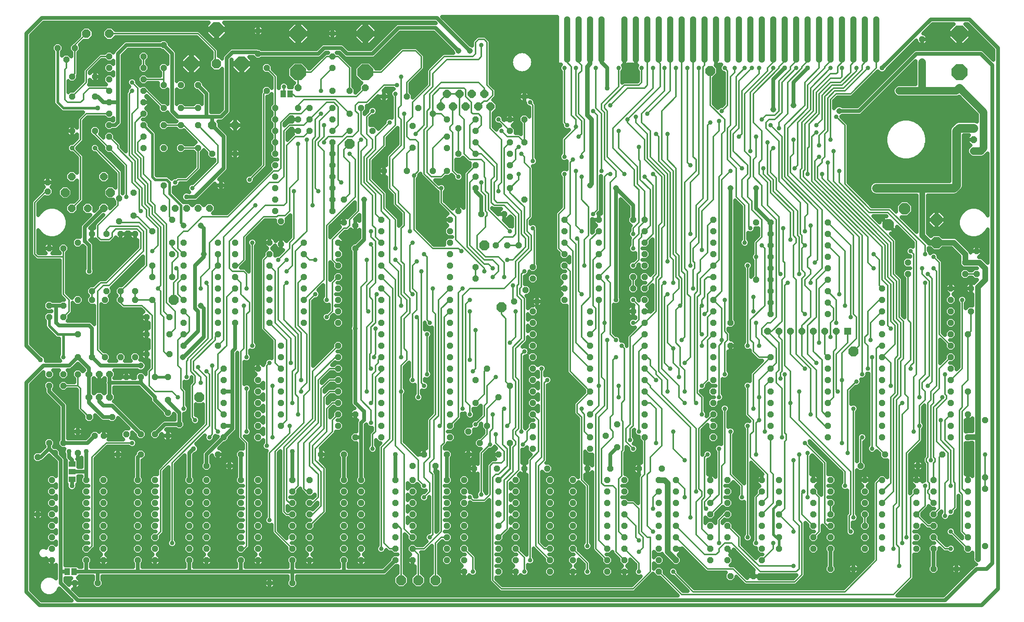
<source format=gbl>
G75*
%MOIN*%
%OFA0B0*%
%FSLAX25Y25*%
%IPPOS*%
%LPD*%
%AMOC8*
5,1,8,0,0,1.08239X$1,22.5*
%
%ADD10OC8,0.10000*%
%ADD11OC8,0.05200*%
%ADD12C,0.02000*%
%ADD13OC8,0.07500*%
%ADD14OC8,0.03969*%
%ADD15OC8,0.06000*%
%ADD16OC8,0.06496*%
%ADD17OC8,0.07677*%
%ADD18OC8,0.07050*%
%ADD19OC8,0.05937*%
%ADD20R,0.05937X0.05937*%
%ADD21OC8,0.08500*%
%ADD22C,0.04500*%
%ADD23OC8,0.13843*%
%ADD24R,0.05906X0.05118*%
%ADD25R,0.04600X0.06300*%
%ADD26OC8,0.08250*%
%ADD27OC8,0.12700*%
%ADD28C,0.03200*%
%ADD29C,0.05150*%
%ADD30C,0.04362*%
%ADD31C,0.05000*%
%ADD32C,0.07600*%
%ADD33C,0.02400*%
%ADD34C,0.04000*%
%ADD35C,0.01600*%
%ADD36C,0.03969*%
%ADD37C,0.01200*%
%ADD38C,0.06600*%
D10*
X0807600Y0327600D03*
X0807600Y0347600D03*
D11*
X0842600Y0320100D03*
X0832600Y0310100D03*
X0832600Y0300100D03*
X0842600Y0300100D03*
X0837600Y0287600D03*
X0820100Y0287600D03*
X0820100Y0277600D03*
X0820100Y0267600D03*
X0820100Y0257600D03*
X0820100Y0247600D03*
X0820100Y0237600D03*
X0820100Y0227600D03*
X0820100Y0217600D03*
X0820100Y0207600D03*
X0820100Y0197600D03*
X0820100Y0187600D03*
X0820100Y0177600D03*
X0820100Y0167600D03*
X0820100Y0157600D03*
X0835100Y0157600D03*
X0850100Y0172600D03*
X0835100Y0177600D03*
X0835100Y0197600D03*
X0760100Y0197600D03*
X0760100Y0187600D03*
X0760100Y0177600D03*
X0760100Y0167600D03*
X0760100Y0157600D03*
X0762600Y0142600D03*
X0741350Y0132600D03*
X0745100Y0120100D03*
X0745100Y0110100D03*
X0745100Y0100100D03*
X0745100Y0090100D03*
X0745100Y0080100D03*
X0745100Y0070100D03*
X0745100Y0060100D03*
X0760100Y0060100D03*
X0760100Y0070100D03*
X0760100Y0080100D03*
X0760100Y0090100D03*
X0760100Y0100100D03*
X0760100Y0110100D03*
X0760100Y0120100D03*
X0790100Y0120100D03*
X0790100Y0110100D03*
X0790100Y0100100D03*
X0790100Y0090100D03*
X0790100Y0080100D03*
X0790100Y0070100D03*
X0790100Y0060100D03*
X0805100Y0060100D03*
X0805100Y0070100D03*
X0805100Y0080100D03*
X0805100Y0090100D03*
X0805100Y0100100D03*
X0805100Y0110100D03*
X0805100Y0120100D03*
X0791350Y0132600D03*
X0812600Y0142600D03*
X0835100Y0120100D03*
X0835100Y0110100D03*
X0835100Y0100100D03*
X0835100Y0090100D03*
X0835100Y0080100D03*
X0835100Y0070100D03*
X0835100Y0060100D03*
X0850100Y0062600D03*
X0825100Y0042600D03*
X0805100Y0042600D03*
X0735100Y0042600D03*
X0715100Y0042600D03*
X0715100Y0060100D03*
X0715100Y0070100D03*
X0700100Y0070100D03*
X0700100Y0060100D03*
X0700100Y0080100D03*
X0715100Y0080100D03*
X0715100Y0090100D03*
X0700100Y0090100D03*
X0700100Y0100100D03*
X0715100Y0100100D03*
X0715100Y0110100D03*
X0700100Y0110100D03*
X0700100Y0120100D03*
X0715100Y0120100D03*
X0670100Y0120100D03*
X0655100Y0120100D03*
X0655100Y0110100D03*
X0670100Y0110100D03*
X0670100Y0100100D03*
X0655100Y0100100D03*
X0655100Y0090100D03*
X0670100Y0090100D03*
X0670100Y0080100D03*
X0655100Y0080100D03*
X0655100Y0070100D03*
X0655100Y0060100D03*
X0670100Y0060100D03*
X0670100Y0070100D03*
X0655100Y0050100D03*
X0647600Y0036350D03*
X0627600Y0036350D03*
X0625100Y0050100D03*
X0625100Y0060100D03*
X0625100Y0070100D03*
X0625100Y0080100D03*
X0625100Y0090100D03*
X0625100Y0100100D03*
X0625100Y0110100D03*
X0625100Y0120100D03*
X0610100Y0120100D03*
X0610100Y0110100D03*
X0610100Y0100100D03*
X0610100Y0090100D03*
X0610100Y0080100D03*
X0610100Y0070100D03*
X0610100Y0060100D03*
X0610100Y0050100D03*
X0580100Y0050100D03*
X0580100Y0060100D03*
X0580100Y0070100D03*
X0580100Y0080100D03*
X0580100Y0090100D03*
X0580100Y0100100D03*
X0580100Y0110100D03*
X0580100Y0120100D03*
X0567600Y0130100D03*
X0565100Y0120100D03*
X0565100Y0110100D03*
X0565100Y0100100D03*
X0565100Y0090100D03*
X0565100Y0080100D03*
X0565100Y0070100D03*
X0565100Y0060100D03*
X0565100Y0050100D03*
X0565100Y0040100D03*
X0535100Y0040100D03*
X0535100Y0050100D03*
X0535100Y0060100D03*
X0535100Y0070100D03*
X0535100Y0080100D03*
X0535100Y0090100D03*
X0535100Y0100100D03*
X0535100Y0110100D03*
X0535100Y0120100D03*
X0547600Y0130100D03*
X0522600Y0130100D03*
X0520100Y0120100D03*
X0520100Y0110100D03*
X0520100Y0100100D03*
X0520100Y0090100D03*
X0520100Y0080100D03*
X0520100Y0070100D03*
X0520100Y0060100D03*
X0520100Y0050100D03*
X0520100Y0040100D03*
X0490100Y0040100D03*
X0490100Y0050100D03*
X0490100Y0060100D03*
X0490100Y0070100D03*
X0490100Y0080100D03*
X0490100Y0090100D03*
X0490100Y0100100D03*
X0490100Y0110100D03*
X0490100Y0120100D03*
X0502600Y0130100D03*
X0505100Y0147600D03*
X0505100Y0157600D03*
X0505100Y0167600D03*
X0505100Y0177600D03*
X0505100Y0187600D03*
X0505100Y0197600D03*
X0505100Y0207600D03*
X0505100Y0217600D03*
X0505100Y0227600D03*
X0505100Y0237600D03*
X0505100Y0247600D03*
X0505100Y0257600D03*
X0505100Y0267600D03*
X0512600Y0277600D03*
X0512600Y0287600D03*
X0512600Y0297600D03*
X0512600Y0307600D03*
X0512600Y0317600D03*
X0512600Y0327600D03*
X0512600Y0337600D03*
X0512600Y0347600D03*
X0482600Y0347600D03*
X0482600Y0337600D03*
X0482600Y0327600D03*
X0482600Y0317600D03*
X0482600Y0307600D03*
X0482600Y0297600D03*
X0482600Y0287600D03*
X0482600Y0277600D03*
X0458850Y0276350D03*
X0455100Y0267600D03*
X0455100Y0257600D03*
X0455100Y0247600D03*
X0455100Y0237600D03*
X0455100Y0227600D03*
X0455100Y0217600D03*
X0455100Y0207600D03*
X0455100Y0197600D03*
X0455100Y0187600D03*
X0455100Y0177600D03*
X0455100Y0167600D03*
X0455100Y0157600D03*
X0455100Y0147600D03*
X0435100Y0152600D03*
X0425100Y0142600D03*
X0408850Y0152600D03*
X0398850Y0162600D03*
X0382600Y0157600D03*
X0382600Y0167600D03*
X0382600Y0177600D03*
X0382600Y0187600D03*
X0382600Y0197600D03*
X0382600Y0207600D03*
X0382600Y0217600D03*
X0382600Y0227600D03*
X0382600Y0237600D03*
X0382600Y0247600D03*
X0382600Y0257600D03*
X0382600Y0267600D03*
X0382600Y0277600D03*
X0382600Y0287600D03*
X0382600Y0297600D03*
X0382600Y0307600D03*
X0382600Y0317600D03*
X0382600Y0327600D03*
X0382600Y0337600D03*
X0382600Y0347600D03*
X0390100Y0355100D03*
X0410100Y0352600D03*
X0430100Y0352600D03*
X0447600Y0365100D03*
X0435100Y0375100D03*
X0435100Y0385100D03*
X0435100Y0395100D03*
X0435100Y0405100D03*
X0435100Y0415100D03*
X0435100Y0425100D03*
X0435100Y0435100D03*
X0447600Y0435100D03*
X0447600Y0455100D03*
X0405100Y0435100D03*
X0405100Y0425100D03*
X0405100Y0415100D03*
X0405100Y0405100D03*
X0405100Y0395100D03*
X0405100Y0385100D03*
X0405100Y0375100D03*
X0380100Y0390100D03*
X0367600Y0390100D03*
X0345100Y0390100D03*
X0325100Y0390100D03*
X0350100Y0410600D03*
X0380100Y0410100D03*
X0390100Y0405100D03*
X0380100Y0420100D03*
X0390100Y0427600D03*
X0380100Y0435100D03*
X0367600Y0440100D03*
X0355100Y0445100D03*
X0345100Y0455100D03*
X0325100Y0455100D03*
X0305100Y0445100D03*
X0295100Y0440100D03*
X0280100Y0435100D03*
X0280100Y0425100D03*
X0295100Y0425100D03*
X0280100Y0415100D03*
X0280100Y0405100D03*
X0280100Y0395100D03*
X0280100Y0385100D03*
X0280100Y0375100D03*
X0280100Y0365100D03*
X0290100Y0365100D03*
X0280100Y0355100D03*
X0290100Y0345100D03*
X0300100Y0342600D03*
X0322600Y0337600D03*
X0322600Y0327600D03*
X0322600Y0317600D03*
X0322600Y0307600D03*
X0322600Y0297600D03*
X0322600Y0287600D03*
X0322600Y0277600D03*
X0322600Y0267600D03*
X0322600Y0257600D03*
X0322600Y0247600D03*
X0322600Y0237600D03*
X0322600Y0227600D03*
X0322600Y0217600D03*
X0322600Y0207600D03*
X0322600Y0197600D03*
X0322600Y0187600D03*
X0322600Y0177600D03*
X0322600Y0167600D03*
X0322600Y0157600D03*
X0300100Y0157600D03*
X0285100Y0167600D03*
X0285100Y0177600D03*
X0285100Y0187600D03*
X0285100Y0197600D03*
X0285100Y0207600D03*
X0285100Y0217600D03*
X0285100Y0227600D03*
X0285100Y0237600D03*
X0285100Y0257600D03*
X0285100Y0267600D03*
X0285100Y0277600D03*
X0285100Y0287600D03*
X0285100Y0297600D03*
X0285100Y0307600D03*
X0285100Y0317600D03*
X0285100Y0327600D03*
X0300100Y0322600D03*
X0322600Y0347600D03*
X0255100Y0327600D03*
X0255100Y0317600D03*
X0255100Y0307600D03*
X0255100Y0297600D03*
X0255100Y0287600D03*
X0255100Y0277600D03*
X0255100Y0267600D03*
X0255100Y0257600D03*
X0235100Y0237600D03*
X0235100Y0227600D03*
X0235100Y0217600D03*
X0235100Y0207600D03*
X0235100Y0197600D03*
X0235100Y0187600D03*
X0235100Y0177600D03*
X0235100Y0167600D03*
X0215100Y0167600D03*
X0215100Y0157600D03*
X0215100Y0177600D03*
X0215100Y0187600D03*
X0215100Y0197600D03*
X0215100Y0207600D03*
X0215100Y0217600D03*
X0185100Y0217600D03*
X0185100Y0207600D03*
X0185100Y0197600D03*
X0185100Y0187600D03*
X0185100Y0177600D03*
X0185100Y0167600D03*
X0185100Y0157600D03*
X0180100Y0142600D03*
X0170100Y0132600D03*
X0170100Y0120100D03*
X0170100Y0110100D03*
X0170100Y0100100D03*
X0170100Y0090100D03*
X0170100Y0080100D03*
X0170100Y0070100D03*
X0170100Y0060100D03*
X0170100Y0050100D03*
X0155100Y0050100D03*
X0155100Y0060100D03*
X0155100Y0070100D03*
X0155100Y0080100D03*
X0155100Y0090100D03*
X0155100Y0100100D03*
X0155100Y0110100D03*
X0155100Y0120100D03*
X0125100Y0120100D03*
X0125100Y0110100D03*
X0125100Y0100100D03*
X0125100Y0090100D03*
X0125100Y0080100D03*
X0125100Y0070100D03*
X0125100Y0060100D03*
X0125100Y0050100D03*
X0110100Y0050100D03*
X0110100Y0060100D03*
X0110100Y0070100D03*
X0110100Y0080100D03*
X0110100Y0090100D03*
X0110100Y0100100D03*
X0110100Y0110100D03*
X0110100Y0120100D03*
X0080100Y0120100D03*
X0080100Y0110100D03*
X0080100Y0100100D03*
X0080100Y0090100D03*
X0080100Y0080100D03*
X0080100Y0070100D03*
X0080100Y0060100D03*
X0080100Y0050100D03*
X0065100Y0050100D03*
X0065100Y0060100D03*
X0065100Y0070100D03*
X0065100Y0080100D03*
X0065100Y0090100D03*
X0065100Y0100100D03*
X0065100Y0110100D03*
X0065100Y0120100D03*
X0035100Y0120100D03*
X0035100Y0110100D03*
X0035100Y0100100D03*
X0035100Y0090100D03*
X0035100Y0080100D03*
X0035100Y0070100D03*
X0035100Y0060100D03*
X0035100Y0050100D03*
X0055100Y0030100D03*
X0075100Y0030100D03*
X0022600Y0090100D03*
X0022600Y0140100D03*
X0037600Y0143850D03*
X0032600Y0152600D03*
X0045100Y0152600D03*
X0057600Y0162600D03*
X0072350Y0158850D03*
X0080350Y0158850D03*
X0100100Y0160100D03*
X0112600Y0160100D03*
X0125100Y0160100D03*
X0136350Y0158850D03*
X0146350Y0168850D03*
X0136350Y0178850D03*
X0136350Y0190100D03*
X0136350Y0210100D03*
X0125100Y0210100D03*
X0112600Y0210100D03*
X0100100Y0210100D03*
X0095100Y0227600D03*
X0081350Y0227600D03*
X0070100Y0227600D03*
X0057600Y0227600D03*
X0057600Y0212600D03*
X0045100Y0212600D03*
X0045100Y0202600D03*
X0032600Y0202600D03*
X0032600Y0212600D03*
X0057600Y0247600D03*
X0045100Y0262600D03*
X0045100Y0272600D03*
X0057600Y0277600D03*
X0070100Y0277600D03*
X0070100Y0285100D03*
X0082600Y0285100D03*
X0081350Y0277600D03*
X0095100Y0277600D03*
X0095100Y0285100D03*
X0107600Y0285100D03*
X0107600Y0277600D03*
X0122600Y0277600D03*
X0117600Y0262600D03*
X0137600Y0262600D03*
X0150100Y0257600D03*
X0150100Y0247600D03*
X0150100Y0237600D03*
X0137600Y0230100D03*
X0117600Y0230100D03*
X0107600Y0227600D03*
X0117600Y0247600D03*
X0137600Y0247600D03*
X0150100Y0267600D03*
X0150100Y0277600D03*
X0150100Y0287600D03*
X0150100Y0297600D03*
X0140100Y0297600D03*
X0150100Y0307600D03*
X0150100Y0317600D03*
X0140100Y0317600D03*
X0140100Y0327600D03*
X0150100Y0327600D03*
X0122600Y0337600D03*
X0107600Y0335100D03*
X0095100Y0335100D03*
X0082600Y0335100D03*
X0070100Y0335100D03*
X0057600Y0327600D03*
X0045100Y0322600D03*
X0032600Y0322600D03*
X0093850Y0346350D03*
X0106350Y0351350D03*
X0093850Y0366350D03*
X0106350Y0371350D03*
X0132600Y0377600D03*
X0140100Y0347600D03*
X0180100Y0327600D03*
X0180100Y0317600D03*
X0180100Y0307600D03*
X0180100Y0297600D03*
X0180100Y0287600D03*
X0180100Y0277600D03*
X0180100Y0267600D03*
X0180100Y0257600D03*
X0180100Y0247600D03*
X0180100Y0237600D03*
X0195100Y0257600D03*
X0195100Y0267600D03*
X0195100Y0277600D03*
X0195100Y0287600D03*
X0195100Y0297600D03*
X0195100Y0307600D03*
X0195100Y0317600D03*
X0195100Y0327600D03*
X0225100Y0327600D03*
X0235100Y0326350D03*
X0225100Y0317600D03*
X0225100Y0307600D03*
X0225100Y0297600D03*
X0225100Y0287600D03*
X0225100Y0277600D03*
X0225100Y0267600D03*
X0225100Y0257600D03*
X0122600Y0297600D03*
X0122600Y0307600D03*
X0032600Y0272600D03*
X0032600Y0262600D03*
X0067600Y0175100D03*
X0087600Y0175100D03*
X0092600Y0142600D03*
X0112600Y0142600D03*
X0057600Y0143850D03*
X0190100Y0132600D03*
X0200100Y0142600D03*
X0200100Y0120100D03*
X0200100Y0110100D03*
X0200100Y0100100D03*
X0200100Y0090100D03*
X0200100Y0080100D03*
X0200100Y0070100D03*
X0200100Y0060100D03*
X0200100Y0050100D03*
X0215100Y0050100D03*
X0215100Y0060100D03*
X0215100Y0070100D03*
X0215100Y0080100D03*
X0215100Y0090100D03*
X0215100Y0100100D03*
X0215100Y0110100D03*
X0215100Y0120100D03*
X0245100Y0120100D03*
X0260100Y0120100D03*
X0260100Y0110100D03*
X0245100Y0110100D03*
X0245100Y0100100D03*
X0260100Y0100100D03*
X0260100Y0090100D03*
X0245100Y0090100D03*
X0245100Y0080100D03*
X0260100Y0080100D03*
X0260100Y0070100D03*
X0260100Y0060100D03*
X0245100Y0060100D03*
X0245100Y0070100D03*
X0245100Y0050100D03*
X0260100Y0050100D03*
X0245100Y0030100D03*
X0225100Y0030100D03*
X0290100Y0050100D03*
X0305100Y0050100D03*
X0305100Y0060100D03*
X0305100Y0070100D03*
X0290100Y0070100D03*
X0290100Y0060100D03*
X0290100Y0080100D03*
X0305100Y0080100D03*
X0305100Y0090100D03*
X0290100Y0090100D03*
X0290100Y0100100D03*
X0305100Y0100100D03*
X0305100Y0110100D03*
X0290100Y0110100D03*
X0290100Y0120100D03*
X0305100Y0120100D03*
X0290100Y0142600D03*
X0270100Y0142600D03*
X0300100Y0177600D03*
X0360100Y0142600D03*
X0350100Y0132600D03*
X0350100Y0120100D03*
X0350100Y0110100D03*
X0350100Y0100100D03*
X0350100Y0090100D03*
X0350100Y0080100D03*
X0350100Y0070100D03*
X0350100Y0060100D03*
X0350100Y0050100D03*
X0335100Y0050100D03*
X0335100Y0060100D03*
X0335100Y0070100D03*
X0335100Y0080100D03*
X0335100Y0090100D03*
X0335100Y0100100D03*
X0335100Y0110100D03*
X0335100Y0120100D03*
X0370100Y0132600D03*
X0380100Y0142600D03*
X0398850Y0142600D03*
X0403850Y0130100D03*
X0395100Y0120100D03*
X0395100Y0110100D03*
X0395100Y0100100D03*
X0395100Y0090100D03*
X0395100Y0080100D03*
X0395100Y0070100D03*
X0395100Y0060100D03*
X0395100Y0050100D03*
X0395100Y0040100D03*
X0380100Y0050100D03*
X0380100Y0060100D03*
X0380100Y0070100D03*
X0380100Y0080100D03*
X0380100Y0090100D03*
X0380100Y0100100D03*
X0380100Y0110100D03*
X0380100Y0120100D03*
X0423850Y0130100D03*
X0425100Y0120100D03*
X0425100Y0110100D03*
X0425100Y0100100D03*
X0425100Y0090100D03*
X0425100Y0080100D03*
X0425100Y0070100D03*
X0425100Y0060100D03*
X0425100Y0050100D03*
X0425100Y0040100D03*
X0440100Y0040100D03*
X0440100Y0050100D03*
X0440100Y0060100D03*
X0440100Y0070100D03*
X0440100Y0080100D03*
X0440100Y0090100D03*
X0440100Y0100100D03*
X0440100Y0110100D03*
X0440100Y0120100D03*
X0447600Y0130100D03*
X0467600Y0130100D03*
X0470100Y0120100D03*
X0470100Y0110100D03*
X0470100Y0100100D03*
X0470100Y0090100D03*
X0470100Y0080100D03*
X0470100Y0070100D03*
X0470100Y0060100D03*
X0470100Y0050100D03*
X0470100Y0040100D03*
X0528850Y0148850D03*
X0518850Y0158850D03*
X0528850Y0168850D03*
X0552600Y0167600D03*
X0552600Y0157600D03*
X0552600Y0177600D03*
X0552600Y0187600D03*
X0552600Y0197600D03*
X0552600Y0207600D03*
X0552600Y0217600D03*
X0552600Y0227600D03*
X0552600Y0237600D03*
X0552600Y0247600D03*
X0552600Y0257600D03*
X0552600Y0267600D03*
X0542600Y0267600D03*
X0552600Y0277600D03*
X0552600Y0287600D03*
X0552600Y0297600D03*
X0542600Y0297600D03*
X0542600Y0287600D03*
X0552600Y0307600D03*
X0552600Y0317600D03*
X0552600Y0327600D03*
X0552600Y0337600D03*
X0552600Y0347600D03*
X0542600Y0347600D03*
X0612600Y0347600D03*
X0612600Y0337600D03*
X0612600Y0327600D03*
X0612600Y0317600D03*
X0612600Y0307600D03*
X0612600Y0297600D03*
X0612600Y0287600D03*
X0612600Y0277600D03*
X0612600Y0267600D03*
X0612600Y0257600D03*
X0627600Y0257600D03*
X0612600Y0247600D03*
X0612600Y0237600D03*
X0627600Y0237600D03*
X0612600Y0227600D03*
X0612600Y0217600D03*
X0612600Y0207600D03*
X0612600Y0197600D03*
X0612600Y0187600D03*
X0612600Y0177600D03*
X0612600Y0167600D03*
X0612600Y0157600D03*
X0662600Y0157600D03*
X0662600Y0167600D03*
X0662600Y0177600D03*
X0662600Y0187600D03*
X0662600Y0197600D03*
X0662600Y0207600D03*
X0662600Y0217600D03*
X0662600Y0227600D03*
X0712600Y0227600D03*
X0712600Y0217600D03*
X0712600Y0207600D03*
X0712600Y0197600D03*
X0712600Y0187600D03*
X0712600Y0177600D03*
X0712600Y0167600D03*
X0712600Y0157600D03*
X0760100Y0207600D03*
X0760100Y0217600D03*
X0760100Y0227600D03*
X0760100Y0237600D03*
X0760100Y0247600D03*
X0760100Y0257600D03*
X0760100Y0267600D03*
X0760100Y0277600D03*
X0760100Y0287600D03*
X0782600Y0300100D03*
X0782600Y0310100D03*
X0837600Y0267600D03*
X0835100Y0247600D03*
X0712600Y0265100D03*
X0712600Y0275100D03*
X0712600Y0285100D03*
X0712600Y0295100D03*
X0712600Y0305100D03*
X0712600Y0315100D03*
X0712600Y0325100D03*
X0712600Y0335100D03*
X0712600Y0345100D03*
X0662600Y0345100D03*
X0650100Y0345100D03*
X0662600Y0335100D03*
X0662600Y0325100D03*
X0662600Y0315100D03*
X0662600Y0305100D03*
X0662600Y0295100D03*
X0650100Y0295100D03*
X0662600Y0285100D03*
X0662600Y0275100D03*
X0662600Y0265100D03*
X0455100Y0296350D03*
X0455100Y0306350D03*
X0442600Y0325100D03*
X0432600Y0325100D03*
X0422600Y0325100D03*
X0405100Y0306350D03*
X0405100Y0296350D03*
X0438850Y0276350D03*
X0448850Y0286350D03*
X0415100Y0217600D03*
X0405100Y0207600D03*
X0425100Y0192600D03*
X0435100Y0202600D03*
X0405100Y0187600D03*
X0415100Y0167600D03*
X0235100Y0346350D03*
X0230100Y0355100D03*
X0230100Y0365100D03*
X0230100Y0375100D03*
X0230100Y0385100D03*
X0230100Y0395100D03*
X0230100Y0405100D03*
X0230100Y0415100D03*
X0230100Y0425100D03*
X0230100Y0435100D03*
X0230100Y0445100D03*
X0222600Y0460100D03*
X0250100Y0445100D03*
X0260100Y0445100D03*
X0260100Y0435100D03*
X0250100Y0435100D03*
X0250100Y0425100D03*
X0260100Y0425100D03*
X0280100Y0445100D03*
X0280100Y0460100D03*
X0295100Y0460100D03*
X0280100Y0480100D03*
X0280100Y0490100D03*
X0280100Y0510100D03*
X0222600Y0480100D03*
X0215100Y0492600D03*
X0215100Y0512600D03*
X0162600Y0465100D03*
X0147600Y0465100D03*
X0132600Y0465100D03*
X0115100Y0460100D03*
X0115100Y0450100D03*
X0115100Y0440100D03*
X0115100Y0430100D03*
X0115100Y0420100D03*
X0115100Y0410100D03*
X0132600Y0410100D03*
X0147600Y0410100D03*
X0162600Y0410100D03*
X0175100Y0405100D03*
X0195100Y0405100D03*
X0182600Y0377600D03*
X0162600Y0430100D03*
X0147600Y0430100D03*
X0132600Y0430100D03*
X0132600Y0445100D03*
X0147600Y0445100D03*
X0162600Y0445100D03*
X0115100Y0470100D03*
X0115100Y0480100D03*
X0115100Y0490100D03*
X0132600Y0480100D03*
X0132600Y0500100D03*
X0085100Y0490100D03*
X0085100Y0480100D03*
X0072600Y0472600D03*
X0085100Y0470100D03*
X0085100Y0460100D03*
X0085100Y0450100D03*
X0072600Y0455100D03*
X0085100Y0440100D03*
X0085100Y0430100D03*
X0072600Y0425100D03*
X0085100Y0420100D03*
X0085100Y0410100D03*
X0052600Y0425100D03*
X0052600Y0455100D03*
X0052600Y0472600D03*
X0047600Y0487600D03*
X0040100Y0497600D03*
X0055100Y0497600D03*
X0031350Y0380350D03*
X0031350Y0372350D03*
X0315100Y0425100D03*
X0350100Y0429600D03*
X0447600Y0415100D03*
X0795100Y0485100D03*
X0795100Y0505100D03*
X0850100Y0122600D03*
X0850100Y0112600D03*
D12*
X0762530Y0342372D02*
X0761530Y0341372D01*
X0761530Y0344686D01*
X0763872Y0347028D01*
X0767186Y0347028D01*
X0769528Y0344686D01*
X0769528Y0341372D01*
X0767186Y0339030D01*
X0763872Y0339030D01*
X0761530Y0341372D01*
X0763030Y0341994D01*
X0763030Y0344064D01*
X0764494Y0345528D01*
X0766564Y0345528D01*
X0768028Y0344064D01*
X0768028Y0341994D01*
X0766564Y0340530D01*
X0764494Y0340530D01*
X0763030Y0341994D01*
X0764530Y0342615D01*
X0764530Y0343443D01*
X0765115Y0344028D01*
X0765943Y0344028D01*
X0766528Y0343443D01*
X0766528Y0342615D01*
X0765943Y0342030D01*
X0765115Y0342030D01*
X0764530Y0342615D01*
X0776672Y0356514D02*
X0775672Y0355514D01*
X0775672Y0358828D01*
X0778014Y0361170D01*
X0781328Y0361170D01*
X0783670Y0358828D01*
X0783670Y0355514D01*
X0781328Y0353172D01*
X0778014Y0353172D01*
X0775672Y0355514D01*
X0777172Y0356136D01*
X0777172Y0358206D01*
X0778636Y0359670D01*
X0780706Y0359670D01*
X0782170Y0358206D01*
X0782170Y0356136D01*
X0780706Y0354672D01*
X0778636Y0354672D01*
X0777172Y0356136D01*
X0778672Y0356757D01*
X0778672Y0357585D01*
X0779257Y0358170D01*
X0780085Y0358170D01*
X0780670Y0357585D01*
X0780670Y0356757D01*
X0780085Y0356172D01*
X0779257Y0356172D01*
X0778672Y0356757D01*
D13*
X0195100Y0430100D03*
X0175100Y0430100D03*
X0085100Y0510100D03*
X0065100Y0510100D03*
D14*
X0072600Y0410100D03*
X0052600Y0410100D03*
D15*
X0067350Y0212600D03*
X0076350Y0212600D03*
X0085350Y0212600D03*
X0085350Y0192600D03*
X0076350Y0192600D03*
X0067350Y0192600D03*
X0840100Y0407600D03*
X0840100Y0417600D03*
X0840100Y0427600D03*
D16*
X0080208Y0385208D03*
X0052492Y0385208D03*
X0052492Y0357492D03*
X0066350Y0357492D03*
X0080208Y0357492D03*
D17*
X0086114Y0371350D03*
X0046586Y0371350D03*
D18*
X0374550Y0446359D03*
X0385450Y0446359D03*
X0396350Y0446359D03*
X0407250Y0446359D03*
X0418150Y0446359D03*
X0412700Y0457555D03*
X0401800Y0457555D03*
X0390900Y0457555D03*
X0380000Y0457555D03*
D19*
X0308850Y0462915D03*
X0250100Y0462915D03*
X0172600Y0357600D03*
X0162600Y0357600D03*
X0152600Y0357600D03*
X0142600Y0357600D03*
X0132600Y0357600D03*
X0660100Y0250100D03*
X0670100Y0250100D03*
X0680100Y0250100D03*
X0690100Y0250100D03*
X0700100Y0250100D03*
X0710100Y0250100D03*
X0720100Y0250100D03*
X0827600Y0462915D03*
D20*
X0730100Y0250100D03*
D21*
X0735100Y0232600D03*
X0427600Y0271350D03*
X0412600Y0325100D03*
X0295100Y0413850D03*
X0141350Y0277600D03*
X0163850Y0192600D03*
X0340100Y0032600D03*
X0355100Y0032600D03*
X0370100Y0032600D03*
X0610100Y0477600D03*
D22*
X0605350Y0487350D02*
X0605350Y0522850D01*
X0605350Y0487350D02*
X0604850Y0487350D01*
X0604850Y0522850D01*
X0605350Y0522850D01*
X0605350Y0491849D02*
X0604850Y0491849D01*
X0604850Y0496348D02*
X0605350Y0496348D01*
X0605350Y0500847D02*
X0604850Y0500847D01*
X0604850Y0505346D02*
X0605350Y0505346D01*
X0605350Y0509845D02*
X0604850Y0509845D01*
X0604850Y0514344D02*
X0605350Y0514344D01*
X0605350Y0518843D02*
X0604850Y0518843D01*
X0595350Y0522850D02*
X0595350Y0487350D01*
X0594850Y0487350D01*
X0594850Y0522850D01*
X0595350Y0522850D01*
X0595350Y0491849D02*
X0594850Y0491849D01*
X0594850Y0496348D02*
X0595350Y0496348D01*
X0595350Y0500847D02*
X0594850Y0500847D01*
X0594850Y0505346D02*
X0595350Y0505346D01*
X0595350Y0509845D02*
X0594850Y0509845D01*
X0594850Y0514344D02*
X0595350Y0514344D01*
X0595350Y0518843D02*
X0594850Y0518843D01*
X0585350Y0522850D02*
X0585350Y0487350D01*
X0584850Y0487350D01*
X0584850Y0522850D01*
X0585350Y0522850D01*
X0585350Y0491849D02*
X0584850Y0491849D01*
X0584850Y0496348D02*
X0585350Y0496348D01*
X0585350Y0500847D02*
X0584850Y0500847D01*
X0584850Y0505346D02*
X0585350Y0505346D01*
X0585350Y0509845D02*
X0584850Y0509845D01*
X0584850Y0514344D02*
X0585350Y0514344D01*
X0585350Y0518843D02*
X0584850Y0518843D01*
X0575350Y0522850D02*
X0575350Y0487350D01*
X0574850Y0487350D01*
X0574850Y0522850D01*
X0575350Y0522850D01*
X0575350Y0491849D02*
X0574850Y0491849D01*
X0574850Y0496348D02*
X0575350Y0496348D01*
X0575350Y0500847D02*
X0574850Y0500847D01*
X0574850Y0505346D02*
X0575350Y0505346D01*
X0575350Y0509845D02*
X0574850Y0509845D01*
X0574850Y0514344D02*
X0575350Y0514344D01*
X0575350Y0518843D02*
X0574850Y0518843D01*
X0565350Y0522850D02*
X0565350Y0487350D01*
X0564850Y0487350D01*
X0564850Y0522850D01*
X0565350Y0522850D01*
X0565350Y0491849D02*
X0564850Y0491849D01*
X0564850Y0496348D02*
X0565350Y0496348D01*
X0565350Y0500847D02*
X0564850Y0500847D01*
X0564850Y0505346D02*
X0565350Y0505346D01*
X0565350Y0509845D02*
X0564850Y0509845D01*
X0564850Y0514344D02*
X0565350Y0514344D01*
X0565350Y0518843D02*
X0564850Y0518843D01*
X0555350Y0522850D02*
X0555350Y0487350D01*
X0554850Y0487350D01*
X0554850Y0522850D01*
X0555350Y0522850D01*
X0555350Y0491849D02*
X0554850Y0491849D01*
X0554850Y0496348D02*
X0555350Y0496348D01*
X0555350Y0500847D02*
X0554850Y0500847D01*
X0554850Y0505346D02*
X0555350Y0505346D01*
X0555350Y0509845D02*
X0554850Y0509845D01*
X0554850Y0514344D02*
X0555350Y0514344D01*
X0555350Y0518843D02*
X0554850Y0518843D01*
X0545350Y0522850D02*
X0545350Y0487350D01*
X0544850Y0487350D01*
X0544850Y0522850D01*
X0545350Y0522850D01*
X0545350Y0491849D02*
X0544850Y0491849D01*
X0544850Y0496348D02*
X0545350Y0496348D01*
X0545350Y0500847D02*
X0544850Y0500847D01*
X0544850Y0505346D02*
X0545350Y0505346D01*
X0545350Y0509845D02*
X0544850Y0509845D01*
X0544850Y0514344D02*
X0545350Y0514344D01*
X0545350Y0518843D02*
X0544850Y0518843D01*
X0535350Y0522850D02*
X0535350Y0487350D01*
X0534850Y0487350D01*
X0534850Y0522850D01*
X0535350Y0522850D01*
X0535350Y0491849D02*
X0534850Y0491849D01*
X0534850Y0496348D02*
X0535350Y0496348D01*
X0535350Y0500847D02*
X0534850Y0500847D01*
X0534850Y0505346D02*
X0535350Y0505346D01*
X0535350Y0509845D02*
X0534850Y0509845D01*
X0534850Y0514344D02*
X0535350Y0514344D01*
X0535350Y0518843D02*
X0534850Y0518843D01*
X0515350Y0522850D02*
X0515350Y0487350D01*
X0514850Y0487350D01*
X0514850Y0522850D01*
X0515350Y0522850D01*
X0515350Y0491849D02*
X0514850Y0491849D01*
X0514850Y0496348D02*
X0515350Y0496348D01*
X0515350Y0500847D02*
X0514850Y0500847D01*
X0514850Y0505346D02*
X0515350Y0505346D01*
X0515350Y0509845D02*
X0514850Y0509845D01*
X0514850Y0514344D02*
X0515350Y0514344D01*
X0515350Y0518843D02*
X0514850Y0518843D01*
X0505350Y0522850D02*
X0505350Y0487350D01*
X0504850Y0487350D01*
X0504850Y0522850D01*
X0505350Y0522850D01*
X0505350Y0491849D02*
X0504850Y0491849D01*
X0504850Y0496348D02*
X0505350Y0496348D01*
X0505350Y0500847D02*
X0504850Y0500847D01*
X0504850Y0505346D02*
X0505350Y0505346D01*
X0505350Y0509845D02*
X0504850Y0509845D01*
X0504850Y0514344D02*
X0505350Y0514344D01*
X0505350Y0518843D02*
X0504850Y0518843D01*
X0495350Y0522850D02*
X0495350Y0487350D01*
X0494850Y0487350D01*
X0494850Y0522850D01*
X0495350Y0522850D01*
X0495350Y0491849D02*
X0494850Y0491849D01*
X0494850Y0496348D02*
X0495350Y0496348D01*
X0495350Y0500847D02*
X0494850Y0500847D01*
X0494850Y0505346D02*
X0495350Y0505346D01*
X0495350Y0509845D02*
X0494850Y0509845D01*
X0494850Y0514344D02*
X0495350Y0514344D01*
X0495350Y0518843D02*
X0494850Y0518843D01*
X0485350Y0522850D02*
X0485350Y0487350D01*
X0484850Y0487350D01*
X0484850Y0522850D01*
X0485350Y0522850D01*
X0485350Y0491849D02*
X0484850Y0491849D01*
X0484850Y0496348D02*
X0485350Y0496348D01*
X0485350Y0500847D02*
X0484850Y0500847D01*
X0484850Y0505346D02*
X0485350Y0505346D01*
X0485350Y0509845D02*
X0484850Y0509845D01*
X0484850Y0514344D02*
X0485350Y0514344D01*
X0485350Y0518843D02*
X0484850Y0518843D01*
X0615350Y0522850D02*
X0615350Y0487350D01*
X0614850Y0487350D01*
X0614850Y0522850D01*
X0615350Y0522850D01*
X0615350Y0491849D02*
X0614850Y0491849D01*
X0614850Y0496348D02*
X0615350Y0496348D01*
X0615350Y0500847D02*
X0614850Y0500847D01*
X0614850Y0505346D02*
X0615350Y0505346D01*
X0615350Y0509845D02*
X0614850Y0509845D01*
X0614850Y0514344D02*
X0615350Y0514344D01*
X0615350Y0518843D02*
X0614850Y0518843D01*
X0625350Y0522850D02*
X0625350Y0487350D01*
X0624850Y0487350D01*
X0624850Y0522850D01*
X0625350Y0522850D01*
X0625350Y0491849D02*
X0624850Y0491849D01*
X0624850Y0496348D02*
X0625350Y0496348D01*
X0625350Y0500847D02*
X0624850Y0500847D01*
X0624850Y0505346D02*
X0625350Y0505346D01*
X0625350Y0509845D02*
X0624850Y0509845D01*
X0624850Y0514344D02*
X0625350Y0514344D01*
X0625350Y0518843D02*
X0624850Y0518843D01*
X0635350Y0522850D02*
X0635350Y0487350D01*
X0634850Y0487350D01*
X0634850Y0522850D01*
X0635350Y0522850D01*
X0635350Y0491849D02*
X0634850Y0491849D01*
X0634850Y0496348D02*
X0635350Y0496348D01*
X0635350Y0500847D02*
X0634850Y0500847D01*
X0634850Y0505346D02*
X0635350Y0505346D01*
X0635350Y0509845D02*
X0634850Y0509845D01*
X0634850Y0514344D02*
X0635350Y0514344D01*
X0635350Y0518843D02*
X0634850Y0518843D01*
X0645350Y0522850D02*
X0645350Y0487350D01*
X0644850Y0487350D01*
X0644850Y0522850D01*
X0645350Y0522850D01*
X0645350Y0491849D02*
X0644850Y0491849D01*
X0644850Y0496348D02*
X0645350Y0496348D01*
X0645350Y0500847D02*
X0644850Y0500847D01*
X0644850Y0505346D02*
X0645350Y0505346D01*
X0645350Y0509845D02*
X0644850Y0509845D01*
X0644850Y0514344D02*
X0645350Y0514344D01*
X0645350Y0518843D02*
X0644850Y0518843D01*
X0655350Y0522850D02*
X0655350Y0487350D01*
X0654850Y0487350D01*
X0654850Y0522850D01*
X0655350Y0522850D01*
X0655350Y0491849D02*
X0654850Y0491849D01*
X0654850Y0496348D02*
X0655350Y0496348D01*
X0655350Y0500847D02*
X0654850Y0500847D01*
X0654850Y0505346D02*
X0655350Y0505346D01*
X0655350Y0509845D02*
X0654850Y0509845D01*
X0654850Y0514344D02*
X0655350Y0514344D01*
X0655350Y0518843D02*
X0654850Y0518843D01*
X0665350Y0522850D02*
X0665350Y0487350D01*
X0664850Y0487350D01*
X0664850Y0522850D01*
X0665350Y0522850D01*
X0665350Y0491849D02*
X0664850Y0491849D01*
X0664850Y0496348D02*
X0665350Y0496348D01*
X0665350Y0500847D02*
X0664850Y0500847D01*
X0664850Y0505346D02*
X0665350Y0505346D01*
X0665350Y0509845D02*
X0664850Y0509845D01*
X0664850Y0514344D02*
X0665350Y0514344D01*
X0665350Y0518843D02*
X0664850Y0518843D01*
X0675350Y0522850D02*
X0675350Y0487350D01*
X0674850Y0487350D01*
X0674850Y0522850D01*
X0675350Y0522850D01*
X0675350Y0491849D02*
X0674850Y0491849D01*
X0674850Y0496348D02*
X0675350Y0496348D01*
X0675350Y0500847D02*
X0674850Y0500847D01*
X0674850Y0505346D02*
X0675350Y0505346D01*
X0675350Y0509845D02*
X0674850Y0509845D01*
X0674850Y0514344D02*
X0675350Y0514344D01*
X0675350Y0518843D02*
X0674850Y0518843D01*
X0685350Y0522850D02*
X0685350Y0487350D01*
X0684850Y0487350D01*
X0684850Y0522850D01*
X0685350Y0522850D01*
X0685350Y0491849D02*
X0684850Y0491849D01*
X0684850Y0496348D02*
X0685350Y0496348D01*
X0685350Y0500847D02*
X0684850Y0500847D01*
X0684850Y0505346D02*
X0685350Y0505346D01*
X0685350Y0509845D02*
X0684850Y0509845D01*
X0684850Y0514344D02*
X0685350Y0514344D01*
X0685350Y0518843D02*
X0684850Y0518843D01*
X0695350Y0522850D02*
X0695350Y0487350D01*
X0694850Y0487350D01*
X0694850Y0522850D01*
X0695350Y0522850D01*
X0695350Y0491849D02*
X0694850Y0491849D01*
X0694850Y0496348D02*
X0695350Y0496348D01*
X0695350Y0500847D02*
X0694850Y0500847D01*
X0694850Y0505346D02*
X0695350Y0505346D01*
X0695350Y0509845D02*
X0694850Y0509845D01*
X0694850Y0514344D02*
X0695350Y0514344D01*
X0695350Y0518843D02*
X0694850Y0518843D01*
X0705350Y0522850D02*
X0705350Y0487350D01*
X0704850Y0487350D01*
X0704850Y0522850D01*
X0705350Y0522850D01*
X0705350Y0491849D02*
X0704850Y0491849D01*
X0704850Y0496348D02*
X0705350Y0496348D01*
X0705350Y0500847D02*
X0704850Y0500847D01*
X0704850Y0505346D02*
X0705350Y0505346D01*
X0705350Y0509845D02*
X0704850Y0509845D01*
X0704850Y0514344D02*
X0705350Y0514344D01*
X0705350Y0518843D02*
X0704850Y0518843D01*
X0715350Y0522850D02*
X0715350Y0487350D01*
X0714850Y0487350D01*
X0714850Y0522850D01*
X0715350Y0522850D01*
X0715350Y0491849D02*
X0714850Y0491849D01*
X0714850Y0496348D02*
X0715350Y0496348D01*
X0715350Y0500847D02*
X0714850Y0500847D01*
X0714850Y0505346D02*
X0715350Y0505346D01*
X0715350Y0509845D02*
X0714850Y0509845D01*
X0714850Y0514344D02*
X0715350Y0514344D01*
X0715350Y0518843D02*
X0714850Y0518843D01*
X0725350Y0522850D02*
X0725350Y0487350D01*
X0724850Y0487350D01*
X0724850Y0522850D01*
X0725350Y0522850D01*
X0725350Y0491849D02*
X0724850Y0491849D01*
X0724850Y0496348D02*
X0725350Y0496348D01*
X0725350Y0500847D02*
X0724850Y0500847D01*
X0724850Y0505346D02*
X0725350Y0505346D01*
X0725350Y0509845D02*
X0724850Y0509845D01*
X0724850Y0514344D02*
X0725350Y0514344D01*
X0725350Y0518843D02*
X0724850Y0518843D01*
X0735350Y0522850D02*
X0735350Y0487350D01*
X0734850Y0487350D01*
X0734850Y0522850D01*
X0735350Y0522850D01*
X0735350Y0491849D02*
X0734850Y0491849D01*
X0734850Y0496348D02*
X0735350Y0496348D01*
X0735350Y0500847D02*
X0734850Y0500847D01*
X0734850Y0505346D02*
X0735350Y0505346D01*
X0735350Y0509845D02*
X0734850Y0509845D01*
X0734850Y0514344D02*
X0735350Y0514344D01*
X0735350Y0518843D02*
X0734850Y0518843D01*
X0745350Y0522850D02*
X0745350Y0487350D01*
X0744850Y0487350D01*
X0744850Y0522850D01*
X0745350Y0522850D01*
X0745350Y0491849D02*
X0744850Y0491849D01*
X0744850Y0496348D02*
X0745350Y0496348D01*
X0745350Y0500847D02*
X0744850Y0500847D01*
X0744850Y0505346D02*
X0745350Y0505346D01*
X0745350Y0509845D02*
X0744850Y0509845D01*
X0744850Y0514344D02*
X0745350Y0514344D01*
X0745350Y0518843D02*
X0744850Y0518843D01*
X0755350Y0522850D02*
X0755350Y0487350D01*
X0754850Y0487350D01*
X0754850Y0522850D01*
X0755350Y0522850D01*
X0755350Y0491849D02*
X0754850Y0491849D01*
X0754850Y0496348D02*
X0755350Y0496348D01*
X0755350Y0500847D02*
X0754850Y0500847D01*
X0754850Y0505346D02*
X0755350Y0505346D01*
X0755350Y0509845D02*
X0754850Y0509845D01*
X0754850Y0514344D02*
X0755350Y0514344D01*
X0755350Y0518843D02*
X0754850Y0518843D01*
D23*
X0827600Y0510100D03*
X0827600Y0476360D03*
X0308850Y0476360D03*
X0308850Y0510100D03*
X0250100Y0510100D03*
X0250100Y0476360D03*
D24*
X0052600Y0134293D03*
X0052600Y0127600D03*
X0052600Y0120907D03*
D25*
X0054350Y0040100D03*
X0048350Y0040100D03*
X0237100Y0457600D03*
X0243100Y0457600D03*
D26*
X0178850Y0483850D03*
D27*
X0156850Y0483850D03*
X0178850Y0513850D03*
X0200850Y0483850D03*
D28*
X0012600Y0022600D02*
X0024475Y0010725D01*
X0846975Y0010725D01*
X0861350Y0025100D01*
X0861350Y0497600D01*
X0836350Y0522600D01*
X0802600Y0522600D01*
X0760100Y0480100D01*
X0756482Y0477239D02*
X0757505Y0476216D01*
X0759189Y0475519D01*
X0761011Y0475519D01*
X0762695Y0476216D01*
X0763984Y0477505D01*
X0764565Y0478908D01*
X0789900Y0504243D01*
X0789900Y0502946D01*
X0792946Y0499900D01*
X0795100Y0499900D01*
X0797254Y0499900D01*
X0800300Y0502946D01*
X0800300Y0505100D01*
X0800300Y0507254D01*
X0797254Y0510300D01*
X0795957Y0510300D01*
X0804257Y0518600D01*
X0822635Y0518600D01*
X0818079Y0514044D01*
X0818079Y0510961D01*
X0826739Y0510961D01*
X0826739Y0509239D01*
X0828461Y0509239D01*
X0828461Y0510961D01*
X0837121Y0510961D01*
X0837121Y0514044D01*
X0832565Y0518600D01*
X0834693Y0518600D01*
X0857350Y0495943D01*
X0857350Y0487257D01*
X0849741Y0494866D01*
X0848616Y0495991D01*
X0847146Y0496600D01*
X0789304Y0496600D01*
X0787834Y0495991D01*
X0738443Y0446600D01*
X0725635Y0446600D01*
X0725418Y0446817D01*
X0723590Y0447575D01*
X0721610Y0447575D01*
X0719782Y0446817D01*
X0718383Y0445418D01*
X0718100Y0444736D01*
X0718100Y0451357D01*
X0721343Y0454600D01*
X0733197Y0454600D01*
X0734299Y0455057D01*
X0735143Y0455901D01*
X0756482Y0477239D01*
X0753825Y0474583D02*
X0766426Y0474583D01*
X0764098Y0477781D02*
X0769624Y0477781D01*
X0766637Y0480980D02*
X0772823Y0480980D01*
X0769835Y0484178D02*
X0776021Y0484178D01*
X0773034Y0487377D02*
X0779220Y0487377D01*
X0776232Y0490575D02*
X0782418Y0490575D01*
X0779431Y0493774D02*
X0785617Y0493774D01*
X0782629Y0496972D02*
X0856321Y0496972D01*
X0857350Y0493774D02*
X0850833Y0493774D01*
X0854032Y0490575D02*
X0857350Y0490575D01*
X0857350Y0487377D02*
X0857230Y0487377D01*
X0856350Y0482600D02*
X0846350Y0492600D01*
X0790100Y0492600D01*
X0740100Y0442600D01*
X0722600Y0442600D01*
X0724484Y0437996D02*
X0725418Y0438383D01*
X0725635Y0438600D01*
X0740896Y0438600D01*
X0742366Y0439209D01*
X0743491Y0440334D01*
X0789407Y0486250D01*
X0789400Y0486234D01*
X0789400Y0465800D01*
X0773966Y0465800D01*
X0771871Y0464932D01*
X0770268Y0463329D01*
X0769400Y0461234D01*
X0769400Y0458966D01*
X0770268Y0456871D01*
X0771871Y0455268D01*
X0773966Y0454400D01*
X0825919Y0454400D01*
X0827429Y0455025D01*
X0843150Y0439304D01*
X0843150Y0433047D01*
X0841333Y0433800D01*
X0826367Y0433800D01*
X0824088Y0432856D01*
X0819844Y0428612D01*
X0818900Y0426333D01*
X0818900Y0381300D01*
X0753867Y0381300D01*
X0751588Y0380356D01*
X0749844Y0378612D01*
X0748900Y0376333D01*
X0748900Y0373867D01*
X0749844Y0371588D01*
X0751588Y0369844D01*
X0753867Y0368900D01*
X0790200Y0368900D01*
X0790200Y0336743D01*
X0777172Y0349771D01*
X0782736Y0349771D01*
X0787071Y0354106D01*
X0787071Y0360236D01*
X0782736Y0364571D01*
X0776606Y0364571D01*
X0772271Y0360236D01*
X0772271Y0354672D01*
X0768893Y0358049D01*
X0768049Y0358893D01*
X0766947Y0359350D01*
X0751343Y0359350D01*
X0730600Y0380093D01*
X0730600Y0430697D01*
X0730143Y0431799D01*
X0724484Y0437458D01*
X0724484Y0437996D01*
X0725742Y0436201D02*
X0843150Y0436201D01*
X0843055Y0439399D02*
X0742556Y0439399D01*
X0745100Y0437600D02*
X0737600Y0437600D01*
X0737600Y0382600D01*
X0817600Y0382600D01*
X0817600Y0427600D01*
X0830100Y0440100D01*
X0830100Y0442600D01*
X0825100Y0447600D01*
X0755100Y0447600D01*
X0745100Y0437600D01*
X0746899Y0439399D02*
X0829399Y0439399D01*
X0830100Y0442598D02*
X0750098Y0442598D01*
X0748953Y0445796D02*
X0836658Y0445796D01*
X0839856Y0442598D02*
X0745754Y0442598D01*
X0740838Y0448995D02*
X0718100Y0448995D01*
X0718100Y0445796D02*
X0718761Y0445796D01*
X0718936Y0452193D02*
X0744036Y0452193D01*
X0747235Y0455392D02*
X0734634Y0455392D01*
X0737833Y0458590D02*
X0750433Y0458590D01*
X0753632Y0461789D02*
X0741031Y0461789D01*
X0744230Y0464987D02*
X0756830Y0464987D01*
X0760029Y0468186D02*
X0747428Y0468186D01*
X0750627Y0471384D02*
X0763227Y0471384D01*
X0768144Y0464987D02*
X0772004Y0464987D01*
X0771342Y0468186D02*
X0789400Y0468186D01*
X0789400Y0471384D02*
X0774541Y0471384D01*
X0777739Y0474583D02*
X0789400Y0474583D01*
X0789400Y0477781D02*
X0780938Y0477781D01*
X0784137Y0480980D02*
X0789400Y0480980D01*
X0789400Y0484178D02*
X0787335Y0484178D01*
X0785828Y0500171D02*
X0792675Y0500171D01*
X0795100Y0500171D02*
X0795100Y0500171D01*
X0795100Y0499900D02*
X0795100Y0505100D01*
X0800300Y0505100D01*
X0795100Y0505100D01*
X0795100Y0505100D01*
X0795100Y0505100D01*
X0795100Y0499900D01*
X0797525Y0500171D02*
X0853122Y0500171D01*
X0849924Y0503369D02*
X0834334Y0503369D01*
X0837121Y0506156D02*
X0831544Y0500579D01*
X0828461Y0500579D01*
X0828461Y0509239D01*
X0837121Y0509239D01*
X0837121Y0506156D01*
X0837121Y0506568D02*
X0846725Y0506568D01*
X0843527Y0509766D02*
X0828461Y0509766D01*
X0826739Y0509766D02*
X0797788Y0509766D01*
X0798622Y0512965D02*
X0818079Y0512965D01*
X0818079Y0509239D02*
X0818079Y0506156D01*
X0823656Y0500579D01*
X0826739Y0500579D01*
X0826739Y0509239D01*
X0818079Y0509239D01*
X0818079Y0506568D02*
X0800300Y0506568D01*
X0800300Y0503369D02*
X0820866Y0503369D01*
X0826739Y0503369D02*
X0828461Y0503369D01*
X0828461Y0506568D02*
X0826739Y0506568D01*
X0837121Y0512965D02*
X0840328Y0512965D01*
X0837130Y0516163D02*
X0835002Y0516163D01*
X0820198Y0516163D02*
X0801820Y0516163D01*
X0795100Y0503369D02*
X0795100Y0503369D01*
X0789900Y0503369D02*
X0789026Y0503369D01*
X0769630Y0461789D02*
X0764945Y0461789D01*
X0761747Y0458590D02*
X0769556Y0458590D01*
X0771747Y0455392D02*
X0758548Y0455392D01*
X0755350Y0452193D02*
X0830261Y0452193D01*
X0833459Y0448995D02*
X0752151Y0448995D01*
X0753296Y0445796D02*
X0826904Y0445796D01*
X0826201Y0436201D02*
X0737600Y0436201D01*
X0737600Y0433002D02*
X0771577Y0433002D01*
X0728941Y0433002D01*
X0730600Y0429803D02*
X0767706Y0429803D01*
X0737600Y0429803D01*
X0737600Y0426605D02*
X0765399Y0426605D01*
X0730600Y0426605D01*
X0730600Y0423406D02*
X0763917Y0423406D01*
X0737600Y0423406D01*
X0737600Y0420208D02*
X0763060Y0420208D01*
X0730600Y0420208D01*
X0730600Y0417009D02*
X0763000Y0417009D01*
X0737600Y0417009D01*
X0737600Y0413811D02*
X0763377Y0413811D01*
X0730600Y0413811D01*
X0730600Y0410612D02*
X0764234Y0410612D01*
X0737600Y0410612D01*
X0737600Y0407414D02*
X0766081Y0407414D01*
X0730600Y0407414D01*
X0730600Y0404215D02*
X0768887Y0404215D01*
X0737600Y0404215D01*
X0737600Y0401017D02*
X0773623Y0401017D01*
X0730600Y0401017D01*
X0730600Y0397818D02*
X0818900Y0397818D01*
X0817600Y0397818D02*
X0737600Y0397818D01*
X0737600Y0394620D02*
X0817600Y0394620D01*
X0818900Y0394620D02*
X0730600Y0394620D01*
X0730600Y0391421D02*
X0818900Y0391421D01*
X0817600Y0391421D02*
X0737600Y0391421D01*
X0737600Y0388223D02*
X0817600Y0388223D01*
X0818900Y0388223D02*
X0730600Y0388223D01*
X0730600Y0385024D02*
X0818900Y0385024D01*
X0817600Y0385024D02*
X0737600Y0385024D01*
X0730600Y0381826D02*
X0818900Y0381826D01*
X0831300Y0381826D02*
X0852350Y0381826D01*
X0852350Y0385024D02*
X0831300Y0385024D01*
X0831300Y0388223D02*
X0852350Y0388223D01*
X0852350Y0391421D02*
X0831300Y0391421D01*
X0831300Y0394620D02*
X0852350Y0394620D01*
X0852350Y0397818D02*
X0831300Y0397818D01*
X0831300Y0401017D02*
X0852350Y0401017D01*
X0852350Y0404215D02*
X0851026Y0404215D01*
X0851182Y0404371D02*
X0852350Y0405539D01*
X0852350Y0351082D01*
X0850983Y0353451D01*
X0848451Y0355983D01*
X0845349Y0357773D01*
X0841890Y0358700D01*
X0838310Y0358700D01*
X0834851Y0357773D01*
X0831749Y0355983D01*
X0829217Y0353451D01*
X0827427Y0350349D01*
X0826500Y0346890D01*
X0826500Y0343310D01*
X0827427Y0339851D01*
X0829217Y0336749D01*
X0831749Y0334217D01*
X0834851Y0332427D01*
X0838310Y0331500D01*
X0841890Y0331500D01*
X0845349Y0332427D01*
X0848451Y0334217D01*
X0850983Y0336749D01*
X0852350Y0339118D01*
X0852350Y0309780D01*
X0847876Y0314254D01*
X0846075Y0315000D01*
X0844854Y0315000D01*
X0847800Y0317946D01*
X0847800Y0320100D01*
X0847800Y0322254D01*
X0844754Y0325300D01*
X0842600Y0325300D01*
X0842600Y0320100D01*
X0842600Y0320100D01*
X0847800Y0320100D01*
X0842600Y0320100D01*
X0842600Y0320100D01*
X0842600Y0320100D01*
X0837400Y0320100D01*
X0837400Y0322254D01*
X0840446Y0325300D01*
X0842600Y0325300D01*
X0842600Y0320100D01*
X0837400Y0320100D01*
X0837400Y0318816D01*
X0836754Y0320376D01*
X0835376Y0321754D01*
X0825376Y0331754D01*
X0823575Y0332500D01*
X0813165Y0332500D01*
X0810665Y0335000D01*
X0804535Y0335000D01*
X0802707Y0333172D01*
X0800000Y0335880D01*
X0800000Y0368900D01*
X0823833Y0368900D01*
X0826112Y0369844D01*
X0827856Y0371588D01*
X0830356Y0374088D01*
X0831300Y0376367D01*
X0831300Y0421400D01*
X0835980Y0421400D01*
X0834500Y0419920D01*
X0834500Y0417600D01*
X0840100Y0417600D01*
X0840100Y0417600D01*
X0834500Y0417600D01*
X0834500Y0415280D01*
X0837208Y0412572D01*
X0836871Y0412432D01*
X0835268Y0410829D01*
X0834968Y0410104D01*
X0834700Y0409837D01*
X0834700Y0409458D01*
X0834400Y0408734D01*
X0834400Y0406466D01*
X0834700Y0405742D01*
X0834700Y0405363D01*
X0834968Y0405095D01*
X0835268Y0404371D01*
X0836871Y0402768D01*
X0837595Y0402468D01*
X0837863Y0402200D01*
X0838242Y0402200D01*
X0838966Y0401900D01*
X0847484Y0401900D01*
X0849579Y0402768D01*
X0851182Y0404371D01*
X0835424Y0404215D02*
X0831300Y0404215D01*
X0831300Y0407414D02*
X0834400Y0407414D01*
X0835178Y0410612D02*
X0831300Y0410612D01*
X0831300Y0413811D02*
X0835969Y0413811D01*
X0834500Y0417009D02*
X0831300Y0417009D01*
X0831300Y0420208D02*
X0834788Y0420208D01*
X0818900Y0420208D02*
X0799140Y0420208D01*
X0817600Y0420208D01*
X0817600Y0423406D02*
X0798283Y0423406D01*
X0818900Y0423406D01*
X0819013Y0426605D02*
X0796801Y0426605D01*
X0817600Y0426605D01*
X0819803Y0429803D02*
X0794494Y0429803D01*
X0821035Y0429803D01*
X0823002Y0433002D02*
X0790623Y0433002D01*
X0824440Y0433002D01*
X0818900Y0417009D02*
X0799200Y0417009D01*
X0817600Y0417009D01*
X0817600Y0413811D02*
X0798823Y0413811D01*
X0818900Y0413811D01*
X0818900Y0410612D02*
X0797966Y0410612D01*
X0817600Y0410612D01*
X0817600Y0407414D02*
X0796119Y0407414D01*
X0818900Y0407414D01*
X0818900Y0404215D02*
X0793313Y0404215D01*
X0817600Y0404215D01*
X0817600Y0401017D02*
X0788577Y0401017D01*
X0818900Y0401017D01*
X0797966Y0410614D02*
X0799200Y0415217D01*
X0799200Y0419983D01*
X0797966Y0424586D01*
X0795584Y0428714D01*
X0792214Y0432084D01*
X0788086Y0434466D01*
X0783483Y0435700D01*
X0778717Y0435700D01*
X0774114Y0434466D01*
X0769986Y0432084D01*
X0766616Y0428714D01*
X0764233Y0424586D01*
X0763000Y0419983D01*
X0763000Y0415217D01*
X0764233Y0410614D01*
X0766616Y0406486D01*
X0769986Y0403116D01*
X0774114Y0400733D01*
X0778717Y0399500D01*
X0783483Y0399500D01*
X0788086Y0400733D01*
X0792214Y0403116D01*
X0795584Y0406486D01*
X0797966Y0410614D01*
X0799200Y0415217D01*
X0799200Y0419983D01*
X0797966Y0424586D01*
X0795584Y0428714D01*
X0792214Y0432084D01*
X0788086Y0434466D01*
X0783483Y0435700D01*
X0778717Y0435700D01*
X0774114Y0434466D01*
X0769986Y0432084D01*
X0766616Y0428714D01*
X0764233Y0424586D01*
X0763000Y0419983D01*
X0763000Y0415217D01*
X0764233Y0410614D01*
X0766616Y0406486D01*
X0769986Y0403116D01*
X0774114Y0400733D01*
X0778717Y0399500D01*
X0783483Y0399500D01*
X0788086Y0400733D01*
X0792214Y0403116D01*
X0795584Y0406486D01*
X0797966Y0410614D01*
X0831300Y0378627D02*
X0852350Y0378627D01*
X0852350Y0375429D02*
X0830911Y0375429D01*
X0828498Y0372230D02*
X0852350Y0372230D01*
X0852350Y0369032D02*
X0824151Y0369032D01*
X0827856Y0371588D02*
X0827856Y0371588D01*
X0832191Y0356238D02*
X0800000Y0356238D01*
X0800000Y0359436D02*
X0852350Y0359436D01*
X0852350Y0356238D02*
X0848009Y0356238D01*
X0851220Y0353039D02*
X0852350Y0353039D01*
X0852350Y0362635D02*
X0800000Y0362635D01*
X0800000Y0365833D02*
X0852350Y0365833D01*
X0828980Y0353039D02*
X0812909Y0353039D01*
X0810748Y0355200D02*
X0815200Y0350748D01*
X0815200Y0347600D01*
X0807600Y0347600D01*
X0807600Y0347600D01*
X0807600Y0355200D01*
X0810748Y0355200D01*
X0807600Y0355200D02*
X0804452Y0355200D01*
X0800000Y0350748D01*
X0800000Y0347600D01*
X0807600Y0347600D01*
X0807600Y0347600D01*
X0807600Y0347600D01*
X0807600Y0355200D01*
X0807600Y0353039D02*
X0807600Y0353039D01*
X0807600Y0349841D02*
X0807600Y0349841D01*
X0807600Y0347600D02*
X0800000Y0347600D01*
X0800000Y0344452D01*
X0804452Y0340000D01*
X0807600Y0340000D01*
X0810748Y0340000D01*
X0815200Y0344452D01*
X0815200Y0347600D01*
X0807600Y0347600D01*
X0807600Y0340000D01*
X0807600Y0347600D01*
X0807600Y0347600D01*
X0807600Y0346642D02*
X0807600Y0346642D01*
X0807600Y0343444D02*
X0807600Y0343444D01*
X0807600Y0340245D02*
X0807600Y0340245D01*
X0810993Y0340245D02*
X0827321Y0340245D01*
X0826500Y0343444D02*
X0814192Y0343444D01*
X0815200Y0346642D02*
X0826500Y0346642D01*
X0827291Y0349841D02*
X0815200Y0349841D01*
X0802291Y0353039D02*
X0800000Y0353039D01*
X0800000Y0349841D02*
X0800000Y0349841D01*
X0800000Y0346642D02*
X0800000Y0346642D01*
X0800000Y0343444D02*
X0801008Y0343444D01*
X0800000Y0340245D02*
X0804207Y0340245D01*
X0800000Y0337047D02*
X0829046Y0337047D01*
X0832389Y0333848D02*
X0811817Y0333848D01*
X0803383Y0333848D02*
X0802031Y0333848D01*
X0790200Y0337047D02*
X0789896Y0337047D01*
X0790200Y0340245D02*
X0786697Y0340245D01*
X0783499Y0343444D02*
X0790200Y0343444D01*
X0790200Y0346642D02*
X0780300Y0346642D01*
X0782806Y0349841D02*
X0790200Y0349841D01*
X0790200Y0353039D02*
X0786004Y0353039D01*
X0787071Y0356238D02*
X0790200Y0356238D01*
X0790200Y0359436D02*
X0787071Y0359436D01*
X0784673Y0362635D02*
X0790200Y0362635D01*
X0790200Y0365833D02*
X0744859Y0365833D01*
X0741661Y0369032D02*
X0753549Y0369032D01*
X0749578Y0372230D02*
X0738462Y0372230D01*
X0735264Y0375429D02*
X0748900Y0375429D01*
X0749859Y0378627D02*
X0732065Y0378627D01*
X0748058Y0362635D02*
X0774670Y0362635D01*
X0772271Y0359436D02*
X0751256Y0359436D01*
X0752343Y0350850D02*
X0763857Y0350850D01*
X0764078Y0350629D01*
X0762381Y0350629D01*
X0760155Y0348403D01*
X0765529Y0343029D01*
X0770903Y0337655D01*
X0773129Y0339881D01*
X0773129Y0341578D01*
X0787100Y0327607D01*
X0787100Y0324017D01*
X0785972Y0324484D01*
X0784228Y0324484D01*
X0782617Y0323817D01*
X0781383Y0322583D01*
X0780716Y0320972D01*
X0780716Y0319228D01*
X0781383Y0317617D01*
X0782617Y0316383D01*
X0784228Y0315716D01*
X0784600Y0315716D01*
X0784600Y0315100D01*
X0780529Y0315100D01*
X0777600Y0312171D01*
X0777600Y0308029D01*
X0780529Y0305100D01*
X0777600Y0302171D01*
X0777600Y0298029D01*
X0779600Y0296029D01*
X0779600Y0262343D01*
X0778100Y0263843D01*
X0778100Y0295697D01*
X0777643Y0296799D01*
X0773100Y0301343D01*
X0773100Y0329447D01*
X0772643Y0330549D01*
X0767764Y0335429D01*
X0768677Y0335429D01*
X0770903Y0337655D01*
X0765529Y0343029D01*
X0765529Y0343029D01*
X0765529Y0343029D01*
X0760155Y0348403D01*
X0757929Y0346177D01*
X0757929Y0345264D01*
X0752343Y0350850D01*
X0753352Y0349841D02*
X0761593Y0349841D01*
X0761916Y0346642D02*
X0761916Y0346642D01*
X0758394Y0346642D02*
X0756550Y0346642D01*
X0765114Y0343444D02*
X0765114Y0343444D01*
X0768313Y0340245D02*
X0768313Y0340245D01*
X0770295Y0337047D02*
X0777661Y0337047D01*
X0774462Y0340245D02*
X0773129Y0340245D01*
X0769344Y0333848D02*
X0780859Y0333848D01*
X0784058Y0330650D02*
X0772543Y0330650D01*
X0773100Y0327451D02*
X0787100Y0327451D01*
X0787100Y0324253D02*
X0786531Y0324253D01*
X0783669Y0324253D02*
X0773100Y0324253D01*
X0773100Y0321054D02*
X0780750Y0321054D01*
X0781284Y0317856D02*
X0773100Y0317856D01*
X0773100Y0314657D02*
X0780086Y0314657D01*
X0777600Y0311459D02*
X0773100Y0311459D01*
X0773100Y0308260D02*
X0777600Y0308260D01*
X0780529Y0305100D02*
X0784600Y0305100D01*
X0784600Y0305100D01*
X0780529Y0305100D01*
X0780491Y0305062D02*
X0773100Y0305062D01*
X0773100Y0301863D02*
X0777600Y0301863D01*
X0777600Y0298665D02*
X0775778Y0298665D01*
X0778100Y0295466D02*
X0779600Y0295466D01*
X0779600Y0292268D02*
X0778100Y0292268D01*
X0778100Y0289069D02*
X0779600Y0289069D01*
X0779600Y0285870D02*
X0778100Y0285870D01*
X0778100Y0282672D02*
X0779600Y0282672D01*
X0779600Y0279473D02*
X0778100Y0279473D01*
X0778100Y0276275D02*
X0779600Y0276275D01*
X0779600Y0273076D02*
X0778100Y0273076D01*
X0778100Y0269878D02*
X0779600Y0269878D01*
X0779600Y0266679D02*
X0778100Y0266679D01*
X0778462Y0263481D02*
X0779600Y0263481D01*
X0813100Y0263481D02*
X0817148Y0263481D01*
X0818029Y0262600D02*
X0822171Y0262600D01*
X0825100Y0265529D01*
X0825100Y0269671D01*
X0822171Y0272600D01*
X0825100Y0275529D01*
X0825100Y0279671D01*
X0822312Y0282459D01*
X0825300Y0285446D01*
X0825300Y0287600D01*
X0825300Y0289754D01*
X0822254Y0292800D01*
X0820100Y0292800D01*
X0820100Y0287600D01*
X0825300Y0287600D01*
X0820100Y0287600D01*
X0820100Y0287600D01*
X0820100Y0287600D01*
X0820100Y0287600D01*
X0814900Y0287600D01*
X0814900Y0289754D01*
X0817946Y0292800D01*
X0820100Y0292800D01*
X0820100Y0287600D01*
X0814900Y0287600D01*
X0814900Y0285446D01*
X0817888Y0282459D01*
X0815100Y0279671D01*
X0815100Y0275529D01*
X0818029Y0272600D01*
X0822171Y0272600D01*
X0818029Y0272600D01*
X0815100Y0269671D01*
X0815100Y0265529D01*
X0818029Y0262600D01*
X0815100Y0259671D01*
X0815100Y0255529D01*
X0818029Y0252600D01*
X0822171Y0252600D01*
X0825100Y0255529D01*
X0825100Y0259671D01*
X0822171Y0262600D01*
X0818029Y0262600D01*
X0815711Y0260282D02*
X0813100Y0260282D01*
X0813100Y0257084D02*
X0815100Y0257084D01*
X0816744Y0253885D02*
X0813100Y0253885D01*
X0813100Y0250687D02*
X0816116Y0250687D01*
X0815100Y0249671D02*
X0815100Y0246843D01*
X0813100Y0248843D01*
X0813100Y0310697D01*
X0812643Y0311799D01*
X0809484Y0314958D01*
X0809484Y0315972D01*
X0808817Y0317583D01*
X0807583Y0318817D01*
X0805972Y0319484D01*
X0804228Y0319484D01*
X0802617Y0318817D01*
X0801984Y0318184D01*
X0801984Y0318472D01*
X0801317Y0320083D01*
X0800600Y0320800D01*
X0800600Y0322700D01*
X0802035Y0322700D01*
X0804535Y0320200D01*
X0810665Y0320200D01*
X0813165Y0322700D01*
X0820570Y0322700D01*
X0827700Y0315570D01*
X0827700Y0312271D01*
X0827600Y0312171D01*
X0827600Y0308029D01*
X0830529Y0305100D01*
X0834671Y0305100D01*
X0836671Y0303100D01*
X0838529Y0303100D01*
X0840529Y0305100D01*
X0843170Y0305100D01*
X0843070Y0305200D01*
X0834771Y0305200D01*
X0834671Y0305100D01*
X0830529Y0305100D01*
X0827600Y0302171D01*
X0827600Y0298029D01*
X0830529Y0295100D01*
X0834671Y0295100D01*
X0836671Y0297100D01*
X0838529Y0297100D01*
X0840529Y0295100D01*
X0843170Y0295100D01*
X0840312Y0292242D01*
X0839754Y0292800D01*
X0837600Y0292800D01*
X0837600Y0287600D01*
X0837600Y0287600D01*
X0837600Y0282400D01*
X0838950Y0282400D01*
X0838950Y0272600D01*
X0835529Y0272600D01*
X0833100Y0270171D01*
X0833100Y0274400D01*
X0833817Y0275117D01*
X0834484Y0276728D01*
X0834484Y0278472D01*
X0833817Y0280083D01*
X0832583Y0281317D01*
X0830972Y0281984D01*
X0829228Y0281984D01*
X0827617Y0281317D01*
X0826383Y0280083D01*
X0825716Y0278472D01*
X0825716Y0276728D01*
X0826383Y0275117D01*
X0827100Y0274400D01*
X0827100Y0218843D01*
X0825100Y0216843D01*
X0825100Y0219671D01*
X0822171Y0222600D01*
X0825100Y0225529D01*
X0825100Y0229671D01*
X0822171Y0232600D01*
X0825100Y0235529D01*
X0825100Y0239671D01*
X0822171Y0242600D01*
X0825100Y0245529D01*
X0825100Y0249671D01*
X0822171Y0252600D01*
X0818029Y0252600D01*
X0815100Y0249671D01*
X0815100Y0247488D02*
X0814454Y0247488D01*
X0810600Y0242857D02*
X0815100Y0238357D01*
X0815100Y0235529D01*
X0818029Y0232600D01*
X0822171Y0232600D01*
X0818029Y0232600D01*
X0815100Y0229671D01*
X0815100Y0226843D01*
X0810600Y0222343D01*
X0810600Y0242857D01*
X0810600Y0241091D02*
X0812366Y0241091D01*
X0810600Y0237893D02*
X0815100Y0237893D01*
X0815935Y0234694D02*
X0810600Y0234694D01*
X0810600Y0231496D02*
X0816925Y0231496D01*
X0815100Y0228297D02*
X0810600Y0228297D01*
X0810600Y0225099D02*
X0813356Y0225099D01*
X0819343Y0222600D02*
X0819343Y0222600D01*
X0822171Y0222600D01*
X0819343Y0222600D01*
X0822871Y0221900D02*
X0827100Y0221900D01*
X0827100Y0225099D02*
X0824670Y0225099D01*
X0825100Y0228297D02*
X0827100Y0228297D01*
X0827100Y0231496D02*
X0823275Y0231496D01*
X0824265Y0234694D02*
X0827100Y0234694D01*
X0827100Y0237893D02*
X0825100Y0237893D01*
X0823680Y0241091D02*
X0827100Y0241091D01*
X0827100Y0244290D02*
X0823861Y0244290D01*
X0822171Y0242600D02*
X0819343Y0242600D01*
X0819343Y0242600D01*
X0822171Y0242600D01*
X0825100Y0247488D02*
X0827100Y0247488D01*
X0827100Y0250687D02*
X0824084Y0250687D01*
X0823456Y0253885D02*
X0827100Y0253885D01*
X0827100Y0257084D02*
X0825100Y0257084D01*
X0824489Y0260282D02*
X0827100Y0260282D01*
X0827100Y0263481D02*
X0823052Y0263481D01*
X0825100Y0266679D02*
X0827100Y0266679D01*
X0827100Y0269878D02*
X0824893Y0269878D01*
X0827100Y0273076D02*
X0822647Y0273076D01*
X0825100Y0276275D02*
X0825903Y0276275D01*
X0826131Y0279473D02*
X0825100Y0279473D01*
X0822526Y0282672D02*
X0835174Y0282672D01*
X0835446Y0282400D02*
X0837600Y0282400D01*
X0837600Y0287600D01*
X0837600Y0287600D01*
X0837600Y0287600D01*
X0832400Y0287600D01*
X0832400Y0289754D01*
X0835446Y0292800D01*
X0837600Y0292800D01*
X0837600Y0287600D01*
X0832400Y0287600D01*
X0832400Y0285446D01*
X0835446Y0282400D01*
X0837600Y0282672D02*
X0837600Y0282672D01*
X0837600Y0285870D02*
X0837600Y0285870D01*
X0837600Y0289069D02*
X0837600Y0289069D01*
X0837600Y0292268D02*
X0837600Y0292268D01*
X0840286Y0292268D02*
X0840338Y0292268D01*
X0840163Y0295466D02*
X0835037Y0295466D01*
X0834914Y0292268D02*
X0822786Y0292268D01*
X0820100Y0292268D02*
X0820100Y0292268D01*
X0817414Y0292268D02*
X0813100Y0292268D01*
X0813100Y0295466D02*
X0830163Y0295466D01*
X0827600Y0298665D02*
X0813100Y0298665D01*
X0813100Y0301863D02*
X0827600Y0301863D01*
X0830491Y0305062D02*
X0813100Y0305062D01*
X0813100Y0308260D02*
X0827600Y0308260D01*
X0827600Y0311459D02*
X0812784Y0311459D01*
X0809786Y0314657D02*
X0827700Y0314657D01*
X0825415Y0317856D02*
X0808545Y0317856D01*
X0811519Y0321054D02*
X0822216Y0321054D01*
X0829678Y0327451D02*
X0852350Y0327451D01*
X0852350Y0324253D02*
X0845801Y0324253D01*
X0842600Y0324253D02*
X0842600Y0324253D01*
X0842600Y0321054D02*
X0842600Y0321054D01*
X0839399Y0324253D02*
X0832877Y0324253D01*
X0836076Y0321054D02*
X0837400Y0321054D01*
X0826480Y0330650D02*
X0852350Y0330650D01*
X0852350Y0333848D02*
X0847811Y0333848D01*
X0851154Y0337047D02*
X0852350Y0337047D01*
X0852350Y0321054D02*
X0847800Y0321054D01*
X0847709Y0317856D02*
X0852350Y0317856D01*
X0852350Y0314657D02*
X0846903Y0314657D01*
X0850671Y0311459D02*
X0852350Y0311459D01*
X0840491Y0305062D02*
X0834709Y0305062D01*
X0832400Y0289069D02*
X0825300Y0289069D01*
X0825300Y0285870D02*
X0832400Y0285870D01*
X0834069Y0279473D02*
X0838950Y0279473D01*
X0838950Y0276275D02*
X0834297Y0276275D01*
X0833100Y0273076D02*
X0838950Y0273076D01*
X0817552Y0273076D02*
X0813100Y0273076D01*
X0813100Y0269878D02*
X0815307Y0269878D01*
X0815100Y0266679D02*
X0813100Y0266679D01*
X0813100Y0276275D02*
X0815100Y0276275D01*
X0815100Y0279473D02*
X0813100Y0279473D01*
X0813100Y0282672D02*
X0817674Y0282672D01*
X0814900Y0285870D02*
X0813100Y0285870D01*
X0813100Y0289069D02*
X0814900Y0289069D01*
X0820100Y0289069D02*
X0820100Y0289069D01*
X0803681Y0321054D02*
X0800600Y0321054D01*
X0772271Y0356238D02*
X0770705Y0356238D01*
X0662600Y0345100D02*
X0662600Y0335100D01*
X0662600Y0325100D01*
X0662600Y0315100D01*
X0662600Y0305100D01*
X0662600Y0295100D01*
X0662600Y0285100D01*
X0662600Y0275100D01*
X0662600Y0265100D01*
X0639600Y0266679D02*
X0631600Y0266679D01*
X0631600Y0263481D02*
X0639600Y0263481D01*
X0639600Y0260282D02*
X0631989Y0260282D01*
X0631600Y0260671D02*
X0631600Y0364357D01*
X0637100Y0358857D01*
X0637100Y0330800D01*
X0636383Y0330083D01*
X0635716Y0328472D01*
X0635716Y0326728D01*
X0636383Y0325117D01*
X0637617Y0323883D01*
X0639228Y0323216D01*
X0640972Y0323216D01*
X0642583Y0323883D01*
X0643817Y0325117D01*
X0644484Y0326728D01*
X0644484Y0328472D01*
X0643817Y0330083D01*
X0643100Y0330800D01*
X0643100Y0336183D01*
X0644228Y0335716D01*
X0645972Y0335716D01*
X0647583Y0336383D01*
X0648817Y0337617D01*
X0649484Y0339228D01*
X0649484Y0340100D01*
X0652100Y0340100D01*
X0652100Y0333843D01*
X0648401Y0330143D01*
X0647557Y0329299D01*
X0647100Y0328197D01*
X0647100Y0318300D01*
X0646383Y0317583D01*
X0645716Y0315972D01*
X0645716Y0314228D01*
X0646383Y0312617D01*
X0647100Y0311900D01*
X0647100Y0299171D01*
X0645600Y0297671D01*
X0645600Y0304400D01*
X0646317Y0305117D01*
X0646984Y0306728D01*
X0646984Y0308472D01*
X0646317Y0310083D01*
X0645083Y0311317D01*
X0643472Y0311984D01*
X0641728Y0311984D01*
X0640117Y0311317D01*
X0638883Y0310083D01*
X0638216Y0308472D01*
X0638216Y0306728D01*
X0638883Y0305117D01*
X0639600Y0304400D01*
X0639600Y0240800D01*
X0638883Y0240083D01*
X0638216Y0238472D01*
X0638216Y0236728D01*
X0638883Y0235117D01*
X0640117Y0233883D01*
X0641728Y0233216D01*
X0643472Y0233216D01*
X0644600Y0233683D01*
X0644600Y0232003D01*
X0645057Y0230901D01*
X0650057Y0225901D01*
X0650901Y0225057D01*
X0652003Y0224600D01*
X0655357Y0224600D01*
X0645057Y0214299D01*
X0644600Y0213197D01*
X0644600Y0206517D01*
X0643472Y0206984D01*
X0641728Y0206984D01*
X0640117Y0206317D01*
X0638883Y0205083D01*
X0638216Y0203472D01*
X0638216Y0201728D01*
X0638883Y0200117D01*
X0639600Y0199400D01*
X0639600Y0177003D01*
X0640057Y0175901D01*
X0644327Y0171630D01*
X0643472Y0171984D01*
X0641728Y0171984D01*
X0640117Y0171317D01*
X0638883Y0170083D01*
X0638216Y0168472D01*
X0638216Y0166728D01*
X0638883Y0165117D01*
X0639600Y0164400D01*
X0639600Y0117343D01*
X0630600Y0126343D01*
X0630600Y0159400D01*
X0631317Y0160117D01*
X0631984Y0161728D01*
X0631984Y0163472D01*
X0631317Y0165083D01*
X0630083Y0166317D01*
X0628472Y0166984D01*
X0626728Y0166984D01*
X0625600Y0166517D01*
X0625600Y0179400D01*
X0626317Y0180117D01*
X0626984Y0181728D01*
X0626984Y0183472D01*
X0626317Y0185083D01*
X0625083Y0186317D01*
X0623472Y0186984D01*
X0621728Y0186984D01*
X0620117Y0186317D01*
X0618883Y0185083D01*
X0618216Y0183472D01*
X0618216Y0181728D01*
X0618883Y0180117D01*
X0619600Y0179400D01*
X0619600Y0151517D01*
X0618472Y0151984D01*
X0616728Y0151984D01*
X0615117Y0151317D01*
X0613883Y0150083D01*
X0613216Y0148472D01*
X0613216Y0146728D01*
X0613883Y0145117D01*
X0614600Y0144400D01*
X0614600Y0122954D01*
X0612254Y0125300D01*
X0610100Y0125300D01*
X0610100Y0120100D01*
X0610100Y0120100D01*
X0610100Y0125300D01*
X0608100Y0125300D01*
X0608100Y0138216D01*
X0608472Y0138216D01*
X0610083Y0138883D01*
X0611317Y0140117D01*
X0611984Y0141728D01*
X0611984Y0143472D01*
X0611317Y0145083D01*
X0610083Y0146317D01*
X0608472Y0146984D01*
X0606728Y0146984D01*
X0605117Y0146317D01*
X0603883Y0145083D01*
X0603216Y0143472D01*
X0603216Y0142458D01*
X0603100Y0142343D01*
X0603100Y0163857D01*
X0607600Y0168357D01*
X0607600Y0165529D01*
X0610529Y0162600D01*
X0607600Y0159671D01*
X0607600Y0155529D01*
X0610529Y0152600D01*
X0614671Y0152600D01*
X0617600Y0155529D01*
X0617600Y0159671D01*
X0614671Y0162600D01*
X0610529Y0162600D01*
X0614671Y0162600D01*
X0617600Y0165529D01*
X0617600Y0169671D01*
X0614671Y0172600D01*
X0617600Y0175529D01*
X0617600Y0179671D01*
X0614671Y0182600D01*
X0610529Y0182600D01*
X0607600Y0179671D01*
X0607600Y0176843D01*
X0606630Y0175873D01*
X0606984Y0176728D01*
X0606984Y0178472D01*
X0606317Y0180083D01*
X0605600Y0180800D01*
X0605600Y0193197D01*
X0605143Y0194299D01*
X0601850Y0197593D01*
X0601850Y0198216D01*
X0603472Y0198216D01*
X0605083Y0198883D01*
X0606317Y0200117D01*
X0606984Y0201728D01*
X0606984Y0202742D01*
X0608686Y0204443D01*
X0610529Y0202600D01*
X0607600Y0199671D01*
X0607600Y0195529D01*
X0610529Y0192600D01*
X0607600Y0189671D01*
X0607600Y0185529D01*
X0610529Y0182600D01*
X0614671Y0182600D01*
X0617600Y0185529D01*
X0617600Y0188216D01*
X0618472Y0188216D01*
X0620083Y0188883D01*
X0621317Y0190117D01*
X0621984Y0191728D01*
X0621984Y0193472D01*
X0621317Y0195083D01*
X0620600Y0195800D01*
X0620600Y0208683D01*
X0621728Y0208216D01*
X0623472Y0208216D01*
X0625083Y0208883D01*
X0626317Y0210117D01*
X0626984Y0211728D01*
X0626984Y0213472D01*
X0626317Y0215083D01*
X0625600Y0215800D01*
X0625600Y0232400D01*
X0627600Y0232400D01*
X0629754Y0232400D01*
X0632800Y0235446D01*
X0632800Y0237600D01*
X0632800Y0239754D01*
X0629754Y0242800D01*
X0628100Y0242800D01*
X0628100Y0248197D01*
X0627643Y0249299D01*
X0625600Y0251343D01*
X0625600Y0252600D01*
X0629671Y0252600D01*
X0632600Y0255529D01*
X0632600Y0259671D01*
X0631600Y0260671D01*
X0632600Y0257084D02*
X0639600Y0257084D01*
X0639600Y0253885D02*
X0630956Y0253885D01*
X0627600Y0257600D02*
X0627600Y0375100D01*
X0631600Y0362635D02*
X0633323Y0362635D01*
X0631600Y0359436D02*
X0636521Y0359436D01*
X0637100Y0356238D02*
X0631600Y0356238D01*
X0633850Y0355100D02*
X0633850Y0128850D01*
X0635100Y0127600D01*
X0630998Y0125945D02*
X0639600Y0125945D01*
X0639600Y0129143D02*
X0630600Y0129143D01*
X0630600Y0132342D02*
X0639600Y0132342D01*
X0639600Y0135540D02*
X0630600Y0135540D01*
X0630600Y0138739D02*
X0639600Y0138739D01*
X0639600Y0141937D02*
X0630600Y0141937D01*
X0630600Y0145136D02*
X0639600Y0145136D01*
X0639600Y0148334D02*
X0630600Y0148334D01*
X0630600Y0151533D02*
X0639600Y0151533D01*
X0639600Y0154732D02*
X0630600Y0154732D01*
X0630600Y0157930D02*
X0639600Y0157930D01*
X0639600Y0161129D02*
X0631736Y0161129D01*
X0631630Y0164327D02*
X0639600Y0164327D01*
X0638216Y0167526D02*
X0625600Y0167526D01*
X0625600Y0170724D02*
X0639524Y0170724D01*
X0642035Y0173923D02*
X0625600Y0173923D01*
X0625600Y0177121D02*
X0639600Y0177121D01*
X0639600Y0180320D02*
X0626401Y0180320D01*
X0626965Y0183518D02*
X0639600Y0183518D01*
X0639600Y0186717D02*
X0624118Y0186717D01*
X0621082Y0186717D02*
X0617600Y0186717D01*
X0618235Y0183518D02*
X0615589Y0183518D01*
X0616951Y0180320D02*
X0618799Y0180320D01*
X0619600Y0177121D02*
X0617600Y0177121D01*
X0615994Y0173923D02*
X0619600Y0173923D01*
X0619600Y0170724D02*
X0616547Y0170724D01*
X0614671Y0172600D02*
X0611843Y0172600D01*
X0611843Y0172600D01*
X0614671Y0172600D01*
X0617600Y0167526D02*
X0619600Y0167526D01*
X0619600Y0164327D02*
X0616398Y0164327D01*
X0616142Y0161129D02*
X0619600Y0161129D01*
X0619600Y0157930D02*
X0617600Y0157930D01*
X0616803Y0154732D02*
X0619600Y0154732D01*
X0619561Y0151533D02*
X0619600Y0151533D01*
X0615639Y0151533D02*
X0603100Y0151533D01*
X0603100Y0148334D02*
X0613216Y0148334D01*
X0613875Y0145136D02*
X0611264Y0145136D01*
X0611984Y0141937D02*
X0614600Y0141937D01*
X0614600Y0138739D02*
X0609735Y0138739D01*
X0608100Y0135540D02*
X0614600Y0135540D01*
X0614600Y0132342D02*
X0608100Y0132342D01*
X0608100Y0129143D02*
X0614600Y0129143D01*
X0614600Y0125945D02*
X0608100Y0125945D01*
X0610100Y0122746D02*
X0610100Y0122746D01*
X0623100Y0115100D02*
X0627171Y0115100D01*
X0630100Y0118029D01*
X0630100Y0118357D01*
X0634600Y0113857D01*
X0634600Y0108300D01*
X0633883Y0107583D01*
X0633216Y0105972D01*
X0633216Y0104228D01*
X0633883Y0102617D01*
X0635117Y0101383D01*
X0636728Y0100716D01*
X0638472Y0100716D01*
X0639600Y0101183D01*
X0639600Y0073300D01*
X0638883Y0072583D01*
X0638216Y0070972D01*
X0638216Y0069228D01*
X0638883Y0067617D01*
X0640117Y0066383D01*
X0641728Y0065716D01*
X0643472Y0065716D01*
X0645083Y0066383D01*
X0646317Y0067617D01*
X0646984Y0069228D01*
X0646984Y0070972D01*
X0646317Y0072583D01*
X0645600Y0073300D01*
X0645600Y0135357D01*
X0655657Y0125300D01*
X0655100Y0125300D01*
X0655100Y0120100D01*
X0655100Y0120100D01*
X0655100Y0120100D01*
X0649900Y0120100D01*
X0649900Y0122254D01*
X0652946Y0125300D01*
X0655100Y0125300D01*
X0655100Y0120100D01*
X0649900Y0120100D01*
X0649900Y0117946D01*
X0652888Y0114959D01*
X0650100Y0112171D01*
X0650100Y0109343D01*
X0647557Y0106799D01*
X0647100Y0105697D01*
X0647100Y0068300D01*
X0646383Y0067583D01*
X0645716Y0065972D01*
X0645716Y0064228D01*
X0646383Y0062617D01*
X0647617Y0061383D01*
X0649228Y0060716D01*
X0650100Y0060716D01*
X0650100Y0058029D01*
X0653029Y0055100D01*
X0650100Y0052171D01*
X0650100Y0051843D01*
X0638100Y0063843D01*
X0638100Y0070697D01*
X0637643Y0071799D01*
X0630100Y0079343D01*
X0630100Y0082171D01*
X0627171Y0085100D01*
X0630100Y0088029D01*
X0630100Y0092171D01*
X0627171Y0095100D01*
X0630100Y0098029D01*
X0630100Y0102171D01*
X0627171Y0105100D01*
X0630100Y0108029D01*
X0630100Y0112171D01*
X0627171Y0115100D01*
X0623100Y0115100D01*
X0623100Y0115100D01*
X0628420Y0116349D02*
X0632108Y0116349D01*
X0634600Y0113151D02*
X0629120Y0113151D01*
X0630100Y0109952D02*
X0634600Y0109952D01*
X0633540Y0106754D02*
X0628825Y0106754D01*
X0627171Y0105100D02*
X0623100Y0105100D01*
X0623100Y0105100D01*
X0627171Y0105100D01*
X0628716Y0103555D02*
X0633494Y0103555D01*
X0630100Y0100357D02*
X0639600Y0100357D01*
X0639600Y0097158D02*
X0629229Y0097158D01*
X0627171Y0095100D02*
X0623029Y0095100D01*
X0621186Y0096943D01*
X0615100Y0090857D01*
X0615100Y0088029D01*
X0612171Y0085100D01*
X0608029Y0085100D01*
X0605600Y0087529D01*
X0605600Y0082671D01*
X0608029Y0085100D01*
X0612171Y0085100D01*
X0614600Y0082671D01*
X0614600Y0085697D01*
X0615057Y0086799D01*
X0615901Y0087643D01*
X0620100Y0091843D01*
X0620100Y0092171D01*
X0623029Y0095100D01*
X0627171Y0095100D01*
X0628311Y0093960D02*
X0639600Y0093960D01*
X0639600Y0090761D02*
X0630100Y0090761D01*
X0629634Y0087563D02*
X0639600Y0087563D01*
X0639600Y0084364D02*
X0627907Y0084364D01*
X0627171Y0085100D02*
X0623029Y0085100D01*
X0627171Y0085100D01*
X0623029Y0085100D02*
X0622436Y0085693D01*
X0620600Y0083857D01*
X0620600Y0082671D01*
X0623029Y0085100D01*
X0622293Y0084364D02*
X0621107Y0084364D01*
X0615820Y0087563D02*
X0614634Y0087563D01*
X0614600Y0084364D02*
X0612907Y0084364D01*
X0607293Y0084364D02*
X0605600Y0084364D01*
X0615100Y0090761D02*
X0619019Y0090761D01*
X0618202Y0093960D02*
X0621889Y0093960D01*
X0645600Y0093960D02*
X0647100Y0093960D01*
X0647100Y0097158D02*
X0645600Y0097158D01*
X0645600Y0100357D02*
X0647100Y0100357D01*
X0647100Y0103555D02*
X0645600Y0103555D01*
X0645600Y0106754D02*
X0647538Y0106754D01*
X0645600Y0109952D02*
X0650100Y0109952D01*
X0651080Y0113151D02*
X0645600Y0113151D01*
X0645600Y0116349D02*
X0651497Y0116349D01*
X0649900Y0119548D02*
X0645600Y0119548D01*
X0645600Y0122746D02*
X0650393Y0122746D01*
X0655100Y0122746D02*
X0655100Y0122746D01*
X0655012Y0125945D02*
X0645600Y0125945D01*
X0645600Y0129143D02*
X0651814Y0129143D01*
X0648615Y0132342D02*
X0645600Y0132342D01*
X0639600Y0122746D02*
X0634196Y0122746D01*
X0637395Y0119548D02*
X0639600Y0119548D01*
X0603936Y0145136D02*
X0603100Y0145136D01*
X0603100Y0154732D02*
X0608397Y0154732D01*
X0607600Y0157930D02*
X0603100Y0157930D01*
X0603100Y0161129D02*
X0609057Y0161129D01*
X0608802Y0164327D02*
X0603570Y0164327D01*
X0606768Y0167526D02*
X0607600Y0167526D01*
X0607600Y0177121D02*
X0606984Y0177121D01*
X0606081Y0180320D02*
X0608249Y0180320D01*
X0609611Y0183518D02*
X0605600Y0183518D01*
X0605600Y0186717D02*
X0607600Y0186717D01*
X0607844Y0189915D02*
X0605600Y0189915D01*
X0605600Y0193114D02*
X0610015Y0193114D01*
X0610529Y0192600D02*
X0613216Y0192600D01*
X0610529Y0192600D01*
X0613216Y0192600D02*
X0613216Y0192600D01*
X0607600Y0196312D02*
X0603130Y0196312D01*
X0605711Y0199511D02*
X0607600Y0199511D01*
X0606984Y0202709D02*
X0610420Y0202709D01*
X0610529Y0202600D02*
X0614600Y0202600D01*
X0614600Y0202600D01*
X0610529Y0202600D01*
X0620600Y0202709D02*
X0638216Y0202709D01*
X0639489Y0199511D02*
X0620600Y0199511D01*
X0620600Y0196312D02*
X0639600Y0196312D01*
X0639600Y0193114D02*
X0621984Y0193114D01*
X0621115Y0189915D02*
X0639600Y0189915D01*
X0639707Y0205908D02*
X0620600Y0205908D01*
X0625306Y0209106D02*
X0644600Y0209106D01*
X0644600Y0212305D02*
X0626984Y0212305D01*
X0625897Y0215503D02*
X0646261Y0215503D01*
X0649459Y0218702D02*
X0625600Y0218702D01*
X0625600Y0221900D02*
X0652658Y0221900D01*
X0650859Y0225099D02*
X0625600Y0225099D01*
X0625600Y0228297D02*
X0647660Y0228297D01*
X0644810Y0231496D02*
X0625600Y0231496D01*
X0627600Y0232400D02*
X0627600Y0237600D01*
X0632800Y0237600D01*
X0627600Y0237600D01*
X0627600Y0237600D01*
X0627600Y0232400D01*
X0627600Y0234694D02*
X0627600Y0234694D01*
X0627600Y0237600D02*
X0627600Y0237600D01*
X0631463Y0241091D02*
X0639600Y0241091D01*
X0639600Y0244290D02*
X0628100Y0244290D01*
X0628100Y0247488D02*
X0639600Y0247488D01*
X0639600Y0250687D02*
X0626256Y0250687D01*
X0632800Y0237893D02*
X0638216Y0237893D01*
X0639305Y0234694D02*
X0632048Y0234694D01*
X0631600Y0269878D02*
X0639600Y0269878D01*
X0639600Y0273076D02*
X0631600Y0273076D01*
X0631600Y0276275D02*
X0639600Y0276275D01*
X0639600Y0279473D02*
X0631600Y0279473D01*
X0631600Y0282672D02*
X0639600Y0282672D01*
X0639600Y0285870D02*
X0631600Y0285870D01*
X0631600Y0289069D02*
X0639600Y0289069D01*
X0639600Y0292268D02*
X0631600Y0292268D01*
X0631600Y0295466D02*
X0639600Y0295466D01*
X0639600Y0298665D02*
X0631600Y0298665D01*
X0631600Y0301863D02*
X0639600Y0301863D01*
X0638938Y0305062D02*
X0631600Y0305062D01*
X0631600Y0308260D02*
X0638216Y0308260D01*
X0640459Y0311459D02*
X0631600Y0311459D01*
X0631600Y0314657D02*
X0645716Y0314657D01*
X0646655Y0317856D02*
X0631600Y0317856D01*
X0631600Y0321054D02*
X0647100Y0321054D01*
X0647100Y0324253D02*
X0642953Y0324253D01*
X0644484Y0327451D02*
X0647100Y0327451D01*
X0648907Y0330650D02*
X0643251Y0330650D01*
X0643100Y0333848D02*
X0652100Y0333848D01*
X0652100Y0337047D02*
X0648247Y0337047D01*
X0637100Y0337047D02*
X0631600Y0337047D01*
X0631600Y0340245D02*
X0637100Y0340245D01*
X0637100Y0343444D02*
X0631600Y0343444D01*
X0631600Y0346642D02*
X0637100Y0346642D01*
X0637100Y0349841D02*
X0631600Y0349841D01*
X0631600Y0353039D02*
X0637100Y0353039D01*
X0650100Y0357600D02*
X0662600Y0345100D01*
X0650100Y0357600D02*
X0650100Y0375100D01*
X0637100Y0333848D02*
X0631600Y0333848D01*
X0631600Y0330650D02*
X0636949Y0330650D01*
X0635716Y0327451D02*
X0631600Y0327451D01*
X0631600Y0324253D02*
X0637247Y0324253D01*
X0644741Y0311459D02*
X0647100Y0311459D01*
X0647100Y0308260D02*
X0646984Y0308260D01*
X0647100Y0305062D02*
X0646262Y0305062D01*
X0645600Y0301863D02*
X0647100Y0301863D01*
X0646593Y0298665D02*
X0645600Y0298665D01*
X0559600Y0301343D02*
X0558401Y0300143D01*
X0557600Y0299343D01*
X0557600Y0299671D01*
X0554671Y0302600D01*
X0550529Y0302600D01*
X0547600Y0299671D01*
X0544671Y0302600D01*
X0540529Y0302600D01*
X0537600Y0299671D01*
X0537600Y0295529D01*
X0539600Y0293529D01*
X0539600Y0291671D01*
X0537600Y0289671D01*
X0537600Y0285529D01*
X0540529Y0282600D01*
X0544671Y0282600D01*
X0547600Y0285529D01*
X0547600Y0289671D01*
X0545600Y0291671D01*
X0545600Y0293529D01*
X0547600Y0295529D01*
X0547600Y0299671D01*
X0547600Y0295529D01*
X0550529Y0292600D01*
X0547600Y0289671D01*
X0547600Y0285529D01*
X0550529Y0282600D01*
X0547600Y0279671D01*
X0547600Y0276843D01*
X0546984Y0277458D01*
X0546984Y0278472D01*
X0546317Y0280083D01*
X0545083Y0281317D01*
X0543472Y0281984D01*
X0541728Y0281984D01*
X0540117Y0281317D01*
X0538883Y0280083D01*
X0538216Y0278472D01*
X0538216Y0276728D01*
X0538883Y0275117D01*
X0540117Y0273883D01*
X0541728Y0273216D01*
X0542742Y0273216D01*
X0543157Y0272800D01*
X0542600Y0272800D01*
X0542600Y0267600D01*
X0538850Y0267600D01*
X0536975Y0265725D01*
X0535100Y0267600D01*
X0535100Y0345100D01*
X0535100Y0357600D01*
X0537607Y0359436D02*
X0531600Y0359436D01*
X0531600Y0356238D02*
X0538600Y0356238D01*
X0538600Y0358443D02*
X0538600Y0350671D01*
X0537600Y0349671D01*
X0537600Y0345529D01*
X0540529Y0342600D01*
X0540857Y0342600D01*
X0540057Y0341799D01*
X0539600Y0340697D01*
X0539600Y0338300D01*
X0538883Y0337583D01*
X0538216Y0335972D01*
X0538216Y0334228D01*
X0538883Y0332617D01*
X0539952Y0331547D01*
X0539600Y0330697D01*
X0539600Y0325800D01*
X0538883Y0325083D01*
X0538216Y0323472D01*
X0538216Y0321728D01*
X0538883Y0320117D01*
X0540117Y0318883D01*
X0541728Y0318216D01*
X0543472Y0318216D01*
X0544600Y0318683D01*
X0544600Y0313843D01*
X0542742Y0311984D01*
X0541728Y0311984D01*
X0540117Y0311317D01*
X0538883Y0310083D01*
X0538216Y0308472D01*
X0538216Y0306728D01*
X0538883Y0305117D01*
X0540117Y0303883D01*
X0541728Y0303216D01*
X0543472Y0303216D01*
X0545083Y0303883D01*
X0546317Y0305117D01*
X0546984Y0306728D01*
X0546984Y0307742D01*
X0547600Y0308357D01*
X0547600Y0305529D01*
X0550529Y0302600D01*
X0554671Y0302600D01*
X0557600Y0305529D01*
X0557600Y0309671D01*
X0554671Y0312600D01*
X0557600Y0315529D01*
X0557600Y0319671D01*
X0554671Y0322600D01*
X0557600Y0325529D01*
X0557600Y0328357D01*
X0559600Y0330357D01*
X0559600Y0301343D01*
X0559600Y0301863D02*
X0555408Y0301863D01*
X0557133Y0305062D02*
X0559600Y0305062D01*
X0559600Y0308260D02*
X0557600Y0308260D01*
X0555812Y0311459D02*
X0559600Y0311459D01*
X0559600Y0314657D02*
X0556728Y0314657D01*
X0554671Y0312600D02*
X0550600Y0312600D01*
X0550600Y0312600D01*
X0554671Y0312600D01*
X0557600Y0317856D02*
X0559600Y0317856D01*
X0559600Y0321054D02*
X0556217Y0321054D01*
X0554671Y0322600D02*
X0550600Y0322600D01*
X0550600Y0322600D01*
X0554671Y0322600D01*
X0556324Y0324253D02*
X0559600Y0324253D01*
X0559600Y0327451D02*
X0557600Y0327451D01*
X0544600Y0317856D02*
X0531600Y0317856D01*
X0531600Y0321054D02*
X0538495Y0321054D01*
X0538539Y0324253D02*
X0531600Y0324253D01*
X0531600Y0327451D02*
X0539600Y0327451D01*
X0539600Y0330650D02*
X0531600Y0330650D01*
X0531600Y0333848D02*
X0538373Y0333848D01*
X0538661Y0337047D02*
X0531600Y0337047D01*
X0531600Y0340245D02*
X0539600Y0340245D01*
X0539685Y0343444D02*
X0531600Y0343444D01*
X0531600Y0346642D02*
X0537600Y0346642D01*
X0537770Y0349841D02*
X0531600Y0349841D01*
X0531600Y0353039D02*
X0538600Y0353039D01*
X0538600Y0358443D02*
X0531600Y0365443D01*
X0531600Y0279914D01*
X0532181Y0278511D01*
X0532181Y0276689D01*
X0531484Y0275005D01*
X0530195Y0273716D01*
X0528511Y0273019D01*
X0526689Y0273019D01*
X0525600Y0273470D01*
X0525600Y0248843D01*
X0527458Y0246984D01*
X0528472Y0246984D01*
X0530083Y0246317D01*
X0531317Y0245083D01*
X0531984Y0243472D01*
X0531984Y0241984D01*
X0533472Y0241984D01*
X0535083Y0241317D01*
X0536317Y0240083D01*
X0536984Y0238472D01*
X0536984Y0237458D01*
X0537100Y0237343D01*
X0537100Y0245697D01*
X0537557Y0246799D01*
X0544327Y0253570D01*
X0543472Y0253216D01*
X0541728Y0253216D01*
X0540117Y0253883D01*
X0538883Y0255117D01*
X0538216Y0256728D01*
X0538216Y0258472D01*
X0538883Y0260083D01*
X0540117Y0261317D01*
X0541728Y0261984D01*
X0543472Y0261984D01*
X0544600Y0261517D01*
X0544600Y0262400D01*
X0542600Y0262400D01*
X0542600Y0267600D01*
X0542600Y0267600D01*
X0542600Y0267600D01*
X0542600Y0267600D01*
X0537400Y0267600D01*
X0537400Y0269754D01*
X0540446Y0272800D01*
X0542600Y0272800D01*
X0542600Y0267600D01*
X0542600Y0262400D01*
X0540446Y0262400D01*
X0537400Y0265446D01*
X0537400Y0267600D01*
X0542600Y0267600D01*
X0542600Y0266679D02*
X0542600Y0266679D01*
X0542600Y0263481D02*
X0542600Y0263481D01*
X0539365Y0263481D02*
X0525600Y0263481D01*
X0525600Y0266679D02*
X0537400Y0266679D01*
X0536975Y0265725D02*
X0528850Y0257600D01*
X0525600Y0257084D02*
X0538216Y0257084D01*
X0539082Y0260282D02*
X0525600Y0260282D01*
X0525600Y0269878D02*
X0537524Y0269878D01*
X0542600Y0269878D02*
X0542600Y0269878D01*
X0542881Y0273076D02*
X0528650Y0273076D01*
X0526550Y0273076D02*
X0525600Y0273076D01*
X0527600Y0277600D02*
X0527600Y0375100D01*
X0542600Y0360100D01*
X0542600Y0347600D01*
X0534408Y0362635D02*
X0531600Y0362635D01*
X0514600Y0362635D02*
X0514350Y0362635D01*
X0514350Y0365833D02*
X0514600Y0365833D01*
X0514600Y0369032D02*
X0514350Y0369032D01*
X0514350Y0372230D02*
X0514600Y0372230D01*
X0514600Y0375429D02*
X0514350Y0375429D01*
X0514350Y0378627D02*
X0514600Y0378627D01*
X0514600Y0381826D02*
X0514350Y0381826D01*
X0514350Y0385024D02*
X0514600Y0385024D01*
X0514600Y0385697D02*
X0514600Y0352800D01*
X0512600Y0352800D01*
X0512600Y0347600D01*
X0512600Y0347600D01*
X0512600Y0352800D01*
X0512043Y0352800D01*
X0513049Y0353807D01*
X0513893Y0354651D01*
X0514350Y0355753D01*
X0514350Y0385716D01*
X0514608Y0385716D01*
X0514600Y0385697D01*
X0484600Y0391517D02*
X0483472Y0391984D01*
X0481728Y0391984D01*
X0480117Y0391317D01*
X0478883Y0390083D01*
X0478216Y0388472D01*
X0478216Y0386728D01*
X0478883Y0385117D01*
X0479600Y0384400D01*
X0479600Y0358843D01*
X0475901Y0355143D01*
X0475057Y0354299D01*
X0474600Y0353197D01*
X0474600Y0322003D01*
X0475057Y0320901D01*
X0477600Y0318357D01*
X0477600Y0315529D01*
X0480529Y0312600D01*
X0477600Y0309671D01*
X0477600Y0305529D01*
X0480529Y0302600D01*
X0477600Y0299671D01*
X0477600Y0295529D01*
X0480388Y0292741D01*
X0477400Y0289754D01*
X0477400Y0287600D01*
X0482600Y0287600D01*
X0482600Y0287600D01*
X0477400Y0287600D01*
X0477400Y0285446D01*
X0480388Y0282459D01*
X0477600Y0279671D01*
X0477600Y0275529D01*
X0480529Y0272600D01*
X0484600Y0272600D01*
X0484600Y0214503D01*
X0485057Y0213401D01*
X0500100Y0198357D01*
X0500100Y0196843D01*
X0492151Y0188893D01*
X0492151Y0188893D01*
X0491307Y0188049D01*
X0490850Y0186947D01*
X0490850Y0178253D01*
X0491307Y0177151D01*
X0494600Y0173857D01*
X0494600Y0122671D01*
X0492171Y0125100D01*
X0488029Y0125100D01*
X0485100Y0122171D01*
X0485100Y0118029D01*
X0488029Y0115100D01*
X0485100Y0112171D01*
X0485100Y0108029D01*
X0488029Y0105100D01*
X0492171Y0105100D01*
X0495100Y0108029D01*
X0495100Y0112171D01*
X0492171Y0115100D01*
X0488029Y0115100D01*
X0492171Y0115100D01*
X0495100Y0118029D01*
X0495100Y0118357D01*
X0499600Y0113857D01*
X0499600Y0065800D01*
X0498883Y0065083D01*
X0498216Y0063472D01*
X0498216Y0061728D01*
X0498883Y0060117D01*
X0500117Y0058883D01*
X0501728Y0058216D01*
X0503472Y0058216D01*
X0505083Y0058883D01*
X0506317Y0060117D01*
X0506984Y0061728D01*
X0506984Y0063472D01*
X0506317Y0065083D01*
X0505600Y0065800D01*
X0505600Y0115697D01*
X0505143Y0116799D01*
X0504299Y0117643D01*
X0500600Y0121343D01*
X0500600Y0124900D01*
X0502600Y0124900D01*
X0504754Y0124900D01*
X0507100Y0127246D01*
X0507100Y0059503D01*
X0507557Y0058401D01*
X0515100Y0050857D01*
X0515100Y0048029D01*
X0518029Y0045100D01*
X0515100Y0042171D01*
X0515100Y0038029D01*
X0518029Y0035100D01*
X0522171Y0035100D01*
X0525100Y0038029D01*
X0525100Y0042171D01*
X0522171Y0045100D01*
X0518029Y0045100D01*
X0522171Y0045100D01*
X0525100Y0048029D01*
X0525100Y0052171D01*
X0522171Y0055100D01*
X0524600Y0057529D01*
X0524600Y0057003D01*
X0525057Y0055901D01*
X0530100Y0050857D01*
X0530100Y0048029D01*
X0532888Y0045241D01*
X0529900Y0042254D01*
X0529900Y0040100D01*
X0535100Y0040100D01*
X0540300Y0040100D01*
X0540300Y0042254D01*
X0537312Y0045241D01*
X0540100Y0048029D01*
X0540100Y0050857D01*
X0544600Y0046357D01*
X0544600Y0043300D01*
X0543883Y0042583D01*
X0543216Y0040972D01*
X0543216Y0039228D01*
X0543883Y0037617D01*
X0545117Y0036383D01*
X0546728Y0035716D01*
X0548472Y0035716D01*
X0549327Y0036070D01*
X0541357Y0028100D01*
X0428843Y0028100D01*
X0423100Y0033843D01*
X0423100Y0035100D01*
X0427171Y0035100D01*
X0430100Y0038029D01*
X0430100Y0042171D01*
X0427171Y0045100D01*
X0430100Y0048029D01*
X0430100Y0052171D01*
X0427171Y0055100D01*
X0430100Y0058029D01*
X0430100Y0062171D01*
X0427171Y0065100D01*
X0430100Y0068029D01*
X0430100Y0070857D01*
X0435143Y0075901D01*
X0435600Y0077003D01*
X0435600Y0077529D01*
X0438029Y0075100D01*
X0435100Y0072171D01*
X0435100Y0068029D01*
X0438029Y0065100D01*
X0442171Y0065100D01*
X0445100Y0068029D01*
X0445100Y0072171D01*
X0442171Y0075100D01*
X0438029Y0075100D01*
X0442171Y0075100D01*
X0445100Y0078029D01*
X0445100Y0082171D01*
X0442171Y0085100D01*
X0445100Y0088029D01*
X0445100Y0092171D01*
X0442171Y0095100D01*
X0445100Y0098029D01*
X0445100Y0102171D01*
X0442171Y0105100D01*
X0445100Y0108029D01*
X0445100Y0112171D01*
X0442171Y0115100D01*
X0445100Y0118029D01*
X0445100Y0122171D01*
X0442632Y0124639D01*
X0444169Y0126177D01*
X0445446Y0124900D01*
X0447600Y0124900D01*
X0449600Y0124900D01*
X0449600Y0054843D01*
X0449299Y0055143D01*
X0445100Y0059343D01*
X0445100Y0062171D01*
X0442171Y0065100D01*
X0438029Y0065100D01*
X0435100Y0062171D01*
X0435100Y0058029D01*
X0438029Y0055100D01*
X0435100Y0052171D01*
X0435100Y0048029D01*
X0437888Y0045241D01*
X0434900Y0042254D01*
X0434900Y0040100D01*
X0440100Y0040100D01*
X0440100Y0034900D01*
X0442254Y0034900D01*
X0444427Y0037073D01*
X0445117Y0036383D01*
X0446728Y0035716D01*
X0448472Y0035716D01*
X0450083Y0036383D01*
X0451317Y0037617D01*
X0451984Y0039228D01*
X0451984Y0040972D01*
X0451317Y0042583D01*
X0450600Y0043300D01*
X0450600Y0046183D01*
X0451728Y0045716D01*
X0453472Y0045716D01*
X0455083Y0046383D01*
X0456317Y0047617D01*
X0456984Y0049228D01*
X0456984Y0050972D01*
X0456317Y0052583D01*
X0455600Y0053300D01*
X0455600Y0060357D01*
X0465100Y0050857D01*
X0465100Y0048029D01*
X0468029Y0045100D01*
X0465100Y0042171D01*
X0465100Y0038029D01*
X0468029Y0035100D01*
X0472171Y0035100D01*
X0475100Y0038029D01*
X0475100Y0042171D01*
X0472171Y0045100D01*
X0468029Y0045100D01*
X0472171Y0045100D01*
X0475100Y0048029D01*
X0475100Y0052171D01*
X0472171Y0055100D01*
X0475100Y0058029D01*
X0475100Y0062171D01*
X0472171Y0065100D01*
X0475100Y0068029D01*
X0475100Y0072171D01*
X0472171Y0075100D01*
X0468029Y0075100D01*
X0465100Y0072171D01*
X0465100Y0068029D01*
X0468029Y0065100D01*
X0472171Y0065100D01*
X0468029Y0065100D01*
X0466186Y0063257D01*
X0463100Y0066343D01*
X0463100Y0127529D01*
X0465529Y0125100D01*
X0469671Y0125100D01*
X0472600Y0128029D01*
X0472600Y0132171D01*
X0469671Y0135100D01*
X0466843Y0135100D01*
X0467643Y0135901D01*
X0468100Y0137003D01*
X0468100Y0203216D01*
X0468472Y0203216D01*
X0470083Y0203883D01*
X0471317Y0205117D01*
X0471984Y0206728D01*
X0471984Y0208472D01*
X0471317Y0210083D01*
X0470083Y0211317D01*
X0468472Y0211984D01*
X0466728Y0211984D01*
X0465600Y0211517D01*
X0465600Y0214400D01*
X0466317Y0215117D01*
X0466984Y0216728D01*
X0466984Y0218472D01*
X0466317Y0220083D01*
X0465083Y0221317D01*
X0463472Y0221984D01*
X0461728Y0221984D01*
X0460117Y0221317D01*
X0459285Y0220486D01*
X0457171Y0222600D01*
X0460100Y0225529D01*
X0460100Y0229671D01*
X0457171Y0232600D01*
X0460100Y0235529D01*
X0460100Y0239671D01*
X0457171Y0242600D01*
X0460100Y0245529D01*
X0460100Y0249671D01*
X0457171Y0252600D01*
X0460100Y0255529D01*
X0460100Y0259671D01*
X0457171Y0262600D01*
X0460100Y0265529D01*
X0460100Y0269671D01*
X0458621Y0271150D01*
X0458850Y0271150D01*
X0461004Y0271150D01*
X0464050Y0274196D01*
X0464050Y0276350D01*
X0464050Y0278504D01*
X0461004Y0281550D01*
X0458850Y0281550D01*
X0458850Y0276350D01*
X0458850Y0276350D01*
X0464050Y0276350D01*
X0458850Y0276350D01*
X0458850Y0276350D01*
X0458850Y0276350D01*
X0453650Y0276350D01*
X0453650Y0278504D01*
X0456696Y0281550D01*
X0458850Y0281550D01*
X0458850Y0276350D01*
X0458850Y0271150D01*
X0458850Y0276350D01*
X0458850Y0276350D01*
X0453650Y0276350D01*
X0453650Y0274196D01*
X0455246Y0272600D01*
X0453029Y0272600D01*
X0450600Y0270171D01*
X0450600Y0279447D01*
X0450143Y0280549D01*
X0449343Y0281350D01*
X0450921Y0281350D01*
X0453850Y0284279D01*
X0453850Y0288421D01*
X0450921Y0291350D01*
X0448100Y0291350D01*
X0448100Y0298216D01*
X0448472Y0298216D01*
X0450083Y0298883D01*
X0451317Y0300117D01*
X0451984Y0301728D01*
X0451984Y0302395D01*
X0453029Y0301350D01*
X0450100Y0298421D01*
X0450100Y0294279D01*
X0453029Y0291350D01*
X0457171Y0291350D01*
X0460100Y0294279D01*
X0460100Y0298421D01*
X0457171Y0301350D01*
X0453029Y0301350D01*
X0457171Y0301350D01*
X0460100Y0304279D01*
X0460100Y0308421D01*
X0459350Y0309171D01*
X0459350Y0338904D01*
X0459484Y0339228D01*
X0459484Y0340972D01*
X0458817Y0342583D01*
X0457583Y0343817D01*
X0455972Y0344484D01*
X0454228Y0344484D01*
X0453100Y0344017D01*
X0453100Y0346357D01*
X0454299Y0347557D01*
X0455143Y0348401D01*
X0455600Y0349503D01*
X0455600Y0393197D01*
X0455143Y0394299D01*
X0454977Y0394466D01*
X0455972Y0394466D01*
X0457583Y0395133D01*
X0458817Y0396367D01*
X0459484Y0397978D01*
X0459484Y0399722D01*
X0458817Y0401333D01*
X0458100Y0402050D01*
X0458100Y0448197D01*
X0457643Y0449299D01*
X0456984Y0449958D01*
X0456984Y0450972D01*
X0456317Y0452583D01*
X0455083Y0453817D01*
X0453472Y0454484D01*
X0452800Y0454484D01*
X0452800Y0455100D01*
X0452800Y0457254D01*
X0449754Y0460300D01*
X0447600Y0460300D01*
X0447600Y0455100D01*
X0447600Y0455100D01*
X0452800Y0455100D01*
X0447600Y0455100D01*
X0447600Y0455100D01*
X0447600Y0449900D01*
X0448216Y0449900D01*
X0448216Y0449228D01*
X0448883Y0447617D01*
X0450117Y0446383D01*
X0451728Y0445716D01*
X0452100Y0445716D01*
X0452100Y0437671D01*
X0449671Y0440100D01*
X0445529Y0440100D01*
X0442600Y0437171D01*
X0442600Y0433029D01*
X0444600Y0431029D01*
X0444600Y0422343D01*
X0444299Y0422643D01*
X0443197Y0423100D01*
X0440100Y0423100D01*
X0440100Y0427171D01*
X0437312Y0429959D01*
X0440300Y0432946D01*
X0440300Y0435100D01*
X0440300Y0437254D01*
X0437254Y0440300D01*
X0435100Y0440300D01*
X0435100Y0435100D01*
X0435100Y0435100D01*
X0440300Y0435100D01*
X0435100Y0435100D01*
X0435100Y0435100D01*
X0435100Y0435100D01*
X0429900Y0435100D01*
X0429900Y0437254D01*
X0432946Y0440300D01*
X0435100Y0440300D01*
X0435100Y0435100D01*
X0429900Y0435100D01*
X0429900Y0434543D01*
X0429484Y0434958D01*
X0429484Y0435972D01*
X0428817Y0437583D01*
X0427583Y0438817D01*
X0425972Y0439484D01*
X0424228Y0439484D01*
X0422617Y0438817D01*
X0421383Y0437583D01*
X0420716Y0435972D01*
X0420716Y0434228D01*
X0421383Y0432617D01*
X0422617Y0431383D01*
X0424228Y0430716D01*
X0425242Y0430716D01*
X0426548Y0429410D01*
X0425117Y0428817D01*
X0423883Y0427583D01*
X0423290Y0426152D01*
X0420600Y0428843D01*
X0420600Y0440434D01*
X0420604Y0440434D01*
X0424075Y0443905D01*
X0424075Y0448814D01*
X0420604Y0452284D01*
X0420277Y0452284D01*
X0422643Y0454651D01*
X0423100Y0455753D01*
X0423100Y0460697D01*
X0422643Y0461799D01*
X0421799Y0462643D01*
X0418100Y0466343D01*
X0418100Y0503197D01*
X0417643Y0504299D01*
X0416799Y0505143D01*
X0414299Y0507643D01*
X0413197Y0508100D01*
X0407003Y0508100D01*
X0405901Y0507643D01*
X0405057Y0506799D01*
X0402557Y0504299D01*
X0402100Y0503197D01*
X0402100Y0499656D01*
X0401090Y0500075D01*
X0400782Y0500075D01*
X0375857Y0525000D01*
X0476375Y0525000D01*
X0476375Y0484334D01*
X0477459Y0483250D01*
X0479550Y0483250D01*
X0478883Y0482583D01*
X0478216Y0480972D01*
X0478216Y0479228D01*
X0478883Y0477617D01*
X0479600Y0476900D01*
X0479600Y0432003D01*
X0480057Y0430901D01*
X0480716Y0430242D01*
X0480716Y0429228D01*
X0481383Y0427617D01*
X0482617Y0426383D01*
X0484228Y0425716D01*
X0485972Y0425716D01*
X0486827Y0426070D01*
X0480057Y0419299D01*
X0479600Y0418197D01*
X0479600Y0405800D01*
X0478883Y0405083D01*
X0478216Y0403472D01*
X0478216Y0401728D01*
X0478883Y0400117D01*
X0480117Y0398883D01*
X0481728Y0398216D01*
X0483472Y0398216D01*
X0484843Y0398784D01*
X0484600Y0398197D01*
X0484600Y0391517D01*
X0484600Y0394620D02*
X0456344Y0394620D01*
X0455600Y0391421D02*
X0480369Y0391421D01*
X0478216Y0388223D02*
X0455600Y0388223D01*
X0455600Y0385024D02*
X0478975Y0385024D01*
X0479600Y0381826D02*
X0455600Y0381826D01*
X0455600Y0378627D02*
X0479600Y0378627D01*
X0479600Y0375429D02*
X0455600Y0375429D01*
X0455600Y0372230D02*
X0479600Y0372230D01*
X0479600Y0369032D02*
X0455600Y0369032D01*
X0455600Y0365833D02*
X0479600Y0365833D01*
X0479600Y0362635D02*
X0455600Y0362635D01*
X0455600Y0359436D02*
X0479600Y0359436D01*
X0476995Y0356238D02*
X0455600Y0356238D01*
X0455600Y0353039D02*
X0474600Y0353039D01*
X0474600Y0349841D02*
X0455600Y0349841D01*
X0453385Y0346642D02*
X0474600Y0346642D01*
X0474600Y0343444D02*
X0457957Y0343444D01*
X0459484Y0340245D02*
X0474600Y0340245D01*
X0474600Y0337047D02*
X0459350Y0337047D01*
X0459350Y0333848D02*
X0474600Y0333848D01*
X0474600Y0330650D02*
X0459350Y0330650D01*
X0459350Y0327451D02*
X0474600Y0327451D01*
X0474600Y0324253D02*
X0459350Y0324253D01*
X0459350Y0321054D02*
X0474993Y0321054D01*
X0477600Y0317856D02*
X0459350Y0317856D01*
X0459350Y0314657D02*
X0478472Y0314657D01*
X0480529Y0312600D02*
X0484671Y0312600D01*
X0487100Y0310171D01*
X0487100Y0315029D01*
X0484671Y0312600D01*
X0480529Y0312600D01*
X0479388Y0311459D02*
X0459350Y0311459D01*
X0460100Y0308260D02*
X0477600Y0308260D01*
X0478067Y0305062D02*
X0460100Y0305062D01*
X0457684Y0301863D02*
X0479792Y0301863D01*
X0480529Y0302600D02*
X0483357Y0302600D01*
X0483357Y0302600D01*
X0480529Y0302600D01*
X0477600Y0298665D02*
X0459857Y0298665D01*
X0460100Y0295466D02*
X0477663Y0295466D01*
X0479914Y0292268D02*
X0458089Y0292268D01*
X0453202Y0289069D02*
X0477400Y0289069D01*
X0477400Y0285870D02*
X0453850Y0285870D01*
X0452243Y0282672D02*
X0480174Y0282672D01*
X0477600Y0279473D02*
X0463080Y0279473D01*
X0464050Y0276275D02*
X0477600Y0276275D01*
X0480052Y0273076D02*
X0462930Y0273076D01*
X0458850Y0273076D02*
X0458850Y0273076D01*
X0458850Y0276275D02*
X0458850Y0276275D01*
X0458850Y0279473D02*
X0458850Y0279473D01*
X0454620Y0279473D02*
X0450589Y0279473D01*
X0450600Y0276275D02*
X0453650Y0276275D01*
X0454770Y0273076D02*
X0450600Y0273076D01*
X0459893Y0269878D02*
X0484600Y0269878D01*
X0484600Y0266679D02*
X0460100Y0266679D01*
X0458052Y0263481D02*
X0484600Y0263481D01*
X0484600Y0260282D02*
X0459489Y0260282D01*
X0460100Y0257084D02*
X0484600Y0257084D01*
X0484600Y0253885D02*
X0458456Y0253885D01*
X0457171Y0252600D02*
X0453029Y0252600D01*
X0450600Y0255029D01*
X0450600Y0250171D01*
X0453029Y0252600D01*
X0457171Y0252600D01*
X0459084Y0250687D02*
X0484600Y0250687D01*
X0484600Y0247488D02*
X0460100Y0247488D01*
X0458861Y0244290D02*
X0484600Y0244290D01*
X0484600Y0241091D02*
X0458680Y0241091D01*
X0457171Y0242600D02*
X0453029Y0242600D01*
X0457171Y0242600D01*
X0453029Y0242600D02*
X0450600Y0245029D01*
X0450600Y0242003D01*
X0450143Y0240901D01*
X0445873Y0236630D01*
X0446728Y0236984D01*
X0448472Y0236984D01*
X0450083Y0236317D01*
X0450100Y0236300D01*
X0450100Y0239671D01*
X0453029Y0242600D01*
X0451520Y0241091D02*
X0450222Y0241091D01*
X0450100Y0237893D02*
X0447135Y0237893D01*
X0451862Y0233767D02*
X0453029Y0232600D01*
X0457171Y0232600D01*
X0453029Y0232600D01*
X0451862Y0231433D01*
X0451984Y0231728D01*
X0451984Y0233472D01*
X0451862Y0233767D01*
X0451888Y0231496D02*
X0451925Y0231496D01*
X0450100Y0228900D02*
X0450100Y0225529D01*
X0453029Y0222600D01*
X0457171Y0222600D01*
X0453029Y0222600D01*
X0450100Y0219671D01*
X0450100Y0215529D01*
X0453029Y0212600D01*
X0450100Y0209671D01*
X0450100Y0205529D01*
X0453029Y0202600D01*
X0450100Y0199671D01*
X0450100Y0195529D01*
X0453029Y0192600D01*
X0450100Y0189671D01*
X0450100Y0185529D01*
X0453029Y0182600D01*
X0450100Y0179671D01*
X0450100Y0175529D01*
X0453029Y0172600D01*
X0450100Y0169671D01*
X0450100Y0166843D01*
X0448579Y0165321D01*
X0448100Y0165800D01*
X0448100Y0228216D01*
X0448472Y0228216D01*
X0450083Y0228883D01*
X0450100Y0228900D01*
X0450100Y0228297D02*
X0448669Y0228297D01*
X0448100Y0225099D02*
X0450530Y0225099D01*
X0452329Y0221900D02*
X0448100Y0221900D01*
X0448100Y0218702D02*
X0450100Y0218702D01*
X0450126Y0215503D02*
X0448100Y0215503D01*
X0448100Y0212305D02*
X0452734Y0212305D01*
X0453029Y0212600D02*
X0457171Y0212600D01*
X0459600Y0210171D01*
X0459600Y0214400D01*
X0459285Y0214714D01*
X0457171Y0212600D01*
X0453029Y0212600D01*
X0457466Y0212305D02*
X0459600Y0212305D01*
X0465600Y0212305D02*
X0486153Y0212305D01*
X0484600Y0215503D02*
X0466477Y0215503D01*
X0466889Y0218702D02*
X0484600Y0218702D01*
X0484600Y0221900D02*
X0463675Y0221900D01*
X0461525Y0221900D02*
X0457871Y0221900D01*
X0459670Y0225099D02*
X0484600Y0225099D01*
X0484600Y0228297D02*
X0460100Y0228297D01*
X0458275Y0231496D02*
X0484600Y0231496D01*
X0484600Y0234694D02*
X0459265Y0234694D01*
X0460100Y0237893D02*
X0484600Y0237893D01*
X0451339Y0244290D02*
X0450600Y0244290D01*
X0450600Y0250687D02*
X0451116Y0250687D01*
X0450600Y0253885D02*
X0451744Y0253885D01*
X0450600Y0260171D02*
X0450600Y0265029D01*
X0453029Y0262600D01*
X0457171Y0262600D01*
X0453029Y0262600D01*
X0450600Y0260171D01*
X0450600Y0260282D02*
X0450711Y0260282D01*
X0450600Y0263481D02*
X0452148Y0263481D01*
X0452111Y0292268D02*
X0448100Y0292268D01*
X0448100Y0295466D02*
X0450100Y0295466D01*
X0450343Y0298665D02*
X0449556Y0298665D01*
X0451984Y0301863D02*
X0452516Y0301863D01*
X0485812Y0311459D02*
X0487100Y0311459D01*
X0487100Y0314657D02*
X0486728Y0314657D01*
X0506850Y0336093D02*
X0506850Y0348216D01*
X0507400Y0348216D01*
X0507400Y0347600D01*
X0512600Y0347600D01*
X0512600Y0347600D01*
X0507400Y0347600D01*
X0507400Y0345446D01*
X0510388Y0342459D01*
X0507600Y0339671D01*
X0507600Y0336843D01*
X0506850Y0336093D01*
X0506850Y0337047D02*
X0507600Y0337047D01*
X0508174Y0340245D02*
X0506850Y0340245D01*
X0506850Y0343444D02*
X0509402Y0343444D01*
X0507400Y0346642D02*
X0506850Y0346642D01*
X0512600Y0349841D02*
X0512600Y0349841D01*
X0512282Y0353039D02*
X0514600Y0353039D01*
X0514600Y0356238D02*
X0514350Y0356238D01*
X0514350Y0359436D02*
X0514600Y0359436D01*
X0484600Y0397818D02*
X0459418Y0397818D01*
X0458948Y0401017D02*
X0478510Y0401017D01*
X0478524Y0404215D02*
X0458100Y0404215D01*
X0458100Y0407414D02*
X0479600Y0407414D01*
X0479600Y0410612D02*
X0458100Y0410612D01*
X0458100Y0413811D02*
X0479600Y0413811D01*
X0479600Y0417009D02*
X0458100Y0417009D01*
X0458100Y0420208D02*
X0480965Y0420208D01*
X0484164Y0423406D02*
X0458100Y0423406D01*
X0458100Y0426605D02*
X0482395Y0426605D01*
X0480716Y0429803D02*
X0458100Y0429803D01*
X0458100Y0433002D02*
X0479600Y0433002D01*
X0479600Y0436201D02*
X0458100Y0436201D01*
X0458100Y0439399D02*
X0479600Y0439399D01*
X0479600Y0442598D02*
X0458100Y0442598D01*
X0458100Y0445796D02*
X0479600Y0445796D01*
X0479600Y0448995D02*
X0457770Y0448995D01*
X0456478Y0452193D02*
X0479600Y0452193D01*
X0479600Y0455392D02*
X0452800Y0455392D01*
X0451464Y0458590D02*
X0479600Y0458590D01*
X0479600Y0461789D02*
X0422648Y0461789D01*
X0423100Y0458590D02*
X0443736Y0458590D01*
X0442400Y0457254D02*
X0442400Y0455100D01*
X0447600Y0455100D01*
X0447600Y0455100D01*
X0447600Y0455100D01*
X0447600Y0460300D01*
X0445446Y0460300D01*
X0442400Y0457254D01*
X0442400Y0455392D02*
X0422950Y0455392D01*
X0420696Y0452193D02*
X0443153Y0452193D01*
X0442400Y0452946D02*
X0445446Y0449900D01*
X0447600Y0449900D01*
X0447600Y0455100D01*
X0442400Y0455100D01*
X0442400Y0452946D01*
X0447600Y0452193D02*
X0447600Y0452193D01*
X0447600Y0455392D02*
X0447600Y0455392D01*
X0447600Y0458590D02*
X0447600Y0458590D01*
X0448312Y0448995D02*
X0423894Y0448995D01*
X0424075Y0445796D02*
X0451534Y0445796D01*
X0452100Y0442598D02*
X0422767Y0442598D01*
X0424022Y0439399D02*
X0420600Y0439399D01*
X0420600Y0436201D02*
X0420810Y0436201D01*
X0420600Y0433002D02*
X0421224Y0433002D01*
X0420600Y0429803D02*
X0426154Y0429803D01*
X0423478Y0426605D02*
X0422838Y0426605D01*
X0429390Y0436201D02*
X0429900Y0436201D01*
X0432045Y0439399D02*
X0426178Y0439399D01*
X0435100Y0439399D02*
X0435100Y0439399D01*
X0438155Y0439399D02*
X0444828Y0439399D01*
X0442600Y0436201D02*
X0440300Y0436201D01*
X0440300Y0433002D02*
X0442627Y0433002D01*
X0444600Y0429803D02*
X0437468Y0429803D01*
X0440100Y0426605D02*
X0444600Y0426605D01*
X0444600Y0423406D02*
X0440100Y0423406D01*
X0435100Y0436201D02*
X0435100Y0436201D01*
X0450372Y0439399D02*
X0452100Y0439399D01*
X0479600Y0464987D02*
X0419456Y0464987D01*
X0418100Y0468186D02*
X0479600Y0468186D01*
X0479600Y0471384D02*
X0418100Y0471384D01*
X0418100Y0474583D02*
X0479600Y0474583D01*
X0478815Y0477781D02*
X0451808Y0477781D01*
X0452474Y0478226D02*
X0452474Y0478226D01*
X0452474Y0478226D01*
X0454581Y0481380D01*
X0455321Y0485100D01*
X0454581Y0488820D01*
X0454581Y0488820D01*
X0452474Y0491974D01*
X0449320Y0494081D01*
X0445600Y0494821D01*
X0441880Y0494081D01*
X0441880Y0494081D01*
X0438726Y0491974D01*
X0438726Y0491974D01*
X0438726Y0491974D01*
X0436619Y0488820D01*
X0435879Y0485100D01*
X0436619Y0481380D01*
X0436619Y0481380D01*
X0438726Y0478226D01*
X0438726Y0478226D01*
X0438726Y0478226D01*
X0441880Y0476119D01*
X0445600Y0475379D01*
X0449320Y0476119D01*
X0452474Y0478226D01*
X0454314Y0480980D02*
X0478219Y0480980D01*
X0476531Y0484178D02*
X0455138Y0484178D01*
X0454581Y0481380D02*
X0454581Y0481380D01*
X0454868Y0487377D02*
X0476375Y0487377D01*
X0476375Y0490575D02*
X0453408Y0490575D01*
X0452474Y0491974D02*
X0452474Y0491974D01*
X0452474Y0491974D01*
X0449780Y0493774D02*
X0476375Y0493774D01*
X0476375Y0496972D02*
X0418100Y0496972D01*
X0418100Y0493774D02*
X0441420Y0493774D01*
X0445600Y0494821D02*
X0445600Y0494821D01*
X0449320Y0494081D02*
X0449320Y0494081D01*
X0437792Y0490575D02*
X0418100Y0490575D01*
X0418100Y0487377D02*
X0436332Y0487377D01*
X0436619Y0488820D02*
X0436619Y0488820D01*
X0435879Y0485100D02*
X0435879Y0485100D01*
X0436062Y0484178D02*
X0418100Y0484178D01*
X0418100Y0480980D02*
X0436886Y0480980D01*
X0439392Y0477781D02*
X0418100Y0477781D01*
X0441880Y0476119D02*
X0441880Y0476119D01*
X0445600Y0475379D02*
X0445600Y0475379D01*
X0449320Y0476119D02*
X0449320Y0476119D01*
X0476375Y0500171D02*
X0418100Y0500171D01*
X0418029Y0503369D02*
X0476375Y0503369D01*
X0476375Y0506568D02*
X0415375Y0506568D01*
X0404825Y0506568D02*
X0394289Y0506568D01*
X0391091Y0509766D02*
X0476375Y0509766D01*
X0476375Y0512965D02*
X0387892Y0512965D01*
X0384694Y0516163D02*
X0476375Y0516163D01*
X0476375Y0519362D02*
X0381495Y0519362D01*
X0378297Y0522560D02*
X0476375Y0522560D01*
X0515100Y0505100D02*
X0515100Y0485100D01*
X0520100Y0480100D01*
X0520100Y0462600D01*
X0533100Y0467343D02*
X0533100Y0476900D01*
X0533817Y0477617D01*
X0534484Y0479228D01*
X0534484Y0480972D01*
X0533817Y0482583D01*
X0533793Y0482607D01*
X0534468Y0482500D01*
X0535100Y0482500D01*
X0535732Y0482500D01*
X0536486Y0482619D01*
X0537212Y0482855D01*
X0537892Y0483202D01*
X0537958Y0483250D01*
X0542242Y0483250D01*
X0542308Y0483202D01*
X0542988Y0482855D01*
X0543714Y0482619D01*
X0544468Y0482500D01*
X0545100Y0482500D01*
X0545732Y0482500D01*
X0546407Y0482607D01*
X0546383Y0482583D01*
X0545716Y0480972D01*
X0545716Y0479228D01*
X0546383Y0477617D01*
X0547100Y0476900D01*
X0547100Y0468843D01*
X0546357Y0468100D01*
X0534503Y0468100D01*
X0533401Y0467643D01*
X0533100Y0467343D01*
X0533100Y0468186D02*
X0546443Y0468186D01*
X0547100Y0471384D02*
X0533100Y0471384D01*
X0533100Y0474583D02*
X0547100Y0474583D01*
X0546315Y0477781D02*
X0533885Y0477781D01*
X0534481Y0480980D02*
X0545719Y0480980D01*
X0545100Y0482500D02*
X0545100Y0505100D01*
X0545100Y0505100D01*
X0545100Y0482500D01*
X0545100Y0484178D02*
X0545100Y0484178D01*
X0545100Y0487377D02*
X0545100Y0487377D01*
X0545100Y0490575D02*
X0545100Y0490575D01*
X0545100Y0493774D02*
X0545100Y0493774D01*
X0545100Y0496972D02*
X0545100Y0496972D01*
X0545100Y0500171D02*
X0545100Y0500171D01*
X0545100Y0503369D02*
X0545100Y0503369D01*
X0535100Y0503369D02*
X0535100Y0503369D01*
X0535100Y0505100D02*
X0535100Y0482500D01*
X0535100Y0505100D01*
X0535100Y0505100D01*
X0535100Y0500171D02*
X0535100Y0500171D01*
X0535100Y0496972D02*
X0535100Y0496972D01*
X0535100Y0493774D02*
X0535100Y0493774D01*
X0535100Y0490575D02*
X0535100Y0490575D01*
X0535100Y0487377D02*
X0535100Y0487377D01*
X0535100Y0484178D02*
X0535100Y0484178D01*
X0613100Y0471195D02*
X0613100Y0448843D01*
X0616621Y0445321D01*
X0617617Y0446317D01*
X0619228Y0446984D01*
X0620242Y0446984D01*
X0622100Y0448843D01*
X0622100Y0475716D01*
X0621728Y0475716D01*
X0620117Y0476383D01*
X0618883Y0477617D01*
X0618216Y0479228D01*
X0618216Y0480972D01*
X0618883Y0482583D01*
X0619550Y0483250D01*
X0617958Y0483250D01*
X0617892Y0483202D01*
X0617212Y0482855D01*
X0616486Y0482619D01*
X0615732Y0482500D01*
X0615100Y0482500D01*
X0615100Y0505100D01*
X0615100Y0482600D01*
X0617600Y0480100D01*
X0617600Y0472600D01*
X0616487Y0474583D02*
X0622100Y0474583D01*
X0622100Y0471384D02*
X0613289Y0471384D01*
X0613100Y0471195D02*
X0616750Y0474845D01*
X0616750Y0480355D01*
X0614604Y0482500D01*
X0615100Y0482500D01*
X0615100Y0505100D01*
X0615100Y0505100D01*
X0615100Y0503369D02*
X0615100Y0503369D01*
X0615100Y0500171D02*
X0615100Y0500171D01*
X0615100Y0496972D02*
X0615100Y0496972D01*
X0615100Y0493774D02*
X0615100Y0493774D01*
X0615100Y0490575D02*
X0615100Y0490575D01*
X0615100Y0487377D02*
X0615100Y0487377D01*
X0615100Y0484178D02*
X0615100Y0484178D01*
X0616125Y0480980D02*
X0618219Y0480980D01*
X0618815Y0477781D02*
X0616750Y0477781D01*
X0613100Y0468186D02*
X0622100Y0468186D01*
X0622100Y0464987D02*
X0613100Y0464987D01*
X0613100Y0461789D02*
X0622100Y0461789D01*
X0622100Y0458590D02*
X0613100Y0458590D01*
X0613100Y0455392D02*
X0622100Y0455392D01*
X0622100Y0452193D02*
X0613100Y0452193D01*
X0613100Y0448995D02*
X0622100Y0448995D01*
X0617096Y0445796D02*
X0616147Y0445796D01*
X0665100Y0443850D02*
X0665100Y0470100D01*
X0675100Y0480100D01*
X0682600Y0467600D02*
X0695100Y0480100D01*
X0682600Y0467600D02*
X0682600Y0447600D01*
X0856350Y0482600D02*
X0856350Y0047600D01*
X0851350Y0042600D01*
X0842600Y0042600D01*
X0815100Y0015100D01*
X0057600Y0015100D01*
X0042600Y0030100D01*
X0042600Y0040100D01*
X0048350Y0040100D01*
X0042600Y0040100D02*
X0042600Y0137600D01*
X0037600Y0142600D01*
X0037600Y0143850D01*
X0036350Y0143850D01*
X0032600Y0147600D01*
X0032600Y0152600D01*
X0032600Y0147600D02*
X0025100Y0140100D01*
X0022600Y0140100D01*
X0025671Y0136100D02*
X0025896Y0136100D01*
X0027366Y0136709D01*
X0032600Y0141943D01*
X0032600Y0141779D01*
X0035529Y0138850D01*
X0035693Y0138850D01*
X0038600Y0135943D01*
X0038600Y0123671D01*
X0037171Y0125100D01*
X0033029Y0125100D01*
X0030100Y0122171D01*
X0030100Y0118029D01*
X0033029Y0115100D01*
X0030100Y0112171D01*
X0030100Y0108029D01*
X0033029Y0105100D01*
X0030100Y0102171D01*
X0030100Y0098029D01*
X0033029Y0095100D01*
X0030100Y0092171D01*
X0030100Y0088029D01*
X0033029Y0085100D01*
X0030100Y0082171D01*
X0030100Y0078029D01*
X0033029Y0075100D01*
X0030100Y0072171D01*
X0030100Y0068029D01*
X0033029Y0065100D01*
X0030100Y0062171D01*
X0030100Y0060899D01*
X0028626Y0061509D01*
X0026574Y0061509D01*
X0024678Y0060724D01*
X0023226Y0059272D01*
X0022441Y0057376D01*
X0022441Y0055324D01*
X0023226Y0053428D01*
X0024678Y0051976D01*
X0026574Y0051191D01*
X0028626Y0051191D01*
X0029900Y0051719D01*
X0029900Y0050100D01*
X0035100Y0050100D01*
X0035100Y0044900D01*
X0037254Y0044900D01*
X0038600Y0046246D01*
X0038600Y0034185D01*
X0037641Y0035144D01*
X0034370Y0036499D01*
X0030830Y0036499D01*
X0027559Y0035144D01*
X0025056Y0032641D01*
X0023701Y0029370D01*
X0023701Y0025830D01*
X0025056Y0022559D01*
X0027559Y0020056D01*
X0030830Y0018701D01*
X0034370Y0018701D01*
X0037641Y0020056D01*
X0040144Y0022559D01*
X0041415Y0025628D01*
X0052318Y0014725D01*
X0026132Y0014725D01*
X0016600Y0024257D01*
X0016600Y0203443D01*
X0027600Y0214443D01*
X0027600Y0210529D01*
X0030529Y0207600D01*
X0027600Y0204671D01*
X0027600Y0200529D01*
X0028600Y0199529D01*
X0028600Y0196804D01*
X0029209Y0195334D01*
X0041100Y0183443D01*
X0041100Y0155671D01*
X0040100Y0154671D01*
X0040100Y0150529D01*
X0043029Y0147600D01*
X0046177Y0147600D01*
X0045519Y0146011D01*
X0045519Y0144189D01*
X0046100Y0142786D01*
X0046100Y0139603D01*
X0045991Y0139866D01*
X0044866Y0140991D01*
X0042600Y0143257D01*
X0042600Y0145921D01*
X0039671Y0148850D01*
X0037007Y0148850D01*
X0036600Y0149257D01*
X0036600Y0149529D01*
X0037600Y0150529D01*
X0037600Y0154671D01*
X0034671Y0157600D01*
X0030529Y0157600D01*
X0027600Y0154671D01*
X0027600Y0150529D01*
X0028600Y0149529D01*
X0028600Y0149257D01*
X0024443Y0145100D01*
X0020529Y0145100D01*
X0017600Y0142171D01*
X0017600Y0138029D01*
X0020529Y0135100D01*
X0024671Y0135100D01*
X0025671Y0136100D01*
X0025112Y0135540D02*
X0038600Y0135540D01*
X0038600Y0132342D02*
X0016600Y0132342D01*
X0016600Y0135540D02*
X0020088Y0135540D01*
X0017600Y0138739D02*
X0016600Y0138739D01*
X0016600Y0141937D02*
X0017600Y0141937D01*
X0016600Y0145136D02*
X0024479Y0145136D01*
X0027678Y0148334D02*
X0016600Y0148334D01*
X0016600Y0151533D02*
X0027600Y0151533D01*
X0027660Y0154732D02*
X0016600Y0154732D01*
X0016600Y0157930D02*
X0041100Y0157930D01*
X0041100Y0161129D02*
X0016600Y0161129D01*
X0016600Y0164327D02*
X0041100Y0164327D01*
X0041100Y0167526D02*
X0016600Y0167526D01*
X0016600Y0170724D02*
X0041100Y0170724D01*
X0041100Y0173923D02*
X0016600Y0173923D01*
X0016600Y0177121D02*
X0041100Y0177121D01*
X0041100Y0180320D02*
X0016600Y0180320D01*
X0016600Y0183518D02*
X0041025Y0183518D01*
X0045100Y0185100D02*
X0045100Y0152600D01*
X0066100Y0152600D01*
X0072350Y0158850D01*
X0076209Y0162062D02*
X0074421Y0163850D01*
X0070279Y0163850D01*
X0067350Y0160921D01*
X0067350Y0159507D01*
X0064443Y0156600D01*
X0049100Y0156600D01*
X0049100Y0185896D01*
X0048491Y0187366D01*
X0047366Y0188491D01*
X0036600Y0199257D01*
X0036600Y0199529D01*
X0037600Y0200529D01*
X0037600Y0204671D01*
X0034671Y0207600D01*
X0030529Y0207600D01*
X0034671Y0207600D01*
X0037600Y0210529D01*
X0037600Y0214671D01*
X0036171Y0216100D01*
X0041529Y0216100D01*
X0040100Y0214671D01*
X0040100Y0210529D01*
X0043029Y0207600D01*
X0040100Y0204671D01*
X0040100Y0200529D01*
X0043029Y0197600D01*
X0047171Y0197600D01*
X0049171Y0199600D01*
X0056357Y0199600D01*
X0057100Y0198857D01*
X0057100Y0182003D01*
X0057557Y0180901D01*
X0062600Y0175857D01*
X0062600Y0173029D01*
X0065529Y0170100D01*
X0069671Y0170100D01*
X0072600Y0173029D01*
X0072600Y0176943D01*
X0076709Y0172834D01*
X0077834Y0171709D01*
X0079304Y0171100D01*
X0084529Y0171100D01*
X0085529Y0170100D01*
X0089671Y0170100D01*
X0092600Y0173029D01*
X0092600Y0174443D01*
X0101943Y0165100D01*
X0098029Y0165100D01*
X0095100Y0162171D01*
X0095100Y0158029D01*
X0097529Y0155600D01*
X0084454Y0155600D01*
X0085550Y0156696D01*
X0085550Y0158850D01*
X0085550Y0161004D01*
X0082504Y0164050D01*
X0080350Y0164050D01*
X0080350Y0158850D01*
X0080350Y0158850D01*
X0085550Y0158850D01*
X0080350Y0158850D01*
X0080350Y0158850D01*
X0080350Y0164050D01*
X0078196Y0164050D01*
X0076209Y0162062D01*
X0080350Y0161129D02*
X0080350Y0161129D01*
X0085425Y0161129D02*
X0095100Y0161129D01*
X0095199Y0157930D02*
X0085550Y0157930D01*
X0083843Y0149600D02*
X0101900Y0149600D01*
X0102617Y0148883D01*
X0104228Y0148216D01*
X0105972Y0148216D01*
X0107583Y0148883D01*
X0108817Y0150117D01*
X0109484Y0151728D01*
X0109484Y0153472D01*
X0108817Y0155083D01*
X0107583Y0156317D01*
X0105972Y0156984D01*
X0104228Y0156984D01*
X0103933Y0156862D01*
X0105100Y0158029D01*
X0105100Y0161943D01*
X0107600Y0159443D01*
X0107600Y0158029D01*
X0110529Y0155100D01*
X0114671Y0155100D01*
X0117600Y0158029D01*
X0117600Y0162171D01*
X0114671Y0165100D01*
X0113257Y0165100D01*
X0089866Y0188491D01*
X0089167Y0188780D01*
X0090750Y0190363D01*
X0090750Y0194837D01*
X0089350Y0196237D01*
X0089350Y0201100D01*
X0110943Y0201100D01*
X0121100Y0190943D01*
X0121100Y0189304D01*
X0121709Y0187834D01*
X0131350Y0178193D01*
X0131350Y0176779D01*
X0134279Y0173850D01*
X0138421Y0173850D01*
X0141350Y0176779D01*
X0141350Y0178193D01*
X0142350Y0177193D01*
X0142350Y0172850D01*
X0133054Y0172850D01*
X0131584Y0172241D01*
X0124443Y0165100D01*
X0123029Y0165100D01*
X0120100Y0162171D01*
X0120100Y0158029D01*
X0123029Y0155100D01*
X0127171Y0155100D01*
X0130100Y0158029D01*
X0130100Y0159443D01*
X0131150Y0160493D01*
X0131150Y0158850D01*
X0136350Y0158850D01*
X0136350Y0158850D01*
X0136350Y0164050D01*
X0138504Y0164050D01*
X0141550Y0161004D01*
X0141550Y0158850D01*
X0136350Y0158850D01*
X0136350Y0158850D01*
X0136350Y0164050D01*
X0134707Y0164050D01*
X0135507Y0164850D01*
X0143279Y0164850D01*
X0144279Y0163850D01*
X0148421Y0163850D01*
X0151350Y0166779D01*
X0151350Y0170921D01*
X0150350Y0171921D01*
X0150350Y0178216D01*
X0150972Y0178216D01*
X0152583Y0178883D01*
X0153817Y0180117D01*
X0154484Y0181728D01*
X0154484Y0183472D01*
X0153817Y0185083D01*
X0153100Y0185800D01*
X0153100Y0198197D01*
X0152643Y0199299D01*
X0150600Y0201343D01*
X0150600Y0206183D01*
X0151728Y0205716D01*
X0153472Y0205716D01*
X0155083Y0206383D01*
X0156317Y0207617D01*
X0156984Y0209228D01*
X0156984Y0210223D01*
X0157100Y0210107D01*
X0157100Y0206343D01*
X0155057Y0204299D01*
X0154600Y0203197D01*
X0154600Y0174503D01*
X0155057Y0173401D01*
X0155716Y0172742D01*
X0155716Y0171728D01*
X0156383Y0170117D01*
X0157617Y0168883D01*
X0159228Y0168216D01*
X0160972Y0168216D01*
X0162583Y0168883D01*
X0163817Y0170117D01*
X0164484Y0171728D01*
X0164484Y0173472D01*
X0163817Y0175083D01*
X0162583Y0176317D01*
X0160972Y0176984D01*
X0160600Y0176984D01*
X0160600Y0186446D01*
X0161095Y0185950D01*
X0166605Y0185950D01*
X0167100Y0186446D01*
X0167100Y0170093D01*
X0127557Y0130549D01*
X0127100Y0129447D01*
X0127100Y0125100D01*
X0123029Y0125100D01*
X0120100Y0122171D01*
X0120100Y0118029D01*
X0123029Y0115100D01*
X0120100Y0112171D01*
X0120100Y0108029D01*
X0123029Y0105100D01*
X0120100Y0102171D01*
X0120100Y0098029D01*
X0123029Y0095100D01*
X0120100Y0092171D01*
X0120100Y0088029D01*
X0123029Y0085100D01*
X0120100Y0082171D01*
X0120100Y0078029D01*
X0123029Y0075100D01*
X0120100Y0072171D01*
X0120100Y0068029D01*
X0123029Y0065100D01*
X0120100Y0062171D01*
X0120100Y0058029D01*
X0122888Y0055241D01*
X0119900Y0052254D01*
X0119900Y0050100D01*
X0125100Y0050100D01*
X0130300Y0050100D01*
X0130300Y0052254D01*
X0127312Y0055241D01*
X0130100Y0058029D01*
X0130100Y0062171D01*
X0127171Y0065100D01*
X0123029Y0065100D01*
X0127171Y0065100D01*
X0130100Y0068029D01*
X0130100Y0070857D01*
X0131799Y0072557D01*
X0132643Y0073401D01*
X0133100Y0074503D01*
X0133100Y0127607D01*
X0137100Y0131607D01*
X0137100Y0068300D01*
X0136383Y0067583D01*
X0135716Y0065972D01*
X0135716Y0064228D01*
X0136383Y0062617D01*
X0137617Y0061383D01*
X0139228Y0060716D01*
X0140972Y0060716D01*
X0142583Y0061383D01*
X0143817Y0062617D01*
X0144484Y0064228D01*
X0144484Y0065972D01*
X0143817Y0067583D01*
X0143100Y0068300D01*
X0143100Y0133857D01*
X0151100Y0141857D01*
X0151100Y0123171D01*
X0150100Y0122171D01*
X0150100Y0118029D01*
X0153029Y0115100D01*
X0150100Y0112171D01*
X0150100Y0108029D01*
X0153029Y0105100D01*
X0157171Y0105100D01*
X0160100Y0108029D01*
X0160100Y0112171D01*
X0157171Y0115100D01*
X0153029Y0115100D01*
X0157171Y0115100D01*
X0160100Y0118029D01*
X0160100Y0122171D01*
X0159100Y0123171D01*
X0159100Y0142193D01*
X0160042Y0143135D01*
X0161445Y0143716D01*
X0162734Y0145005D01*
X0163431Y0146689D01*
X0163431Y0148511D01*
X0162734Y0150195D01*
X0161445Y0151484D01*
X0160937Y0151694D01*
X0168570Y0159327D01*
X0168216Y0158472D01*
X0168216Y0156728D01*
X0168883Y0155117D01*
X0170117Y0153883D01*
X0171728Y0153216D01*
X0173472Y0153216D01*
X0175083Y0153883D01*
X0176317Y0155117D01*
X0176984Y0156728D01*
X0176984Y0157742D01*
X0177643Y0158401D01*
X0177810Y0158803D01*
X0179228Y0158216D01*
X0180059Y0158216D01*
X0167834Y0145991D01*
X0166709Y0144866D01*
X0166100Y0143396D01*
X0166100Y0135671D01*
X0165100Y0134671D01*
X0165100Y0130529D01*
X0168029Y0127600D01*
X0172171Y0127600D01*
X0175100Y0130529D01*
X0175100Y0134671D01*
X0174100Y0135671D01*
X0174100Y0140943D01*
X0174900Y0141743D01*
X0174900Y0140446D01*
X0177946Y0137400D01*
X0180100Y0137400D01*
X0182254Y0137400D01*
X0185300Y0140446D01*
X0185300Y0142600D01*
X0185300Y0144754D01*
X0182254Y0147800D01*
X0180957Y0147800D01*
X0185757Y0152600D01*
X0187171Y0152600D01*
X0190100Y0155529D01*
X0190100Y0156943D01*
X0195991Y0162834D01*
X0196600Y0164304D01*
X0196600Y0230943D01*
X0197100Y0231443D01*
X0197100Y0157003D01*
X0197557Y0155901D01*
X0198401Y0155057D01*
X0202100Y0151357D01*
X0202100Y0147600D01*
X0198029Y0147600D01*
X0195100Y0144671D01*
X0195100Y0140529D01*
X0196100Y0139529D01*
X0196100Y0123171D01*
X0195100Y0122171D01*
X0195100Y0118029D01*
X0198029Y0115100D01*
X0195100Y0112171D01*
X0195100Y0108029D01*
X0198029Y0105100D01*
X0195100Y0102171D01*
X0195100Y0098029D01*
X0198029Y0095100D01*
X0195100Y0092171D01*
X0195100Y0088029D01*
X0198029Y0085100D01*
X0195100Y0082171D01*
X0195100Y0078029D01*
X0198029Y0075100D01*
X0195100Y0072171D01*
X0195100Y0068029D01*
X0198029Y0065100D01*
X0195100Y0062171D01*
X0195100Y0058029D01*
X0198029Y0055100D01*
X0195100Y0052171D01*
X0195100Y0048029D01*
X0196100Y0047029D01*
X0196100Y0044100D01*
X0159100Y0044100D01*
X0159100Y0047029D01*
X0160100Y0048029D01*
X0160100Y0052171D01*
X0157171Y0055100D01*
X0160100Y0058029D01*
X0160100Y0062171D01*
X0157171Y0065100D01*
X0153029Y0065100D01*
X0150100Y0062171D01*
X0150100Y0058029D01*
X0153029Y0055100D01*
X0157171Y0055100D01*
X0153029Y0055100D01*
X0150100Y0052171D01*
X0150100Y0048029D01*
X0151100Y0047029D01*
X0151100Y0044100D01*
X0114100Y0044100D01*
X0114100Y0047029D01*
X0115100Y0048029D01*
X0115100Y0052171D01*
X0112171Y0055100D01*
X0115100Y0058029D01*
X0115100Y0062171D01*
X0112171Y0065100D01*
X0115100Y0068029D01*
X0115100Y0072171D01*
X0112171Y0075100D01*
X0115100Y0078029D01*
X0115100Y0082171D01*
X0112171Y0085100D01*
X0115100Y0088029D01*
X0115100Y0092171D01*
X0112171Y0095100D01*
X0108029Y0095100D01*
X0105100Y0092171D01*
X0105100Y0088029D01*
X0108029Y0085100D01*
X0112171Y0085100D01*
X0108029Y0085100D01*
X0105100Y0082171D01*
X0105100Y0078029D01*
X0108029Y0075100D01*
X0112171Y0075100D01*
X0108029Y0075100D01*
X0105100Y0072171D01*
X0105100Y0068029D01*
X0108029Y0065100D01*
X0112171Y0065100D01*
X0108029Y0065100D01*
X0105100Y0062171D01*
X0105100Y0058029D01*
X0108029Y0055100D01*
X0112171Y0055100D01*
X0108029Y0055100D01*
X0105100Y0052171D01*
X0105100Y0048029D01*
X0106100Y0047029D01*
X0106100Y0044100D01*
X0069100Y0044100D01*
X0069100Y0047029D01*
X0070100Y0048029D01*
X0070100Y0052171D01*
X0067171Y0055100D01*
X0070100Y0058029D01*
X0070100Y0058357D01*
X0071799Y0060057D01*
X0072643Y0060901D01*
X0073100Y0062003D01*
X0073100Y0138857D01*
X0083843Y0149600D01*
X0082577Y0148334D02*
X0103941Y0148334D01*
X0106259Y0148334D02*
X0145342Y0148334D01*
X0142143Y0145136D02*
X0117135Y0145136D01*
X0117600Y0144671D02*
X0114671Y0147600D01*
X0110529Y0147600D01*
X0107600Y0144671D01*
X0107600Y0143257D01*
X0106709Y0142366D01*
X0106100Y0140896D01*
X0106100Y0123171D01*
X0105100Y0122171D01*
X0105100Y0118029D01*
X0108029Y0115100D01*
X0112171Y0115100D01*
X0115100Y0118029D01*
X0115100Y0122171D01*
X0114100Y0123171D01*
X0114100Y0137600D01*
X0114671Y0137600D01*
X0117600Y0140529D01*
X0117600Y0144671D01*
X0117600Y0141937D02*
X0138945Y0141937D01*
X0135746Y0138739D02*
X0115810Y0138739D01*
X0114100Y0135540D02*
X0132548Y0135540D01*
X0129349Y0132342D02*
X0114100Y0132342D01*
X0114100Y0129143D02*
X0127100Y0129143D01*
X0127100Y0125945D02*
X0114100Y0125945D01*
X0114525Y0122746D02*
X0120675Y0122746D01*
X0120100Y0119548D02*
X0115100Y0119548D01*
X0113420Y0116349D02*
X0121780Y0116349D01*
X0123029Y0115100D02*
X0127100Y0115100D01*
X0127100Y0115100D01*
X0123029Y0115100D01*
X0121080Y0113151D02*
X0114120Y0113151D01*
X0115100Y0112171D02*
X0112171Y0115100D01*
X0108029Y0115100D01*
X0105100Y0112171D01*
X0105100Y0108029D01*
X0108029Y0105100D01*
X0105100Y0102171D01*
X0105100Y0098029D01*
X0108029Y0095100D01*
X0112171Y0095100D01*
X0115100Y0098029D01*
X0115100Y0102171D01*
X0112171Y0105100D01*
X0108029Y0105100D01*
X0112171Y0105100D01*
X0115100Y0108029D01*
X0115100Y0112171D01*
X0115100Y0109952D02*
X0120100Y0109952D01*
X0121375Y0106754D02*
X0113825Y0106754D01*
X0113716Y0103555D02*
X0121484Y0103555D01*
X0123029Y0105100D02*
X0127100Y0105100D01*
X0127100Y0105100D01*
X0123029Y0105100D01*
X0120100Y0100357D02*
X0115100Y0100357D01*
X0114229Y0097158D02*
X0120971Y0097158D01*
X0123029Y0095100D02*
X0127100Y0095100D01*
X0127100Y0095100D01*
X0123029Y0095100D01*
X0121889Y0093960D02*
X0113311Y0093960D01*
X0115100Y0090761D02*
X0120100Y0090761D01*
X0120566Y0087563D02*
X0114634Y0087563D01*
X0112907Y0084364D02*
X0122293Y0084364D01*
X0123029Y0085100D02*
X0127100Y0085100D01*
X0127100Y0085100D01*
X0123029Y0085100D01*
X0120100Y0081166D02*
X0115100Y0081166D01*
X0115038Y0077967D02*
X0120162Y0077967D01*
X0123029Y0075100D02*
X0125857Y0075100D01*
X0123029Y0075100D01*
X0122698Y0074769D02*
X0112502Y0074769D01*
X0115100Y0071570D02*
X0120100Y0071570D01*
X0120100Y0068372D02*
X0115100Y0068372D01*
X0112244Y0065173D02*
X0122956Y0065173D01*
X0120100Y0061975D02*
X0115100Y0061975D01*
X0115100Y0058776D02*
X0120100Y0058776D01*
X0122551Y0055578D02*
X0112649Y0055578D01*
X0114892Y0052379D02*
X0120025Y0052379D01*
X0119900Y0050100D02*
X0119900Y0047946D01*
X0122946Y0044900D01*
X0125100Y0044900D01*
X0127254Y0044900D01*
X0130300Y0047946D01*
X0130300Y0050100D01*
X0125100Y0050100D01*
X0125100Y0050100D01*
X0125100Y0050100D01*
X0125100Y0044900D01*
X0125100Y0050100D01*
X0125100Y0050100D01*
X0119900Y0050100D01*
X0119900Y0049181D02*
X0115100Y0049181D01*
X0114100Y0045982D02*
X0121864Y0045982D01*
X0125100Y0045982D02*
X0125100Y0045982D01*
X0125100Y0049181D02*
X0125100Y0049181D01*
X0128336Y0045982D02*
X0151100Y0045982D01*
X0150100Y0049181D02*
X0130300Y0049181D01*
X0130175Y0052379D02*
X0150308Y0052379D01*
X0152551Y0055578D02*
X0127649Y0055578D01*
X0130100Y0058776D02*
X0150100Y0058776D01*
X0150100Y0061975D02*
X0143175Y0061975D01*
X0144484Y0065173D02*
X0152956Y0065173D01*
X0153029Y0065100D02*
X0157171Y0065100D01*
X0160100Y0068029D01*
X0160100Y0072171D01*
X0157171Y0075100D01*
X0153029Y0075100D01*
X0150100Y0072171D01*
X0150100Y0068029D01*
X0153029Y0065100D01*
X0157244Y0065173D02*
X0167956Y0065173D01*
X0168029Y0065100D02*
X0172171Y0065100D01*
X0168029Y0065100D01*
X0165100Y0062171D01*
X0165100Y0058029D01*
X0167888Y0055241D01*
X0164900Y0052254D01*
X0164900Y0050100D01*
X0170100Y0050100D01*
X0175300Y0050100D01*
X0175300Y0052254D01*
X0172312Y0055241D01*
X0175100Y0058029D01*
X0175100Y0062171D01*
X0172171Y0065100D01*
X0175100Y0068029D01*
X0175100Y0072171D01*
X0172171Y0075100D01*
X0168029Y0075100D01*
X0165100Y0072171D01*
X0165100Y0068029D01*
X0168029Y0065100D01*
X0172244Y0065173D02*
X0197956Y0065173D01*
X0198029Y0065100D02*
X0202100Y0065100D01*
X0202100Y0065100D01*
X0198029Y0065100D01*
X0195100Y0061975D02*
X0175100Y0061975D01*
X0175100Y0058776D02*
X0195100Y0058776D01*
X0197551Y0055578D02*
X0172649Y0055578D01*
X0175175Y0052379D02*
X0195308Y0052379D01*
X0195100Y0049181D02*
X0175300Y0049181D01*
X0175300Y0050100D02*
X0170100Y0050100D01*
X0170100Y0050100D01*
X0170100Y0050100D01*
X0170100Y0044900D01*
X0172254Y0044900D01*
X0175300Y0047946D01*
X0175300Y0050100D01*
X0173336Y0045982D02*
X0196100Y0045982D01*
X0200100Y0050100D02*
X0200100Y0040100D01*
X0245100Y0040100D01*
X0245100Y0030100D01*
X0250100Y0029990D02*
X0333450Y0029990D01*
X0333450Y0029845D02*
X0337345Y0025950D01*
X0342855Y0025950D01*
X0346750Y0029845D01*
X0346750Y0035355D01*
X0343100Y0039005D01*
X0343100Y0072857D01*
X0345100Y0070857D01*
X0345100Y0068029D01*
X0348029Y0065100D01*
X0345100Y0062171D01*
X0345100Y0058029D01*
X0347888Y0055241D01*
X0344900Y0052254D01*
X0344900Y0050100D01*
X0350100Y0050100D01*
X0350100Y0044900D01*
X0352100Y0044900D01*
X0352100Y0039005D01*
X0348450Y0035355D01*
X0348450Y0029845D01*
X0352345Y0025950D01*
X0357855Y0025950D01*
X0361750Y0029845D01*
X0361750Y0035355D01*
X0358100Y0039005D01*
X0358100Y0055697D01*
X0357643Y0056799D01*
X0357343Y0057100D01*
X0360697Y0057100D01*
X0361799Y0057557D01*
X0362643Y0058401D01*
X0367100Y0062857D01*
X0367100Y0039005D01*
X0363450Y0035355D01*
X0363450Y0029845D01*
X0367345Y0025950D01*
X0372855Y0025950D01*
X0376750Y0029845D01*
X0376750Y0035355D01*
X0373100Y0039005D01*
X0373100Y0063857D01*
X0376186Y0066943D01*
X0378029Y0065100D01*
X0375100Y0062171D01*
X0375100Y0058029D01*
X0378029Y0055100D01*
X0375100Y0052171D01*
X0375100Y0048029D01*
X0378029Y0045100D01*
X0382171Y0045100D01*
X0385100Y0048029D01*
X0385100Y0052171D01*
X0382171Y0055100D01*
X0378029Y0055100D01*
X0382171Y0055100D01*
X0385100Y0058029D01*
X0385100Y0062171D01*
X0382171Y0065100D01*
X0378029Y0065100D01*
X0382171Y0065100D01*
X0385100Y0068029D01*
X0385100Y0072171D01*
X0382171Y0075100D01*
X0385100Y0078029D01*
X0385100Y0082171D01*
X0382171Y0085100D01*
X0385100Y0088029D01*
X0385100Y0092171D01*
X0382171Y0095100D01*
X0385100Y0098029D01*
X0385100Y0102171D01*
X0382171Y0105100D01*
X0385100Y0108029D01*
X0385100Y0112171D01*
X0382171Y0115100D01*
X0385100Y0118029D01*
X0385100Y0122171D01*
X0384100Y0123171D01*
X0384100Y0139529D01*
X0385100Y0140529D01*
X0385100Y0144671D01*
X0382171Y0147600D01*
X0378100Y0147600D01*
X0378100Y0148857D01*
X0380143Y0150901D01*
X0380600Y0152003D01*
X0380600Y0152600D01*
X0384671Y0152600D01*
X0387600Y0155529D01*
X0387600Y0159671D01*
X0384671Y0162600D01*
X0387600Y0165529D01*
X0387600Y0168357D01*
X0392643Y0173401D01*
X0393100Y0174503D01*
X0393100Y0178216D01*
X0394722Y0178216D01*
X0395793Y0178659D01*
X0395716Y0178472D01*
X0395716Y0176728D01*
X0396383Y0175117D01*
X0397617Y0173883D01*
X0399228Y0173216D01*
X0400972Y0173216D01*
X0402583Y0173883D01*
X0403817Y0175117D01*
X0404484Y0176728D01*
X0404484Y0178472D01*
X0403817Y0180083D01*
X0403100Y0180800D01*
X0403100Y0182600D01*
X0407171Y0182600D01*
X0409600Y0185029D01*
X0409600Y0177593D01*
X0405242Y0173234D01*
X0404228Y0173234D01*
X0402617Y0172567D01*
X0401383Y0171333D01*
X0400716Y0169722D01*
X0400716Y0167978D01*
X0400872Y0167600D01*
X0396779Y0167600D01*
X0393850Y0164671D01*
X0393850Y0160529D01*
X0396779Y0157600D01*
X0400921Y0157600D01*
X0403850Y0160529D01*
X0403850Y0164622D01*
X0404228Y0164466D01*
X0405972Y0164466D01*
X0407583Y0165133D01*
X0408817Y0166367D01*
X0409484Y0167978D01*
X0409484Y0168992D01*
X0410100Y0169607D01*
X0410100Y0165529D01*
X0412100Y0163529D01*
X0412100Y0161343D01*
X0408357Y0157600D01*
X0406779Y0157600D01*
X0403850Y0154671D01*
X0403850Y0150529D01*
X0406779Y0147600D01*
X0409607Y0147600D01*
X0408401Y0146393D01*
X0407557Y0145549D01*
X0407100Y0144447D01*
X0407100Y0134204D01*
X0406004Y0135300D01*
X0403850Y0135300D01*
X0403850Y0130100D01*
X0403850Y0130100D01*
X0403850Y0124900D01*
X0406004Y0124900D01*
X0407100Y0125996D01*
X0407100Y0110800D01*
X0406383Y0110083D01*
X0405716Y0108472D01*
X0405716Y0106728D01*
X0406183Y0105600D01*
X0404484Y0105600D01*
X0404484Y0105972D01*
X0403817Y0107583D01*
X0402583Y0108817D01*
X0400972Y0109484D01*
X0400100Y0109484D01*
X0400100Y0112171D01*
X0397171Y0115100D01*
X0400100Y0118029D01*
X0400100Y0122171D01*
X0397171Y0125100D01*
X0393029Y0125100D01*
X0390100Y0122171D01*
X0390100Y0118029D01*
X0393029Y0115100D01*
X0397171Y0115100D01*
X0393029Y0115100D01*
X0390100Y0112171D01*
X0390100Y0108029D01*
X0393029Y0105100D01*
X0390100Y0102171D01*
X0390100Y0098029D01*
X0393029Y0095100D01*
X0390100Y0092171D01*
X0390100Y0088029D01*
X0393029Y0085100D01*
X0397171Y0085100D01*
X0400100Y0088029D01*
X0400100Y0092171D01*
X0397171Y0095100D01*
X0393029Y0095100D01*
X0397171Y0095100D01*
X0400100Y0098029D01*
X0400100Y0100716D01*
X0400242Y0100716D01*
X0400901Y0100057D01*
X0402003Y0099600D01*
X0413197Y0099600D01*
X0414299Y0100057D01*
X0415143Y0100901D01*
X0417100Y0102857D01*
X0417100Y0032003D01*
X0417557Y0030901D01*
X0418401Y0030057D01*
X0425901Y0022557D01*
X0427003Y0022100D01*
X0543197Y0022100D01*
X0544299Y0022557D01*
X0545143Y0023401D01*
X0560100Y0038357D01*
X0560100Y0038029D01*
X0563029Y0035100D01*
X0565857Y0035100D01*
X0581857Y0019100D01*
X0059257Y0019100D01*
X0053457Y0024900D01*
X0055100Y0024900D01*
X0057254Y0024900D01*
X0060300Y0027946D01*
X0060300Y0030100D01*
X0060300Y0032254D01*
X0057747Y0034807D01*
X0058009Y0034915D01*
X0058685Y0035591D01*
X0058896Y0036100D01*
X0071100Y0036100D01*
X0071100Y0033171D01*
X0070100Y0032171D01*
X0070100Y0028029D01*
X0073029Y0025100D01*
X0077171Y0025100D01*
X0080100Y0028029D01*
X0080100Y0032171D01*
X0079100Y0033171D01*
X0079100Y0036100D01*
X0241100Y0036100D01*
X0241100Y0033171D01*
X0240100Y0032171D01*
X0240100Y0028029D01*
X0243029Y0025100D01*
X0247171Y0025100D01*
X0250100Y0028029D01*
X0250100Y0032171D01*
X0249100Y0033171D01*
X0249100Y0036100D01*
X0325896Y0036100D01*
X0327366Y0036709D01*
X0335757Y0045100D01*
X0337100Y0045100D01*
X0337100Y0039005D01*
X0333450Y0035355D01*
X0333450Y0029845D01*
X0333450Y0033188D02*
X0249100Y0033188D01*
X0245100Y0040100D02*
X0245100Y0050100D01*
X0249100Y0047029D02*
X0250100Y0048029D01*
X0250100Y0052171D01*
X0247171Y0055100D01*
X0243029Y0055100D01*
X0240100Y0052171D01*
X0240100Y0048029D01*
X0241100Y0047029D01*
X0241100Y0044100D01*
X0204100Y0044100D01*
X0204100Y0047029D01*
X0205100Y0048029D01*
X0205100Y0052171D01*
X0202171Y0055100D01*
X0198029Y0055100D01*
X0202171Y0055100D01*
X0205100Y0058029D01*
X0205100Y0058357D01*
X0206799Y0060057D01*
X0207643Y0060901D01*
X0208100Y0062003D01*
X0208100Y0153197D01*
X0207643Y0154299D01*
X0203373Y0158570D01*
X0204228Y0158216D01*
X0205972Y0158216D01*
X0207583Y0158883D01*
X0208817Y0160117D01*
X0209484Y0161728D01*
X0209484Y0163472D01*
X0208817Y0165083D01*
X0208100Y0165800D01*
X0208100Y0196900D01*
X0208817Y0197617D01*
X0209484Y0199228D01*
X0209484Y0200972D01*
X0208817Y0202583D01*
X0207583Y0203817D01*
X0205972Y0204484D01*
X0204228Y0204484D01*
X0203100Y0204017D01*
X0203100Y0223683D01*
X0204228Y0223216D01*
X0205972Y0223216D01*
X0207583Y0223883D01*
X0208817Y0225117D01*
X0209484Y0226728D01*
X0209484Y0228472D01*
X0208817Y0230083D01*
X0208100Y0230800D01*
X0208100Y0233683D01*
X0209228Y0233216D01*
X0210972Y0233216D01*
X0212583Y0233883D01*
X0213817Y0235117D01*
X0214484Y0236728D01*
X0214484Y0238472D01*
X0213817Y0240083D01*
X0213100Y0240800D01*
X0213100Y0324400D01*
X0213817Y0325117D01*
X0214484Y0326728D01*
X0214484Y0328472D01*
X0213817Y0330083D01*
X0212583Y0331317D01*
X0210972Y0331984D01*
X0209228Y0331984D01*
X0207617Y0331317D01*
X0206383Y0330083D01*
X0205716Y0328472D01*
X0205716Y0326728D01*
X0206383Y0325117D01*
X0207100Y0324400D01*
X0207100Y0302343D01*
X0205143Y0304299D01*
X0204299Y0305143D01*
X0203197Y0305600D01*
X0200100Y0305600D01*
X0200100Y0305857D01*
X0204299Y0310057D01*
X0205143Y0310901D01*
X0205600Y0312003D01*
X0205600Y0331357D01*
X0221343Y0347100D01*
X0230100Y0347100D01*
X0230100Y0344279D01*
X0233029Y0341350D01*
X0237171Y0341350D01*
X0240100Y0344279D01*
X0240100Y0348421D01*
X0239959Y0348562D01*
X0240549Y0348807D01*
X0243350Y0351607D01*
X0243350Y0332593D01*
X0240057Y0329299D01*
X0239895Y0328909D01*
X0237254Y0331550D01*
X0235100Y0331550D01*
X0235100Y0326350D01*
X0235100Y0326350D01*
X0235100Y0321150D01*
X0236907Y0321150D01*
X0232742Y0316984D01*
X0231728Y0316984D01*
X0230117Y0316317D01*
X0230100Y0316300D01*
X0230100Y0319671D01*
X0227312Y0322459D01*
X0229900Y0325046D01*
X0229900Y0324196D01*
X0232946Y0321150D01*
X0235100Y0321150D01*
X0235100Y0326350D01*
X0235100Y0326350D01*
X0235100Y0331550D01*
X0232946Y0331550D01*
X0230300Y0328904D01*
X0230300Y0329754D01*
X0227254Y0332800D01*
X0225100Y0332800D01*
X0225100Y0327600D01*
X0225100Y0327600D01*
X0225100Y0327600D01*
X0219900Y0327600D01*
X0219900Y0329754D01*
X0222946Y0332800D01*
X0225100Y0332800D01*
X0225100Y0327600D01*
X0219900Y0327600D01*
X0219900Y0325446D01*
X0222888Y0322459D01*
X0220100Y0319671D01*
X0220100Y0316843D01*
X0217557Y0314299D01*
X0217100Y0313197D01*
X0217100Y0252003D01*
X0217557Y0250901D01*
X0218401Y0250057D01*
X0227100Y0241357D01*
X0227100Y0226517D01*
X0225972Y0226984D01*
X0224228Y0226984D01*
X0222617Y0226317D01*
X0221383Y0225083D01*
X0220716Y0223472D01*
X0220716Y0222458D01*
X0220057Y0221799D01*
X0219600Y0220697D01*
X0219600Y0220454D01*
X0217254Y0222800D01*
X0215100Y0222800D01*
X0215100Y0217600D01*
X0215100Y0217600D01*
X0215100Y0217600D01*
X0209900Y0217600D01*
X0209900Y0219754D01*
X0212946Y0222800D01*
X0215100Y0222800D01*
X0215100Y0217600D01*
X0209900Y0217600D01*
X0209900Y0215446D01*
X0212888Y0212459D01*
X0210100Y0209671D01*
X0210100Y0205529D01*
X0213029Y0202600D01*
X0210100Y0199671D01*
X0210100Y0195529D01*
X0213029Y0192600D01*
X0210100Y0189671D01*
X0210100Y0185529D01*
X0213029Y0182600D01*
X0210100Y0179671D01*
X0210100Y0175529D01*
X0213029Y0172600D01*
X0210100Y0169671D01*
X0210100Y0165529D01*
X0213029Y0162600D01*
X0210100Y0159671D01*
X0210100Y0155529D01*
X0213029Y0152600D01*
X0217171Y0152600D01*
X0219600Y0155029D01*
X0219600Y0153300D01*
X0218883Y0152583D01*
X0218216Y0150972D01*
X0218216Y0149228D01*
X0218883Y0147617D01*
X0220117Y0146383D01*
X0221728Y0145716D01*
X0222723Y0145716D01*
X0222557Y0145549D01*
X0222100Y0144447D01*
X0222100Y0088300D01*
X0221383Y0087583D01*
X0220716Y0085972D01*
X0220716Y0084228D01*
X0221383Y0082617D01*
X0222617Y0081383D01*
X0224228Y0080716D01*
X0225972Y0080716D01*
X0227100Y0081183D01*
X0227100Y0074503D01*
X0227557Y0073401D01*
X0228401Y0072557D01*
X0240100Y0060857D01*
X0240100Y0058029D01*
X0243029Y0055100D01*
X0247171Y0055100D01*
X0250100Y0058029D01*
X0250100Y0062171D01*
X0247171Y0065100D01*
X0250100Y0068029D01*
X0250100Y0072171D01*
X0247171Y0075100D01*
X0250100Y0078029D01*
X0250100Y0082171D01*
X0247171Y0085100D01*
X0243029Y0085100D01*
X0240100Y0082171D01*
X0240100Y0078029D01*
X0243029Y0075100D01*
X0247171Y0075100D01*
X0243029Y0075100D01*
X0240100Y0072171D01*
X0240100Y0069343D01*
X0233100Y0076343D01*
X0233100Y0143857D01*
X0234600Y0145357D01*
X0234600Y0092003D01*
X0235057Y0090901D01*
X0237557Y0088401D01*
X0238401Y0087557D01*
X0239503Y0087100D01*
X0241029Y0087100D01*
X0243029Y0085100D01*
X0247171Y0085100D01*
X0250100Y0088029D01*
X0250100Y0092171D01*
X0247171Y0095100D01*
X0250100Y0098029D01*
X0250100Y0102171D01*
X0247171Y0105100D01*
X0250100Y0108029D01*
X0250100Y0110857D01*
X0251799Y0112557D01*
X0252100Y0112857D01*
X0252100Y0112003D01*
X0252557Y0110901D01*
X0253401Y0110057D01*
X0255100Y0108357D01*
X0255100Y0108029D01*
X0258029Y0105100D01*
X0255100Y0102171D01*
X0255100Y0098029D01*
X0258029Y0095100D01*
X0255100Y0092171D01*
X0255100Y0088029D01*
X0258029Y0085100D01*
X0255100Y0082171D01*
X0255100Y0078029D01*
X0258029Y0075100D01*
X0255100Y0072171D01*
X0255100Y0068029D01*
X0258029Y0065100D01*
X0255100Y0062171D01*
X0255100Y0058029D01*
X0257888Y0055241D01*
X0254900Y0052254D01*
X0254900Y0050100D01*
X0260100Y0050100D01*
X0265300Y0050100D01*
X0265300Y0052254D01*
X0262312Y0055241D01*
X0265100Y0058029D01*
X0265100Y0062171D01*
X0262171Y0065100D01*
X0258029Y0065100D01*
X0262171Y0065100D01*
X0265100Y0068029D01*
X0265100Y0072171D01*
X0262171Y0075100D01*
X0258029Y0075100D01*
X0262171Y0075100D01*
X0265100Y0078029D01*
X0265100Y0080857D01*
X0275143Y0090901D01*
X0275600Y0092003D01*
X0275600Y0130697D01*
X0275143Y0131799D01*
X0274299Y0132643D01*
X0269543Y0137400D01*
X0270100Y0137400D01*
X0272254Y0137400D01*
X0275300Y0140446D01*
X0275300Y0142600D01*
X0275300Y0144754D01*
X0272254Y0147800D01*
X0270100Y0147800D01*
X0270100Y0142600D01*
X0270100Y0142600D01*
X0275300Y0142600D01*
X0270100Y0142600D01*
X0270100Y0142600D01*
X0270100Y0147800D01*
X0269543Y0147800D01*
X0282643Y0160901D01*
X0283100Y0162003D01*
X0283100Y0162600D01*
X0287171Y0162600D01*
X0290100Y0165529D01*
X0290100Y0169671D01*
X0287171Y0172600D01*
X0290100Y0175529D01*
X0290100Y0179671D01*
X0287171Y0182600D01*
X0290100Y0185529D01*
X0290100Y0189671D01*
X0287171Y0192600D01*
X0290100Y0195529D01*
X0290100Y0199671D01*
X0287171Y0202600D01*
X0290100Y0205529D01*
X0290100Y0209671D01*
X0287171Y0212600D01*
X0290100Y0215529D01*
X0290100Y0219671D01*
X0287171Y0222600D01*
X0290100Y0225529D01*
X0290100Y0229671D01*
X0287171Y0232600D01*
X0290100Y0235529D01*
X0290100Y0239671D01*
X0287171Y0242600D01*
X0283029Y0242600D01*
X0280100Y0239671D01*
X0280100Y0236843D01*
X0263100Y0219843D01*
X0263100Y0276357D01*
X0264958Y0278216D01*
X0265972Y0278216D01*
X0267583Y0278883D01*
X0268817Y0280117D01*
X0269484Y0281728D01*
X0269484Y0283472D01*
X0268817Y0285083D01*
X0267821Y0286079D01*
X0272100Y0290357D01*
X0272100Y0280800D01*
X0271383Y0280083D01*
X0270716Y0278472D01*
X0270716Y0276728D01*
X0271383Y0275117D01*
X0272617Y0273883D01*
X0274228Y0273216D01*
X0275972Y0273216D01*
X0277100Y0273683D01*
X0277100Y0268843D01*
X0275242Y0266984D01*
X0274228Y0266984D01*
X0272617Y0266317D01*
X0271383Y0265083D01*
X0270716Y0263472D01*
X0270716Y0261728D01*
X0271383Y0260117D01*
X0272617Y0258883D01*
X0274228Y0258216D01*
X0275972Y0258216D01*
X0277583Y0258883D01*
X0278817Y0260117D01*
X0279484Y0261728D01*
X0279484Y0262742D01*
X0281186Y0264443D01*
X0283029Y0262600D01*
X0280100Y0259671D01*
X0280100Y0255529D01*
X0283029Y0252600D01*
X0287171Y0252600D01*
X0290100Y0255529D01*
X0290100Y0259671D01*
X0287171Y0262600D01*
X0283029Y0262600D01*
X0287171Y0262600D01*
X0290100Y0265529D01*
X0290100Y0269671D01*
X0287171Y0272600D01*
X0290100Y0275529D01*
X0290100Y0279671D01*
X0287171Y0282600D01*
X0290100Y0285529D01*
X0290100Y0289671D01*
X0287171Y0292600D01*
X0290100Y0295529D01*
X0290100Y0299671D01*
X0287171Y0302600D01*
X0290100Y0305529D01*
X0290100Y0309671D01*
X0287171Y0312600D01*
X0290100Y0315529D01*
X0290100Y0319671D01*
X0287312Y0322459D01*
X0290300Y0325446D01*
X0290300Y0327600D01*
X0290300Y0329754D01*
X0287254Y0332800D01*
X0287043Y0332800D01*
X0291343Y0337100D01*
X0293197Y0337100D01*
X0294299Y0337557D01*
X0296044Y0339302D01*
X0297946Y0337400D01*
X0300100Y0337400D01*
X0302254Y0337400D01*
X0303600Y0338746D01*
X0303600Y0331757D01*
X0299443Y0327600D01*
X0298029Y0327600D01*
X0295100Y0324671D01*
X0295100Y0320529D01*
X0296100Y0319529D01*
X0296100Y0254914D01*
X0295519Y0253511D01*
X0295519Y0251689D01*
X0296100Y0250286D01*
X0296100Y0186804D01*
X0296709Y0185334D01*
X0297834Y0184209D01*
X0299243Y0182800D01*
X0297946Y0182800D01*
X0294900Y0179754D01*
X0294900Y0177600D01*
X0300100Y0177600D01*
X0295100Y0177600D01*
X0292600Y0180100D01*
X0292600Y0320100D01*
X0285100Y0327600D01*
X0290300Y0327600D01*
X0285100Y0327600D01*
X0285100Y0327600D01*
X0290300Y0327451D02*
X0297880Y0327451D01*
X0295100Y0324253D02*
X0289107Y0324253D01*
X0288717Y0321054D02*
X0295100Y0321054D01*
X0296100Y0317856D02*
X0290100Y0317856D01*
X0289228Y0314657D02*
X0296100Y0314657D01*
X0296100Y0311459D02*
X0288312Y0311459D01*
X0287171Y0312600D02*
X0284343Y0312600D01*
X0284343Y0312600D01*
X0287171Y0312600D01*
X0290100Y0308260D02*
X0296100Y0308260D01*
X0296100Y0305062D02*
X0289633Y0305062D01*
X0287171Y0302600D02*
X0283029Y0302600D01*
X0280100Y0305529D01*
X0280100Y0308357D01*
X0278401Y0310057D01*
X0278100Y0310357D01*
X0278100Y0294843D01*
X0278401Y0295143D01*
X0280100Y0296843D01*
X0280100Y0299671D01*
X0283029Y0302600D01*
X0287171Y0302600D01*
X0287908Y0301863D02*
X0296100Y0301863D01*
X0296100Y0298665D02*
X0290100Y0298665D01*
X0290037Y0295466D02*
X0296100Y0295466D01*
X0296100Y0292268D02*
X0287504Y0292268D01*
X0287171Y0292600D02*
X0284343Y0292600D01*
X0287171Y0292600D01*
X0284343Y0292600D02*
X0284343Y0292600D01*
X0278723Y0295466D02*
X0278100Y0295466D01*
X0278100Y0298665D02*
X0280100Y0298665D01*
X0278100Y0301863D02*
X0282292Y0301863D01*
X0280567Y0305062D02*
X0278100Y0305062D01*
X0278100Y0308260D02*
X0280100Y0308260D01*
X0272100Y0289069D02*
X0270812Y0289069D01*
X0272100Y0285870D02*
X0268030Y0285870D01*
X0269484Y0282672D02*
X0272100Y0282672D01*
X0271131Y0279473D02*
X0268174Y0279473D01*
X0270903Y0276275D02*
X0263100Y0276275D01*
X0263100Y0273076D02*
X0277100Y0273076D01*
X0277100Y0269878D02*
X0263100Y0269878D01*
X0263100Y0266679D02*
X0273492Y0266679D01*
X0270719Y0263481D02*
X0263100Y0263481D01*
X0263100Y0260282D02*
X0271314Y0260282D01*
X0278885Y0260282D02*
X0280711Y0260282D01*
X0280224Y0263481D02*
X0282148Y0263481D01*
X0288052Y0263481D02*
X0296100Y0263481D01*
X0296100Y0266679D02*
X0290100Y0266679D01*
X0289893Y0269878D02*
X0296100Y0269878D01*
X0296100Y0273076D02*
X0287647Y0273076D01*
X0287171Y0272600D02*
X0283100Y0272600D01*
X0283100Y0272600D01*
X0287171Y0272600D01*
X0290100Y0276275D02*
X0296100Y0276275D01*
X0296100Y0279473D02*
X0290100Y0279473D01*
X0287171Y0282600D02*
X0283100Y0282600D01*
X0283100Y0282600D01*
X0287171Y0282600D01*
X0287243Y0282672D02*
X0296100Y0282672D01*
X0296100Y0285870D02*
X0290100Y0285870D01*
X0290100Y0289069D02*
X0296100Y0289069D01*
X0296100Y0260282D02*
X0289489Y0260282D01*
X0290100Y0257084D02*
X0296100Y0257084D01*
X0295674Y0253885D02*
X0288456Y0253885D01*
X0281744Y0253885D02*
X0263100Y0253885D01*
X0263100Y0250687D02*
X0295934Y0250687D01*
X0296100Y0247488D02*
X0263100Y0247488D01*
X0263100Y0244290D02*
X0296100Y0244290D01*
X0296100Y0241091D02*
X0288680Y0241091D01*
X0290100Y0237893D02*
X0296100Y0237893D01*
X0296100Y0234694D02*
X0289265Y0234694D01*
X0287171Y0232600D02*
X0284343Y0232600D01*
X0284343Y0232600D01*
X0287171Y0232600D01*
X0288275Y0231496D02*
X0296100Y0231496D01*
X0296100Y0228297D02*
X0290100Y0228297D01*
X0289670Y0225099D02*
X0296100Y0225099D01*
X0296100Y0221900D02*
X0287871Y0221900D01*
X0287171Y0222600D02*
X0283029Y0222600D01*
X0287171Y0222600D01*
X0283029Y0222600D02*
X0282436Y0223193D01*
X0279843Y0220600D01*
X0281029Y0220600D01*
X0283029Y0222600D01*
X0282329Y0221900D02*
X0281143Y0221900D01*
X0281029Y0214600D02*
X0278843Y0214600D01*
X0270600Y0206357D01*
X0270600Y0204843D01*
X0275057Y0209299D01*
X0275901Y0210143D01*
X0277003Y0210600D01*
X0281029Y0210600D01*
X0283029Y0212600D01*
X0287171Y0212600D01*
X0283029Y0212600D01*
X0281029Y0214600D01*
X0282734Y0212305D02*
X0276547Y0212305D01*
X0274864Y0209106D02*
X0273349Y0209106D01*
X0271665Y0205908D02*
X0270600Y0205908D01*
X0276952Y0202709D02*
X0282920Y0202709D01*
X0283029Y0202600D02*
X0287171Y0202600D01*
X0283029Y0202600D01*
X0281029Y0204600D01*
X0278843Y0204600D01*
X0273100Y0198857D01*
X0273100Y0197343D01*
X0275057Y0199299D01*
X0275901Y0200143D01*
X0277003Y0200600D01*
X0281029Y0200600D01*
X0283029Y0202600D01*
X0287280Y0202709D02*
X0296100Y0202709D01*
X0296100Y0199511D02*
X0290100Y0199511D01*
X0290100Y0196312D02*
X0296100Y0196312D01*
X0296100Y0193114D02*
X0287685Y0193114D01*
X0287171Y0192600D02*
X0283029Y0192600D01*
X0281029Y0194600D01*
X0278843Y0194600D01*
X0275600Y0191357D01*
X0275600Y0187343D01*
X0277557Y0189299D01*
X0278401Y0190143D01*
X0279503Y0190600D01*
X0281029Y0190600D01*
X0283029Y0192600D01*
X0287171Y0192600D01*
X0289856Y0189915D02*
X0296100Y0189915D01*
X0296136Y0186717D02*
X0290100Y0186717D01*
X0288089Y0183518D02*
X0298525Y0183518D01*
X0300100Y0187600D02*
X0300100Y0252600D01*
X0300100Y0322600D01*
X0307600Y0330100D01*
X0307600Y0365100D01*
X0299600Y0362857D02*
X0278100Y0341357D01*
X0278100Y0332343D01*
X0286802Y0341044D01*
X0284900Y0342946D01*
X0284900Y0345100D01*
X0290100Y0345100D01*
X0290100Y0345100D01*
X0290100Y0350300D01*
X0292254Y0350300D01*
X0292906Y0349648D01*
X0299600Y0356343D01*
X0299600Y0362857D01*
X0299600Y0362635D02*
X0299377Y0362635D01*
X0299600Y0359436D02*
X0296179Y0359436D01*
X0292980Y0356238D02*
X0299495Y0356238D01*
X0296297Y0353039D02*
X0289782Y0353039D01*
X0290100Y0350300D02*
X0287946Y0350300D01*
X0284900Y0347254D01*
X0284900Y0345100D01*
X0290100Y0345100D01*
X0290100Y0345100D01*
X0290100Y0350300D01*
X0290100Y0349841D02*
X0290100Y0349841D01*
X0292713Y0349841D02*
X0293098Y0349841D01*
X0290100Y0346642D02*
X0290100Y0346642D01*
X0287487Y0349841D02*
X0286583Y0349841D01*
X0284900Y0346642D02*
X0283385Y0346642D01*
X0284900Y0343444D02*
X0280186Y0343444D01*
X0278100Y0340245D02*
X0286003Y0340245D01*
X0282804Y0337047D02*
X0278100Y0337047D01*
X0278100Y0333848D02*
X0279606Y0333848D01*
X0288091Y0333848D02*
X0303600Y0333848D01*
X0303600Y0337047D02*
X0291289Y0337047D01*
X0300100Y0337400D02*
X0300100Y0342600D01*
X0300100Y0342600D01*
X0300100Y0347800D01*
X0302254Y0347800D01*
X0303600Y0346454D01*
X0303600Y0351857D01*
X0299543Y0347800D01*
X0300100Y0347800D01*
X0300100Y0342600D01*
X0300100Y0337400D01*
X0300100Y0340245D02*
X0300100Y0340245D01*
X0300100Y0342600D02*
X0300100Y0342600D01*
X0300100Y0343444D02*
X0300100Y0343444D01*
X0300100Y0346642D02*
X0300100Y0346642D01*
X0303412Y0346642D02*
X0303600Y0346642D01*
X0303600Y0349841D02*
X0301583Y0349841D01*
X0280100Y0355100D02*
X0280100Y0365100D01*
X0280100Y0375100D01*
X0280100Y0385100D01*
X0280100Y0395100D01*
X0280100Y0405100D01*
X0280100Y0415100D01*
X0313100Y0430100D02*
X0313100Y0436357D01*
X0314958Y0438216D01*
X0315972Y0438216D01*
X0317583Y0438883D01*
X0318817Y0440117D01*
X0319484Y0441728D01*
X0319484Y0443472D01*
X0318817Y0445083D01*
X0317583Y0446317D01*
X0315972Y0446984D01*
X0314228Y0446984D01*
X0312617Y0446317D01*
X0311383Y0445083D01*
X0310716Y0443472D01*
X0310716Y0442458D01*
X0308401Y0440143D01*
X0308401Y0440143D01*
X0308100Y0439843D01*
X0308100Y0441029D01*
X0310100Y0443029D01*
X0310100Y0447100D01*
X0310697Y0447100D01*
X0311799Y0447557D01*
X0319900Y0455657D01*
X0319900Y0455100D01*
X0325100Y0455100D01*
X0325100Y0455100D01*
X0325100Y0460300D01*
X0327254Y0460300D01*
X0330300Y0457254D01*
X0330300Y0455100D01*
X0325100Y0455100D01*
X0325100Y0455100D01*
X0325100Y0460300D01*
X0324543Y0460300D01*
X0326343Y0462100D01*
X0333150Y0462100D01*
X0333547Y0461702D01*
X0332617Y0461317D01*
X0331383Y0460083D01*
X0330716Y0458472D01*
X0330716Y0456728D01*
X0331383Y0455117D01*
X0332100Y0454400D01*
X0332100Y0436517D01*
X0330972Y0436984D01*
X0329228Y0436984D01*
X0327617Y0436317D01*
X0326383Y0435083D01*
X0325716Y0433472D01*
X0325716Y0432458D01*
X0320100Y0426843D01*
X0320100Y0427171D01*
X0317171Y0430100D01*
X0313100Y0430100D01*
X0313100Y0433002D02*
X0325716Y0433002D01*
X0327500Y0436201D02*
X0313100Y0436201D01*
X0318099Y0439399D02*
X0332100Y0439399D01*
X0332100Y0442598D02*
X0319484Y0442598D01*
X0318104Y0445796D02*
X0332100Y0445796D01*
X0332100Y0448995D02*
X0313237Y0448995D01*
X0312096Y0445796D02*
X0310100Y0445796D01*
X0309669Y0442598D02*
X0310716Y0442598D01*
X0316436Y0452193D02*
X0320653Y0452193D01*
X0319900Y0452946D02*
X0322946Y0449900D01*
X0325100Y0449900D01*
X0327254Y0449900D01*
X0330300Y0452946D01*
X0330300Y0455100D01*
X0325100Y0455100D01*
X0325100Y0449900D01*
X0325100Y0455100D01*
X0325100Y0455100D01*
X0325100Y0455100D01*
X0319900Y0455100D01*
X0319900Y0452946D01*
X0319900Y0455392D02*
X0319634Y0455392D01*
X0325100Y0455392D02*
X0325100Y0455392D01*
X0325100Y0458590D02*
X0325100Y0458590D01*
X0326031Y0461789D02*
X0333461Y0461789D01*
X0330765Y0458590D02*
X0328964Y0458590D01*
X0330300Y0455392D02*
X0331269Y0455392D01*
X0332100Y0452193D02*
X0329547Y0452193D01*
X0325100Y0452193D02*
X0325100Y0452193D01*
X0348100Y0459171D02*
X0348100Y0466357D01*
X0360143Y0478401D01*
X0360600Y0479503D01*
X0360600Y0490697D01*
X0360143Y0491799D01*
X0359299Y0492643D01*
X0354299Y0497643D01*
X0353197Y0498100D01*
X0340753Y0498100D01*
X0339651Y0497643D01*
X0338807Y0496799D01*
X0321367Y0479360D01*
X0318171Y0479360D01*
X0318171Y0480221D01*
X0312711Y0485681D01*
X0304989Y0485681D01*
X0299529Y0480221D01*
X0299529Y0472499D01*
X0304989Y0467039D01*
X0305381Y0467039D01*
X0303481Y0465139D01*
X0303481Y0461789D01*
X0300100Y0461789D01*
X0300100Y0462171D02*
X0300100Y0458408D01*
X0303481Y0461789D01*
X0303481Y0464987D02*
X0298100Y0464987D01*
X0298100Y0464171D02*
X0298100Y0480697D01*
X0297643Y0481799D01*
X0296799Y0482643D01*
X0286799Y0492643D01*
X0285697Y0493100D01*
X0284171Y0493100D01*
X0283671Y0493600D01*
X0285943Y0493600D01*
X0289209Y0490334D01*
X0290334Y0489209D01*
X0291804Y0488600D01*
X0315896Y0488600D01*
X0317366Y0489209D01*
X0339257Y0511100D01*
X0368443Y0511100D01*
X0385125Y0494418D01*
X0385125Y0494110D01*
X0385544Y0493100D01*
X0377003Y0493100D01*
X0375901Y0492643D01*
X0375057Y0491799D01*
X0362557Y0479299D01*
X0362100Y0478197D01*
X0362100Y0466343D01*
X0350100Y0454343D01*
X0350100Y0457171D01*
X0348100Y0459171D01*
X0348681Y0458590D02*
X0354347Y0458590D01*
X0351149Y0455392D02*
X0350100Y0455392D01*
X0348100Y0461789D02*
X0357546Y0461789D01*
X0360744Y0464987D02*
X0348100Y0464987D01*
X0349928Y0468186D02*
X0362100Y0468186D01*
X0362100Y0471384D02*
X0353127Y0471384D01*
X0356325Y0474583D02*
X0362100Y0474583D01*
X0362100Y0477781D02*
X0359524Y0477781D01*
X0360600Y0480980D02*
X0364237Y0480980D01*
X0367436Y0484178D02*
X0360600Y0484178D01*
X0360600Y0487377D02*
X0370634Y0487377D01*
X0373833Y0490575D02*
X0360600Y0490575D01*
X0358169Y0493774D02*
X0385265Y0493774D01*
X0382571Y0496972D02*
X0354970Y0496972D01*
X0338980Y0496972D02*
X0325129Y0496972D01*
X0321931Y0493774D02*
X0335781Y0493774D01*
X0332583Y0490575D02*
X0318732Y0490575D01*
X0315100Y0492600D02*
X0337600Y0515100D01*
X0370100Y0515100D01*
X0390100Y0495100D01*
X0400100Y0495100D02*
X0371350Y0523850D01*
X0026350Y0523850D01*
X0012600Y0510100D01*
X0012600Y0237600D01*
X0025100Y0225100D01*
X0029681Y0225099D02*
X0041401Y0225099D01*
X0041383Y0225117D02*
X0042400Y0224100D01*
X0029644Y0224100D01*
X0029681Y0224189D01*
X0029681Y0226011D01*
X0028984Y0227695D01*
X0027695Y0228984D01*
X0026292Y0229565D01*
X0016600Y0239257D01*
X0016600Y0508443D01*
X0028007Y0519850D01*
X0172193Y0519850D01*
X0169900Y0517557D01*
X0169900Y0514425D01*
X0178275Y0514425D01*
X0178275Y0513275D01*
X0179425Y0513275D01*
X0179425Y0514425D01*
X0187800Y0514425D01*
X0187800Y0517557D01*
X0185507Y0519850D01*
X0369693Y0519850D01*
X0370443Y0519100D01*
X0336804Y0519100D01*
X0335334Y0518491D01*
X0334209Y0517366D01*
X0313443Y0496600D01*
X0294257Y0496600D01*
X0289866Y0500991D01*
X0288396Y0501600D01*
X0271804Y0501600D01*
X0270334Y0500991D01*
X0269209Y0499866D01*
X0265943Y0496600D01*
X0218171Y0496600D01*
X0217171Y0497600D01*
X0215249Y0497600D01*
X0214646Y0497850D01*
X0191804Y0497850D01*
X0190334Y0497241D01*
X0189209Y0496116D01*
X0184209Y0491116D01*
X0183600Y0489646D01*
X0183600Y0488328D01*
X0181553Y0490375D01*
X0180600Y0490375D01*
X0180600Y0495697D01*
X0180143Y0496799D01*
X0179299Y0497643D01*
X0164299Y0512643D01*
X0163197Y0513100D01*
X0090797Y0513100D01*
X0087647Y0516250D01*
X0082553Y0516250D01*
X0078950Y0512647D01*
X0078950Y0507553D01*
X0082553Y0503950D01*
X0087647Y0503950D01*
X0090797Y0507100D01*
X0161357Y0507100D01*
X0174600Y0493857D01*
X0174600Y0488828D01*
X0172325Y0486553D01*
X0172325Y0481147D01*
X0176147Y0477325D01*
X0181553Y0477325D01*
X0183600Y0479372D01*
X0183600Y0444257D01*
X0180943Y0441600D01*
X0174100Y0441600D01*
X0174100Y0458396D01*
X0173491Y0459866D01*
X0172366Y0460991D01*
X0167600Y0465757D01*
X0167600Y0467171D01*
X0164671Y0470100D01*
X0160529Y0470100D01*
X0157600Y0467171D01*
X0157600Y0463029D01*
X0160529Y0460100D01*
X0161943Y0460100D01*
X0166100Y0455943D01*
X0166100Y0448671D01*
X0164671Y0450100D01*
X0160529Y0450100D01*
X0158529Y0448100D01*
X0151671Y0448100D01*
X0149671Y0450100D01*
X0145529Y0450100D01*
X0144100Y0448671D01*
X0144100Y0461529D01*
X0145529Y0460100D01*
X0149671Y0460100D01*
X0152600Y0463029D01*
X0152600Y0467171D01*
X0149671Y0470100D01*
X0145529Y0470100D01*
X0144100Y0468671D01*
X0144100Y0493396D01*
X0143491Y0494866D01*
X0137600Y0500757D01*
X0137600Y0502171D01*
X0134671Y0505100D01*
X0130529Y0505100D01*
X0129529Y0504100D01*
X0099304Y0504100D01*
X0097834Y0503491D01*
X0096709Y0502366D01*
X0089209Y0494866D01*
X0088681Y0493590D01*
X0087171Y0495100D01*
X0083029Y0495100D01*
X0081029Y0493100D01*
X0077003Y0493100D01*
X0075901Y0492643D01*
X0062557Y0479299D01*
X0062100Y0478197D01*
X0062100Y0468843D01*
X0053357Y0460100D01*
X0050529Y0460100D01*
X0049350Y0458921D01*
X0049350Y0468779D01*
X0050529Y0467600D01*
X0054671Y0467600D01*
X0057600Y0470529D01*
X0057600Y0473357D01*
X0057643Y0473401D01*
X0058100Y0474503D01*
X0058100Y0493529D01*
X0060100Y0495529D01*
X0060100Y0499671D01*
X0059507Y0500264D01*
X0063193Y0503950D01*
X0067647Y0503950D01*
X0071250Y0507553D01*
X0071250Y0512647D01*
X0067647Y0516250D01*
X0062553Y0516250D01*
X0058950Y0512647D01*
X0058950Y0508193D01*
X0053357Y0502600D01*
X0053029Y0502600D01*
X0050100Y0499671D01*
X0050100Y0495529D01*
X0052100Y0493529D01*
X0052100Y0490171D01*
X0049671Y0492600D01*
X0045529Y0492600D01*
X0043700Y0490771D01*
X0043700Y0494129D01*
X0045100Y0495529D01*
X0045100Y0499671D01*
X0042171Y0502600D01*
X0038029Y0502600D01*
X0035100Y0499671D01*
X0035100Y0495529D01*
X0036500Y0494129D01*
X0036500Y0449384D01*
X0037048Y0448061D01*
X0042048Y0443061D01*
X0043061Y0442048D01*
X0044384Y0441500D01*
X0062257Y0441500D01*
X0058401Y0437643D01*
X0057557Y0436799D01*
X0057100Y0435697D01*
X0057100Y0427954D01*
X0054754Y0430300D01*
X0052600Y0430300D01*
X0052600Y0425100D01*
X0052600Y0425100D01*
X0052600Y0419900D01*
X0054754Y0419900D01*
X0057100Y0422246D01*
X0057100Y0418843D01*
X0052742Y0414484D01*
X0050784Y0414484D01*
X0048216Y0411916D01*
X0048216Y0408284D01*
X0050784Y0405716D01*
X0052742Y0405716D01*
X0057100Y0401357D01*
X0057100Y0388587D01*
X0054831Y0390856D01*
X0050152Y0390856D01*
X0046844Y0387548D01*
X0046844Y0382869D01*
X0050152Y0379560D01*
X0054831Y0379560D01*
X0057100Y0381829D01*
X0057100Y0366343D01*
X0053897Y0363140D01*
X0050152Y0363140D01*
X0046844Y0359831D01*
X0046844Y0355152D01*
X0050152Y0351844D01*
X0054831Y0351844D01*
X0058140Y0355152D01*
X0058140Y0358897D01*
X0062643Y0363401D01*
X0063100Y0364503D01*
X0063100Y0403197D01*
X0062643Y0404299D01*
X0061799Y0405143D01*
X0056984Y0409958D01*
X0056984Y0410242D01*
X0062643Y0415901D01*
X0063100Y0417003D01*
X0063100Y0433857D01*
X0066343Y0437100D01*
X0081029Y0437100D01*
X0083029Y0435100D01*
X0080100Y0432171D01*
X0080100Y0428029D01*
X0083029Y0425100D01*
X0080100Y0422171D01*
X0080100Y0419343D01*
X0077007Y0422436D01*
X0077600Y0423029D01*
X0077600Y0427171D01*
X0074671Y0430100D01*
X0070529Y0430100D01*
X0067600Y0427171D01*
X0067600Y0423029D01*
X0070529Y0420100D01*
X0070857Y0420100D01*
X0080100Y0410857D01*
X0080100Y0408029D01*
X0083029Y0405100D01*
X0085857Y0405100D01*
X0097100Y0393857D01*
X0097100Y0370800D01*
X0096850Y0370550D01*
X0096850Y0389447D01*
X0096393Y0390549D01*
X0095549Y0391393D01*
X0076984Y0409958D01*
X0076984Y0411916D01*
X0074416Y0414484D01*
X0070784Y0414484D01*
X0068216Y0411916D01*
X0068216Y0408284D01*
X0070784Y0405716D01*
X0072742Y0405716D01*
X0090850Y0387607D01*
X0090850Y0375436D01*
X0088698Y0377589D01*
X0083530Y0377589D01*
X0079875Y0373934D01*
X0079875Y0368766D01*
X0083530Y0365111D01*
X0088698Y0365111D01*
X0088850Y0365264D01*
X0088850Y0364279D01*
X0089600Y0363529D01*
X0089600Y0361343D01*
X0085856Y0357599D01*
X0085856Y0359831D01*
X0082548Y0363140D01*
X0077869Y0363140D01*
X0074560Y0359831D01*
X0074560Y0357717D01*
X0071998Y0355155D01*
X0071998Y0359831D01*
X0068689Y0363140D01*
X0064011Y0363140D01*
X0060702Y0359831D01*
X0060702Y0355152D01*
X0064011Y0351844D01*
X0068687Y0351844D01*
X0061584Y0344741D01*
X0060459Y0343616D01*
X0059850Y0342146D01*
X0059850Y0332421D01*
X0059671Y0332600D01*
X0055529Y0332600D01*
X0052600Y0329671D01*
X0052600Y0325529D01*
X0055529Y0322600D01*
X0059671Y0322600D01*
X0062057Y0324986D01*
X0063600Y0323443D01*
X0063600Y0304914D01*
X0063019Y0303511D01*
X0063019Y0301689D01*
X0063716Y0300005D01*
X0065005Y0298716D01*
X0066689Y0298019D01*
X0068511Y0298019D01*
X0070195Y0298716D01*
X0071484Y0300005D01*
X0072181Y0301689D01*
X0072181Y0303511D01*
X0071600Y0304914D01*
X0071600Y0325896D01*
X0070991Y0327366D01*
X0069866Y0328491D01*
X0068457Y0329900D01*
X0070100Y0329900D01*
X0072254Y0329900D01*
X0072906Y0330552D01*
X0073401Y0330057D01*
X0075057Y0328401D01*
X0075901Y0327557D01*
X0077003Y0327100D01*
X0085697Y0327100D01*
X0086799Y0327557D01*
X0087643Y0328401D01*
X0090143Y0330901D01*
X0090600Y0332003D01*
X0090600Y0332246D01*
X0092946Y0329900D01*
X0095100Y0329900D01*
X0097254Y0329900D01*
X0100300Y0332946D01*
X0100300Y0335100D01*
X0100300Y0336475D01*
X0102400Y0336475D01*
X0102400Y0335100D01*
X0107600Y0335100D01*
X0107600Y0329900D01*
X0109600Y0329900D01*
X0109600Y0323843D01*
X0081357Y0295600D01*
X0077003Y0295600D01*
X0075901Y0295143D01*
X0075057Y0294299D01*
X0070857Y0290100D01*
X0068029Y0290100D01*
X0065100Y0287171D01*
X0065100Y0283029D01*
X0066779Y0281350D01*
X0065100Y0279671D01*
X0065100Y0275529D01*
X0068029Y0272600D01*
X0072100Y0272600D01*
X0072100Y0256257D01*
X0070991Y0257366D01*
X0069866Y0258491D01*
X0068396Y0259100D01*
X0048671Y0259100D01*
X0050100Y0260529D01*
X0050100Y0263357D01*
X0052643Y0265901D01*
X0053100Y0267003D01*
X0053100Y0275029D01*
X0055529Y0272600D01*
X0059671Y0272600D01*
X0062600Y0275529D01*
X0062600Y0279671D01*
X0059671Y0282600D01*
X0055529Y0282600D01*
X0052600Y0279671D01*
X0052600Y0279343D01*
X0051799Y0280143D01*
X0048100Y0283843D01*
X0048100Y0318529D01*
X0050100Y0320529D01*
X0050100Y0324671D01*
X0047171Y0327600D01*
X0043029Y0327600D01*
X0040100Y0324671D01*
X0040100Y0320529D01*
X0042100Y0318529D01*
X0042100Y0318100D01*
X0035454Y0318100D01*
X0037800Y0320446D01*
X0037800Y0322600D01*
X0037800Y0324754D01*
X0034754Y0327800D01*
X0032600Y0327800D01*
X0032600Y0322600D01*
X0032600Y0322600D01*
X0037800Y0322600D01*
X0032600Y0322600D01*
X0032600Y0322600D01*
X0032600Y0322600D01*
X0027400Y0322600D01*
X0027400Y0324754D01*
X0030446Y0327800D01*
X0032600Y0327800D01*
X0032600Y0322600D01*
X0027400Y0322600D01*
X0027400Y0320446D01*
X0029746Y0318100D01*
X0023843Y0318100D01*
X0023100Y0318843D01*
X0023100Y0338685D01*
X0024217Y0336749D01*
X0026749Y0334217D01*
X0029851Y0332427D01*
X0033310Y0331500D01*
X0036890Y0331500D01*
X0040349Y0332427D01*
X0043451Y0334217D01*
X0045983Y0336749D01*
X0047773Y0339851D01*
X0048700Y0343310D01*
X0048700Y0346890D01*
X0047773Y0350349D01*
X0045983Y0353451D01*
X0043451Y0355983D01*
X0040349Y0357773D01*
X0036890Y0358700D01*
X0033310Y0358700D01*
X0029851Y0357773D01*
X0026749Y0355983D01*
X0024217Y0353451D01*
X0023100Y0351515D01*
X0023100Y0361357D01*
X0029186Y0367443D01*
X0029279Y0367350D01*
X0033421Y0367350D01*
X0036350Y0370279D01*
X0036350Y0374421D01*
X0034562Y0376209D01*
X0036550Y0378196D01*
X0036550Y0380350D01*
X0036550Y0382504D01*
X0033504Y0385550D01*
X0031350Y0385550D01*
X0031350Y0380350D01*
X0031350Y0380350D01*
X0036550Y0380350D01*
X0031350Y0380350D01*
X0031350Y0380350D01*
X0031350Y0380350D01*
X0026150Y0380350D01*
X0026150Y0382504D01*
X0029196Y0385550D01*
X0031350Y0385550D01*
X0031350Y0380350D01*
X0026150Y0380350D01*
X0026150Y0378196D01*
X0028138Y0376209D01*
X0026350Y0374421D01*
X0026350Y0373093D01*
X0018401Y0365143D01*
X0017557Y0364299D01*
X0017100Y0363197D01*
X0017100Y0317003D01*
X0017557Y0315901D01*
X0020057Y0313401D01*
X0020901Y0312557D01*
X0022003Y0312100D01*
X0042100Y0312100D01*
X0042100Y0282003D01*
X0042557Y0280901D01*
X0045857Y0277600D01*
X0043029Y0277600D01*
X0042029Y0276600D01*
X0035671Y0276600D01*
X0034671Y0277600D01*
X0030529Y0277600D01*
X0027600Y0274671D01*
X0027600Y0270529D01*
X0030529Y0267600D01*
X0027600Y0264671D01*
X0027600Y0260529D01*
X0029000Y0259129D01*
X0029000Y0254384D01*
X0029548Y0253061D01*
X0037048Y0245561D01*
X0038061Y0244548D01*
X0039384Y0244000D01*
X0041500Y0244000D01*
X0041500Y0230200D01*
X0041383Y0230083D01*
X0040716Y0228472D01*
X0040716Y0226728D01*
X0041383Y0225117D01*
X0040716Y0228297D02*
X0028381Y0228297D01*
X0024361Y0231496D02*
X0041500Y0231496D01*
X0041500Y0234694D02*
X0021163Y0234694D01*
X0017964Y0237893D02*
X0041500Y0237893D01*
X0041500Y0241091D02*
X0016600Y0241091D01*
X0016600Y0244290D02*
X0038684Y0244290D01*
X0035120Y0247488D02*
X0016600Y0247488D01*
X0016600Y0250687D02*
X0031922Y0250687D01*
X0029206Y0253885D02*
X0016600Y0253885D01*
X0016600Y0257084D02*
X0029000Y0257084D01*
X0027847Y0260282D02*
X0016600Y0260282D01*
X0016600Y0263481D02*
X0027600Y0263481D01*
X0029608Y0266679D02*
X0016600Y0266679D01*
X0016600Y0269878D02*
X0028251Y0269878D01*
X0030529Y0267600D02*
X0034671Y0267600D01*
X0030529Y0267600D01*
X0034671Y0267600D02*
X0034850Y0267421D01*
X0034850Y0267779D01*
X0034671Y0267600D01*
X0032600Y0272600D02*
X0038850Y0272600D01*
X0038850Y0257600D01*
X0041350Y0255100D01*
X0067600Y0255100D01*
X0070100Y0252600D01*
X0070100Y0227600D01*
X0077600Y0220100D01*
X0112600Y0220100D01*
X0114502Y0215503D02*
X0117100Y0215503D01*
X0117100Y0215697D02*
X0117100Y0212671D01*
X0114671Y0215100D01*
X0110529Y0215100D01*
X0107600Y0212171D01*
X0107600Y0209100D01*
X0105300Y0209100D01*
X0105300Y0210100D01*
X0105300Y0212254D01*
X0102254Y0215300D01*
X0100100Y0215300D01*
X0100100Y0210100D01*
X0100100Y0210100D01*
X0105300Y0210100D01*
X0100100Y0210100D01*
X0100100Y0210100D01*
X0100100Y0210100D01*
X0094900Y0210100D01*
X0094900Y0212254D01*
X0097946Y0215300D01*
X0100100Y0215300D01*
X0100100Y0210100D01*
X0094900Y0210100D01*
X0094900Y0209100D01*
X0089487Y0209100D01*
X0090750Y0210363D01*
X0090750Y0214837D01*
X0089487Y0216100D01*
X0109565Y0216100D01*
X0109782Y0215883D01*
X0111610Y0215125D01*
X0113590Y0215125D01*
X0115418Y0215883D01*
X0116817Y0217282D01*
X0117575Y0219110D01*
X0117575Y0221090D01*
X0116817Y0222918D01*
X0115418Y0224317D01*
X0113590Y0225075D01*
X0112146Y0225075D01*
X0112600Y0225529D01*
X0112600Y0227746D01*
X0115446Y0224900D01*
X0117600Y0224900D01*
X0119600Y0224900D01*
X0119600Y0218843D01*
X0118401Y0217643D01*
X0117557Y0216799D01*
X0117100Y0215697D01*
X0117405Y0218702D02*
X0119459Y0218702D01*
X0119600Y0221900D02*
X0117239Y0221900D01*
X0117600Y0224900D02*
X0117600Y0230100D01*
X0117600Y0230100D01*
X0117600Y0235300D01*
X0119600Y0235300D01*
X0119600Y0242400D01*
X0117600Y0242400D01*
X0117600Y0247600D01*
X0117600Y0247600D01*
X0117600Y0252800D01*
X0119600Y0252800D01*
X0119600Y0257400D01*
X0117600Y0257400D01*
X0117600Y0262600D01*
X0117600Y0262600D01*
X0117600Y0262600D01*
X0112400Y0262600D01*
X0112400Y0264754D01*
X0114927Y0267281D01*
X0112607Y0269600D01*
X0097003Y0269600D01*
X0095901Y0270057D01*
X0095057Y0270901D01*
X0093357Y0272600D01*
X0093029Y0272600D01*
X0090100Y0275529D01*
X0090100Y0279671D01*
X0091779Y0281350D01*
X0090100Y0283029D01*
X0090100Y0287171D01*
X0093029Y0290100D01*
X0095857Y0290100D01*
X0114600Y0308843D01*
X0114600Y0315357D01*
X0087643Y0288401D01*
X0087007Y0287764D01*
X0087600Y0287171D01*
X0087600Y0283029D01*
X0085296Y0280725D01*
X0086350Y0279671D01*
X0086350Y0275529D01*
X0083421Y0272600D01*
X0079279Y0272600D01*
X0078100Y0273779D01*
X0078100Y0235093D01*
X0080593Y0232600D01*
X0083421Y0232600D01*
X0086350Y0229671D01*
X0086350Y0225529D01*
X0084921Y0224100D01*
X0091529Y0224100D01*
X0090100Y0225529D01*
X0090100Y0229671D01*
X0093029Y0232600D01*
X0097171Y0232600D01*
X0100100Y0229671D01*
X0100100Y0225529D01*
X0098671Y0224100D01*
X0104029Y0224100D01*
X0102600Y0225529D01*
X0102600Y0229671D01*
X0105529Y0232600D01*
X0109671Y0232600D01*
X0112400Y0229871D01*
X0112400Y0230100D01*
X0117600Y0230100D01*
X0117600Y0224900D01*
X0117600Y0225099D02*
X0117600Y0225099D01*
X0115247Y0225099D02*
X0112170Y0225099D01*
X0112400Y0230100D02*
X0117600Y0230100D01*
X0117600Y0230100D01*
X0117600Y0230100D01*
X0117600Y0235300D01*
X0115446Y0235300D01*
X0112400Y0232254D01*
X0112400Y0230100D01*
X0112400Y0231496D02*
X0110775Y0231496D01*
X0114840Y0234694D02*
X0078498Y0234694D01*
X0078100Y0237893D02*
X0119600Y0237893D01*
X0119600Y0241091D02*
X0078100Y0241091D01*
X0078100Y0244290D02*
X0113556Y0244290D01*
X0112400Y0245446D02*
X0115446Y0242400D01*
X0117600Y0242400D01*
X0117600Y0247600D01*
X0117600Y0247600D01*
X0117600Y0247600D01*
X0112400Y0247600D01*
X0112400Y0249754D01*
X0115446Y0252800D01*
X0117600Y0252800D01*
X0117600Y0247600D01*
X0112400Y0247600D01*
X0112400Y0245446D01*
X0112400Y0247488D02*
X0078100Y0247488D01*
X0078100Y0250687D02*
X0113333Y0250687D01*
X0117600Y0250687D02*
X0117600Y0250687D01*
X0117600Y0247488D02*
X0117600Y0247488D01*
X0117600Y0244290D02*
X0117600Y0244290D01*
X0119600Y0253885D02*
X0078100Y0253885D01*
X0078100Y0257084D02*
X0119600Y0257084D01*
X0117600Y0257400D02*
X0117600Y0262600D01*
X0112400Y0262600D01*
X0112400Y0260446D01*
X0115446Y0257400D01*
X0117600Y0257400D01*
X0117600Y0260282D02*
X0117600Y0260282D01*
X0112564Y0260282D02*
X0078100Y0260282D01*
X0078100Y0263481D02*
X0112400Y0263481D01*
X0114326Y0266679D02*
X0078100Y0266679D01*
X0078100Y0269878D02*
X0096332Y0269878D01*
X0092552Y0273076D02*
X0083897Y0273076D01*
X0086350Y0276275D02*
X0090100Y0276275D01*
X0090100Y0279473D02*
X0086350Y0279473D01*
X0087243Y0282672D02*
X0090457Y0282672D01*
X0090100Y0285870D02*
X0087600Y0285870D01*
X0088312Y0289069D02*
X0091998Y0289069D01*
X0091510Y0292268D02*
X0098025Y0292268D01*
X0101223Y0295466D02*
X0094709Y0295466D01*
X0097907Y0298665D02*
X0104422Y0298665D01*
X0107620Y0301863D02*
X0101106Y0301863D01*
X0104304Y0305062D02*
X0110819Y0305062D01*
X0114017Y0308260D02*
X0107503Y0308260D01*
X0110701Y0311459D02*
X0114600Y0311459D01*
X0114600Y0314657D02*
X0113900Y0314657D01*
X0106811Y0321054D02*
X0071600Y0321054D01*
X0071600Y0317856D02*
X0103613Y0317856D01*
X0100414Y0314657D02*
X0071600Y0314657D01*
X0071600Y0311459D02*
X0097216Y0311459D01*
X0094017Y0308260D02*
X0071600Y0308260D01*
X0071600Y0305062D02*
X0090819Y0305062D01*
X0087620Y0301863D02*
X0072181Y0301863D01*
X0070070Y0298665D02*
X0084422Y0298665D01*
X0076680Y0295466D02*
X0048100Y0295466D01*
X0048100Y0292268D02*
X0073025Y0292268D01*
X0066998Y0289069D02*
X0048100Y0289069D01*
X0048100Y0285870D02*
X0065100Y0285870D01*
X0065457Y0282672D02*
X0049271Y0282672D01*
X0052469Y0279473D02*
X0052600Y0279473D01*
X0053100Y0273076D02*
X0055052Y0273076D01*
X0053100Y0269878D02*
X0072100Y0269878D01*
X0072100Y0266679D02*
X0052966Y0266679D01*
X0050224Y0263481D02*
X0072100Y0263481D01*
X0072100Y0260282D02*
X0049853Y0260282D01*
X0045100Y0272600D02*
X0038850Y0272600D01*
X0043984Y0279473D02*
X0016600Y0279473D01*
X0016600Y0276275D02*
X0029204Y0276275D01*
X0027600Y0273076D02*
X0016600Y0273076D01*
X0016600Y0282672D02*
X0042100Y0282672D01*
X0042100Y0285870D02*
X0016600Y0285870D01*
X0016600Y0289069D02*
X0042100Y0289069D01*
X0042100Y0292268D02*
X0016600Y0292268D01*
X0016600Y0295466D02*
X0042100Y0295466D01*
X0042100Y0298665D02*
X0016600Y0298665D01*
X0016600Y0301863D02*
X0042100Y0301863D01*
X0042100Y0305062D02*
X0016600Y0305062D01*
X0016600Y0308260D02*
X0042100Y0308260D01*
X0042100Y0311459D02*
X0016600Y0311459D01*
X0016600Y0314657D02*
X0018800Y0314657D01*
X0017100Y0317856D02*
X0016600Y0317856D01*
X0016600Y0321054D02*
X0017100Y0321054D01*
X0017100Y0324253D02*
X0016600Y0324253D01*
X0016600Y0327451D02*
X0017100Y0327451D01*
X0017100Y0330650D02*
X0016600Y0330650D01*
X0016600Y0333848D02*
X0017100Y0333848D01*
X0017100Y0337047D02*
X0016600Y0337047D01*
X0016600Y0340245D02*
X0017100Y0340245D01*
X0017100Y0343444D02*
X0016600Y0343444D01*
X0016600Y0346642D02*
X0017100Y0346642D01*
X0017100Y0349841D02*
X0016600Y0349841D01*
X0016600Y0353039D02*
X0017100Y0353039D01*
X0017100Y0356238D02*
X0016600Y0356238D01*
X0016600Y0359436D02*
X0017100Y0359436D01*
X0017100Y0362635D02*
X0016600Y0362635D01*
X0016600Y0365833D02*
X0019091Y0365833D01*
X0016600Y0369032D02*
X0022289Y0369032D01*
X0025488Y0372230D02*
X0016600Y0372230D01*
X0016600Y0375429D02*
X0027358Y0375429D01*
X0026150Y0378627D02*
X0016600Y0378627D01*
X0016600Y0381826D02*
X0026150Y0381826D01*
X0028670Y0385024D02*
X0016600Y0385024D01*
X0016600Y0388223D02*
X0047519Y0388223D01*
X0046844Y0385024D02*
X0034030Y0385024D01*
X0031350Y0385024D02*
X0031350Y0385024D01*
X0031350Y0381826D02*
X0031350Y0381826D01*
X0036550Y0381826D02*
X0047887Y0381826D01*
X0049170Y0377589D02*
X0044002Y0377589D01*
X0040348Y0373934D01*
X0040348Y0368766D01*
X0044002Y0365111D01*
X0049170Y0365111D01*
X0052825Y0368766D01*
X0052825Y0373934D01*
X0049170Y0377589D01*
X0051330Y0375429D02*
X0057100Y0375429D01*
X0057100Y0378627D02*
X0036550Y0378627D01*
X0035342Y0375429D02*
X0041842Y0375429D01*
X0040348Y0372230D02*
X0036350Y0372230D01*
X0035103Y0369032D02*
X0040348Y0369032D01*
X0043280Y0365833D02*
X0027576Y0365833D01*
X0024377Y0362635D02*
X0049647Y0362635D01*
X0049892Y0365833D02*
X0056591Y0365833D01*
X0057100Y0369032D02*
X0052825Y0369032D01*
X0052825Y0372230D02*
X0057100Y0372230D01*
X0063100Y0372230D02*
X0079875Y0372230D01*
X0079875Y0369032D02*
X0063100Y0369032D01*
X0063100Y0365833D02*
X0082808Y0365833D01*
X0083053Y0362635D02*
X0089600Y0362635D01*
X0087694Y0359436D02*
X0085856Y0359436D01*
X0080208Y0357492D02*
X0079992Y0357492D01*
X0063850Y0341350D01*
X0063850Y0328850D01*
X0067600Y0325100D01*
X0067600Y0302600D01*
X0063019Y0301863D02*
X0048100Y0301863D01*
X0048100Y0298665D02*
X0065130Y0298665D01*
X0063600Y0305062D02*
X0048100Y0305062D01*
X0048100Y0308260D02*
X0063600Y0308260D01*
X0063600Y0311459D02*
X0048100Y0311459D01*
X0048100Y0314657D02*
X0063600Y0314657D01*
X0063600Y0317856D02*
X0048100Y0317856D01*
X0050100Y0321054D02*
X0063600Y0321054D01*
X0062791Y0324253D02*
X0061324Y0324253D01*
X0053876Y0324253D02*
X0050100Y0324253D01*
X0052600Y0327451D02*
X0047320Y0327451D01*
X0042880Y0327451D02*
X0035103Y0327451D01*
X0032600Y0327451D02*
X0032600Y0327451D01*
X0030097Y0327451D02*
X0023100Y0327451D01*
X0023100Y0324253D02*
X0027400Y0324253D01*
X0027400Y0321054D02*
X0023100Y0321054D01*
X0023100Y0330650D02*
X0053579Y0330650D01*
X0059850Y0333848D02*
X0042811Y0333848D01*
X0046154Y0337047D02*
X0059850Y0337047D01*
X0059850Y0340245D02*
X0047879Y0340245D01*
X0048700Y0343444D02*
X0060388Y0343444D01*
X0063485Y0346642D02*
X0048700Y0346642D01*
X0047909Y0349841D02*
X0066684Y0349841D01*
X0062815Y0353039D02*
X0056027Y0353039D01*
X0058140Y0356238D02*
X0060702Y0356238D01*
X0060702Y0359436D02*
X0058679Y0359436D01*
X0061877Y0362635D02*
X0063506Y0362635D01*
X0069194Y0362635D02*
X0077364Y0362635D01*
X0074560Y0359436D02*
X0071998Y0359436D01*
X0071998Y0356238D02*
X0073081Y0356238D01*
X0077998Y0349841D02*
X0078098Y0349841D01*
X0080001Y0351844D02*
X0080101Y0351844D01*
X0072557Y0344299D01*
X0072100Y0343197D01*
X0072100Y0342003D01*
X0072100Y0340300D01*
X0070100Y0340300D01*
X0070100Y0335100D01*
X0070100Y0335100D01*
X0070100Y0329900D01*
X0070100Y0335100D01*
X0070100Y0335100D01*
X0070100Y0340300D01*
X0068457Y0340300D01*
X0080001Y0351844D01*
X0074900Y0346642D02*
X0074799Y0346642D01*
X0072202Y0343444D02*
X0071601Y0343444D01*
X0070100Y0340245D02*
X0070100Y0340245D01*
X0070100Y0337047D02*
X0070100Y0337047D01*
X0070100Y0333848D02*
X0070100Y0333848D01*
X0070100Y0330650D02*
X0070100Y0330650D01*
X0070906Y0327451D02*
X0076156Y0327451D01*
X0075057Y0328401D02*
X0075057Y0328401D01*
X0073401Y0330057D02*
X0073401Y0330057D01*
X0071600Y0324253D02*
X0109600Y0324253D01*
X0109600Y0327451D02*
X0086544Y0327451D01*
X0089892Y0330650D02*
X0092196Y0330650D01*
X0095100Y0330650D02*
X0095100Y0330650D01*
X0095100Y0329900D02*
X0095100Y0335100D01*
X0100300Y0335100D01*
X0095100Y0335100D01*
X0095100Y0335100D01*
X0095100Y0335100D01*
X0095100Y0329900D01*
X0098004Y0330650D02*
X0104696Y0330650D01*
X0105446Y0329900D02*
X0102400Y0332946D01*
X0102400Y0335100D01*
X0107600Y0335100D01*
X0107600Y0335100D01*
X0107600Y0335100D01*
X0107600Y0329900D01*
X0105446Y0329900D01*
X0107600Y0330650D02*
X0107600Y0330650D01*
X0107600Y0333848D02*
X0107600Y0333848D01*
X0102400Y0333848D02*
X0100300Y0333848D01*
X0095100Y0333848D02*
X0095100Y0333848D01*
X0048957Y0353039D02*
X0046220Y0353039D01*
X0046844Y0356238D02*
X0043009Y0356238D01*
X0046844Y0359436D02*
X0023100Y0359436D01*
X0023100Y0356238D02*
X0027191Y0356238D01*
X0023980Y0353039D02*
X0023100Y0353039D01*
X0023100Y0337047D02*
X0024046Y0337047D01*
X0023100Y0333848D02*
X0027389Y0333848D01*
X0032600Y0324253D02*
X0032600Y0324253D01*
X0037800Y0324253D02*
X0040100Y0324253D01*
X0040100Y0321054D02*
X0037800Y0321054D01*
X0062600Y0279473D02*
X0065100Y0279473D01*
X0065100Y0276275D02*
X0062600Y0276275D01*
X0060147Y0273076D02*
X0067552Y0273076D01*
X0078100Y0273076D02*
X0078802Y0273076D01*
X0072100Y0257084D02*
X0071273Y0257084D01*
X0084525Y0231496D02*
X0091925Y0231496D01*
X0090100Y0228297D02*
X0086350Y0228297D01*
X0085920Y0225099D02*
X0090530Y0225099D01*
X0099670Y0225099D02*
X0103030Y0225099D01*
X0102600Y0228297D02*
X0100100Y0228297D01*
X0098275Y0231496D02*
X0104425Y0231496D01*
X0117600Y0231496D02*
X0117600Y0231496D01*
X0117600Y0234694D02*
X0117600Y0234694D01*
X0117600Y0228297D02*
X0117600Y0228297D01*
X0110698Y0215503D02*
X0090083Y0215503D01*
X0090750Y0212305D02*
X0094951Y0212305D01*
X0094900Y0209106D02*
X0089493Y0209106D01*
X0085350Y0212600D02*
X0085350Y0205350D01*
X0085100Y0205100D01*
X0112600Y0205100D01*
X0112600Y0210100D01*
X0112600Y0205100D02*
X0125100Y0192600D01*
X0125100Y0190100D01*
X0136350Y0178850D01*
X0141350Y0177121D02*
X0142350Y0177121D01*
X0142350Y0173923D02*
X0138494Y0173923D01*
X0134206Y0173923D02*
X0104434Y0173923D01*
X0101236Y0177121D02*
X0131350Y0177121D01*
X0129224Y0180320D02*
X0098037Y0180320D01*
X0094839Y0183518D02*
X0126025Y0183518D01*
X0122827Y0186717D02*
X0091640Y0186717D01*
X0090302Y0189915D02*
X0121100Y0189915D01*
X0118929Y0193114D02*
X0090750Y0193114D01*
X0089350Y0196312D02*
X0115731Y0196312D01*
X0112532Y0199511D02*
X0089350Y0199511D01*
X0085350Y0205350D02*
X0085350Y0192600D01*
X0081350Y0196237D02*
X0080850Y0195737D01*
X0078587Y0198000D01*
X0074113Y0198000D01*
X0071850Y0195737D01*
X0071350Y0196237D01*
X0071350Y0208963D01*
X0071709Y0209322D01*
X0074030Y0207000D01*
X0076350Y0207000D01*
X0078670Y0207000D01*
X0080991Y0209322D01*
X0081350Y0208963D01*
X0081350Y0206499D01*
X0081100Y0205896D01*
X0081100Y0204304D01*
X0081350Y0203701D01*
X0081350Y0196237D01*
X0081350Y0196312D02*
X0080275Y0196312D01*
X0081350Y0199511D02*
X0071350Y0199511D01*
X0071350Y0202709D02*
X0081350Y0202709D01*
X0081105Y0205908D02*
X0071350Y0205908D01*
X0071493Y0209106D02*
X0071924Y0209106D01*
X0076350Y0209106D02*
X0076350Y0209106D01*
X0076350Y0207000D02*
X0076350Y0212600D01*
X0076350Y0212600D01*
X0076350Y0207000D01*
X0080776Y0209106D02*
X0081207Y0209106D01*
X0076350Y0212305D02*
X0076350Y0212305D01*
X0067350Y0212600D02*
X0067350Y0217850D01*
X0057600Y0227600D01*
X0050100Y0220100D01*
X0027600Y0220100D01*
X0012600Y0205100D01*
X0012600Y0022600D01*
X0017264Y0023593D02*
X0024627Y0023593D01*
X0023701Y0026791D02*
X0016600Y0026791D01*
X0016600Y0029990D02*
X0023957Y0029990D01*
X0025603Y0033188D02*
X0016600Y0033188D01*
X0016600Y0036387D02*
X0030558Y0036387D01*
X0034642Y0036387D02*
X0038600Y0036387D01*
X0038600Y0039585D02*
X0016600Y0039585D01*
X0016600Y0042784D02*
X0038600Y0042784D01*
X0038600Y0045982D02*
X0038336Y0045982D01*
X0035100Y0045982D02*
X0035100Y0045982D01*
X0035100Y0044900D02*
X0035100Y0050100D01*
X0035100Y0050100D01*
X0035100Y0050100D01*
X0029900Y0050100D01*
X0029900Y0047946D01*
X0032946Y0044900D01*
X0035100Y0044900D01*
X0031864Y0045982D02*
X0016600Y0045982D01*
X0016600Y0049181D02*
X0029900Y0049181D01*
X0035100Y0049181D02*
X0035100Y0049181D01*
X0046600Y0049181D02*
X0060100Y0049181D01*
X0060100Y0048029D02*
X0060100Y0052171D01*
X0063029Y0055100D01*
X0067171Y0055100D01*
X0063029Y0055100D01*
X0060100Y0058029D01*
X0060100Y0062171D01*
X0063029Y0065100D01*
X0067100Y0065100D01*
X0067100Y0065100D01*
X0063029Y0065100D01*
X0060100Y0068029D01*
X0060100Y0072171D01*
X0063029Y0075100D01*
X0067100Y0075100D01*
X0067100Y0075100D01*
X0063029Y0075100D01*
X0060100Y0078029D01*
X0060100Y0082171D01*
X0063029Y0085100D01*
X0067100Y0085100D01*
X0067100Y0085100D01*
X0063029Y0085100D01*
X0060100Y0088029D01*
X0060100Y0092171D01*
X0063029Y0095100D01*
X0067100Y0095100D01*
X0067100Y0095100D01*
X0063029Y0095100D01*
X0060100Y0098029D01*
X0060100Y0102171D01*
X0063029Y0105100D01*
X0067100Y0105100D01*
X0067100Y0105100D01*
X0063029Y0105100D01*
X0060100Y0108029D01*
X0060100Y0112171D01*
X0063029Y0115100D01*
X0067100Y0115100D01*
X0067100Y0115100D01*
X0063029Y0115100D01*
X0060100Y0118029D01*
X0060100Y0122171D01*
X0061100Y0123171D01*
X0061100Y0123600D01*
X0057953Y0123600D01*
X0057953Y0117871D01*
X0057587Y0116989D01*
X0057014Y0116415D01*
X0057181Y0116011D01*
X0057181Y0114189D01*
X0056484Y0112505D01*
X0055195Y0111216D01*
X0053511Y0110519D01*
X0051689Y0110519D01*
X0050005Y0111216D01*
X0048716Y0112505D01*
X0048019Y0114189D01*
X0048019Y0116011D01*
X0048186Y0116415D01*
X0047613Y0116989D01*
X0047247Y0117871D01*
X0047247Y0123944D01*
X0047376Y0124254D01*
X0047247Y0124564D01*
X0047247Y0130636D01*
X0047376Y0130946D01*
X0047247Y0131256D01*
X0047247Y0137296D01*
X0046709Y0137834D01*
X0046600Y0138097D01*
X0046600Y0045650D01*
X0051127Y0045650D01*
X0051350Y0045558D01*
X0051573Y0045650D01*
X0057127Y0045650D01*
X0058009Y0045285D01*
X0058685Y0044609D01*
X0058896Y0044100D01*
X0061100Y0044100D01*
X0061100Y0047029D01*
X0060100Y0048029D01*
X0061100Y0045982D02*
X0046600Y0045982D01*
X0046600Y0052379D02*
X0060308Y0052379D01*
X0062551Y0055578D02*
X0046600Y0055578D01*
X0046600Y0058776D02*
X0060100Y0058776D01*
X0060100Y0061975D02*
X0046600Y0061975D01*
X0046600Y0065173D02*
X0062956Y0065173D01*
X0060100Y0068372D02*
X0046600Y0068372D01*
X0046600Y0071570D02*
X0060100Y0071570D01*
X0062698Y0074769D02*
X0046600Y0074769D01*
X0046600Y0077967D02*
X0060162Y0077967D01*
X0060100Y0081166D02*
X0046600Y0081166D01*
X0046600Y0084364D02*
X0062293Y0084364D01*
X0060566Y0087563D02*
X0046600Y0087563D01*
X0046600Y0090761D02*
X0060100Y0090761D01*
X0061889Y0093960D02*
X0046600Y0093960D01*
X0046600Y0097158D02*
X0060971Y0097158D01*
X0060100Y0100357D02*
X0046600Y0100357D01*
X0046600Y0103555D02*
X0061484Y0103555D01*
X0061375Y0106754D02*
X0046600Y0106754D01*
X0046600Y0109952D02*
X0060100Y0109952D01*
X0061080Y0113151D02*
X0056751Y0113151D01*
X0057041Y0116349D02*
X0061780Y0116349D01*
X0060100Y0119548D02*
X0057953Y0119548D01*
X0057953Y0122746D02*
X0060675Y0122746D01*
X0065100Y0120100D02*
X0065100Y0127600D01*
X0052600Y0127600D01*
X0047247Y0129143D02*
X0046600Y0129143D01*
X0046600Y0125945D02*
X0047247Y0125945D01*
X0047247Y0122746D02*
X0046600Y0122746D01*
X0046600Y0119548D02*
X0047247Y0119548D01*
X0046600Y0116349D02*
X0048159Y0116349D01*
X0048449Y0113151D02*
X0046600Y0113151D01*
X0052600Y0115100D02*
X0052600Y0120907D01*
X0065100Y0127600D02*
X0065100Y0145100D01*
X0061100Y0139996D02*
X0059754Y0138650D01*
X0057600Y0138650D01*
X0057600Y0143850D01*
X0057600Y0143850D01*
X0057600Y0138650D01*
X0057149Y0138650D01*
X0057587Y0138211D01*
X0057953Y0137329D01*
X0057953Y0131600D01*
X0061100Y0131600D01*
X0061100Y0139996D01*
X0061100Y0138739D02*
X0059843Y0138739D01*
X0057600Y0138739D02*
X0057600Y0138739D01*
X0057600Y0141937D02*
X0057600Y0141937D01*
X0057953Y0135540D02*
X0061100Y0135540D01*
X0061100Y0132342D02*
X0057953Y0132342D01*
X0052600Y0134293D02*
X0052600Y0137600D01*
X0050100Y0140100D01*
X0050100Y0145100D01*
X0045519Y0145136D02*
X0042600Y0145136D01*
X0042294Y0148334D02*
X0040187Y0148334D01*
X0040100Y0151533D02*
X0037600Y0151533D01*
X0037540Y0154732D02*
X0040160Y0154732D01*
X0049100Y0157930D02*
X0054916Y0157930D01*
X0055446Y0157400D02*
X0052400Y0160446D01*
X0052400Y0162600D01*
X0057600Y0162600D01*
X0057600Y0162600D01*
X0057600Y0167800D01*
X0059754Y0167800D01*
X0062800Y0164754D01*
X0062800Y0162600D01*
X0057600Y0162600D01*
X0057600Y0162600D01*
X0057600Y0162600D01*
X0057600Y0167800D01*
X0055446Y0167800D01*
X0052400Y0164754D01*
X0052400Y0162600D01*
X0057600Y0162600D01*
X0062800Y0162600D01*
X0062800Y0160446D01*
X0059754Y0157400D01*
X0057600Y0157400D01*
X0057600Y0162600D01*
X0057600Y0162600D01*
X0057600Y0157400D01*
X0055446Y0157400D01*
X0057600Y0157930D02*
X0057600Y0157930D01*
X0060284Y0157930D02*
X0065773Y0157930D01*
X0067557Y0161129D02*
X0062800Y0161129D01*
X0062800Y0164327D02*
X0097256Y0164327D01*
X0099518Y0167526D02*
X0060028Y0167526D01*
X0057600Y0167526D02*
X0057600Y0167526D01*
X0055172Y0167526D02*
X0049100Y0167526D01*
X0049100Y0170724D02*
X0064905Y0170724D01*
X0062600Y0173923D02*
X0049100Y0173923D01*
X0049100Y0177121D02*
X0061336Y0177121D01*
X0058138Y0180320D02*
X0049100Y0180320D01*
X0049100Y0183518D02*
X0057100Y0183518D01*
X0057100Y0186717D02*
X0048760Y0186717D01*
X0045100Y0185100D02*
X0032600Y0197600D01*
X0032600Y0202600D01*
X0037600Y0202709D02*
X0040100Y0202709D01*
X0041118Y0199511D02*
X0036600Y0199511D01*
X0039545Y0196312D02*
X0057100Y0196312D01*
X0057100Y0193114D02*
X0042743Y0193114D01*
X0045942Y0189915D02*
X0057100Y0189915D01*
X0056447Y0199511D02*
X0049082Y0199511D01*
X0049171Y0205600D02*
X0047171Y0207600D01*
X0043029Y0207600D01*
X0047171Y0207600D01*
X0050100Y0210529D01*
X0050100Y0214671D01*
X0048671Y0216100D01*
X0050896Y0216100D01*
X0052366Y0216709D01*
X0053491Y0217834D01*
X0057600Y0221943D01*
X0063328Y0216215D01*
X0062192Y0215079D01*
X0059671Y0217600D01*
X0055529Y0217600D01*
X0052600Y0214671D01*
X0052600Y0210529D01*
X0054600Y0208529D01*
X0054600Y0205600D01*
X0049171Y0205600D01*
X0048863Y0205908D02*
X0054600Y0205908D01*
X0054023Y0209106D02*
X0048677Y0209106D01*
X0050100Y0212305D02*
X0052600Y0212305D01*
X0053432Y0215503D02*
X0049268Y0215503D01*
X0054359Y0218702D02*
X0060841Y0218702D01*
X0061768Y0215503D02*
X0062617Y0215503D01*
X0067350Y0212600D02*
X0067350Y0192600D01*
X0067350Y0187850D01*
X0080100Y0175100D01*
X0087600Y0175100D01*
X0092600Y0173923D02*
X0093121Y0173923D01*
X0090295Y0170724D02*
X0096319Y0170724D01*
X0107633Y0170724D02*
X0130067Y0170724D01*
X0133850Y0168850D02*
X0125100Y0160100D01*
X0122256Y0164327D02*
X0115444Y0164327D01*
X0117600Y0161129D02*
X0120100Y0161129D01*
X0120199Y0157930D02*
X0117501Y0157930D01*
X0112600Y0160100D02*
X0087600Y0185100D01*
X0080100Y0185100D01*
X0076350Y0188850D01*
X0076350Y0192600D01*
X0072425Y0196312D02*
X0071350Y0196312D01*
X0100100Y0212305D02*
X0100100Y0212305D01*
X0105249Y0212305D02*
X0107734Y0212305D01*
X0107600Y0209106D02*
X0105300Y0209106D01*
X0136350Y0190100D02*
X0136350Y0188850D01*
X0146350Y0178850D01*
X0146350Y0168850D01*
X0133850Y0168850D01*
X0134984Y0164327D02*
X0143802Y0164327D01*
X0141425Y0161129D02*
X0158136Y0161129D01*
X0161334Y0164327D02*
X0148898Y0164327D01*
X0151350Y0167526D02*
X0164533Y0167526D01*
X0164068Y0170724D02*
X0167100Y0170724D01*
X0167100Y0173923D02*
X0164298Y0173923D01*
X0167100Y0177121D02*
X0160600Y0177121D01*
X0160600Y0180320D02*
X0167100Y0180320D01*
X0167100Y0183518D02*
X0160600Y0183518D01*
X0154600Y0183518D02*
X0154465Y0183518D01*
X0154600Y0180320D02*
X0153901Y0180320D01*
X0154600Y0177121D02*
X0150350Y0177121D01*
X0150350Y0173923D02*
X0154841Y0173923D01*
X0156132Y0170724D02*
X0151350Y0170724D01*
X0154937Y0157930D02*
X0141550Y0157930D01*
X0141550Y0158850D02*
X0136350Y0158850D01*
X0136350Y0153650D01*
X0138504Y0153650D01*
X0141550Y0156696D01*
X0141550Y0158850D01*
X0139585Y0154732D02*
X0151739Y0154732D01*
X0148540Y0151533D02*
X0109404Y0151533D01*
X0108963Y0154732D02*
X0133115Y0154732D01*
X0134196Y0153650D02*
X0136350Y0153650D01*
X0136350Y0158850D01*
X0136350Y0158850D01*
X0136350Y0158850D01*
X0131150Y0158850D01*
X0131150Y0156696D01*
X0134196Y0153650D01*
X0136350Y0154732D02*
X0136350Y0154732D01*
X0136350Y0157930D02*
X0136350Y0157930D01*
X0136350Y0161129D02*
X0136350Y0161129D01*
X0131150Y0157930D02*
X0130001Y0157930D01*
X0126869Y0167526D02*
X0110831Y0167526D01*
X0105915Y0161129D02*
X0105100Y0161129D01*
X0105001Y0157930D02*
X0107699Y0157930D01*
X0094754Y0147800D02*
X0092600Y0147800D01*
X0092600Y0142600D01*
X0097800Y0142600D01*
X0097800Y0144754D01*
X0094754Y0147800D01*
X0092600Y0147800D02*
X0090446Y0147800D01*
X0087400Y0144754D01*
X0087400Y0142600D01*
X0092600Y0142600D01*
X0092600Y0142600D01*
X0092600Y0142600D01*
X0097800Y0142600D01*
X0097800Y0140446D01*
X0094754Y0137400D01*
X0092600Y0137400D01*
X0092600Y0142600D01*
X0092600Y0142600D01*
X0092600Y0142600D01*
X0092600Y0147800D01*
X0092600Y0145136D02*
X0092600Y0145136D01*
X0092600Y0142600D02*
X0087400Y0142600D01*
X0087400Y0140446D01*
X0090446Y0137400D01*
X0092600Y0137400D01*
X0092600Y0142600D01*
X0092600Y0141937D02*
X0092600Y0141937D01*
X0092600Y0138739D02*
X0092600Y0138739D01*
X0096093Y0138739D02*
X0106100Y0138739D01*
X0106100Y0135540D02*
X0073100Y0135540D01*
X0073100Y0132342D02*
X0106100Y0132342D01*
X0106100Y0129143D02*
X0073100Y0129143D01*
X0073100Y0125945D02*
X0106100Y0125945D01*
X0105675Y0122746D02*
X0084525Y0122746D01*
X0085100Y0122171D02*
X0082171Y0125100D01*
X0078029Y0125100D01*
X0075100Y0122171D01*
X0075100Y0118029D01*
X0078029Y0115100D01*
X0075100Y0112171D01*
X0075100Y0108029D01*
X0078029Y0105100D01*
X0075100Y0102171D01*
X0075100Y0098029D01*
X0078029Y0095100D01*
X0075100Y0092171D01*
X0075100Y0088029D01*
X0078029Y0085100D01*
X0075100Y0082171D01*
X0075100Y0078029D01*
X0078029Y0075100D01*
X0075100Y0072171D01*
X0075100Y0068029D01*
X0078029Y0065100D01*
X0075100Y0062171D01*
X0075100Y0058029D01*
X0077888Y0055241D01*
X0074900Y0052254D01*
X0074900Y0050100D01*
X0080100Y0050100D01*
X0085300Y0050100D01*
X0085300Y0052254D01*
X0082312Y0055241D01*
X0085100Y0058029D01*
X0085100Y0062171D01*
X0082171Y0065100D01*
X0078029Y0065100D01*
X0082171Y0065100D01*
X0085100Y0068029D01*
X0085100Y0072171D01*
X0082171Y0075100D01*
X0078029Y0075100D01*
X0082171Y0075100D01*
X0085100Y0078029D01*
X0085100Y0082171D01*
X0082171Y0085100D01*
X0078029Y0085100D01*
X0082171Y0085100D01*
X0085100Y0088029D01*
X0085100Y0092171D01*
X0082171Y0095100D01*
X0078029Y0095100D01*
X0082171Y0095100D01*
X0085100Y0098029D01*
X0085100Y0102171D01*
X0082171Y0105100D01*
X0078029Y0105100D01*
X0082171Y0105100D01*
X0085100Y0108029D01*
X0085100Y0112171D01*
X0082171Y0115100D01*
X0078029Y0115100D01*
X0082171Y0115100D01*
X0085100Y0118029D01*
X0085100Y0122171D01*
X0085100Y0119548D02*
X0105100Y0119548D01*
X0106780Y0116349D02*
X0083420Y0116349D01*
X0084120Y0113151D02*
X0106080Y0113151D01*
X0105100Y0109952D02*
X0085100Y0109952D01*
X0083825Y0106754D02*
X0106375Y0106754D01*
X0106484Y0103555D02*
X0083716Y0103555D01*
X0085100Y0100357D02*
X0105100Y0100357D01*
X0105971Y0097158D02*
X0084229Y0097158D01*
X0083311Y0093960D02*
X0106889Y0093960D01*
X0105100Y0090761D02*
X0085100Y0090761D01*
X0084634Y0087563D02*
X0105566Y0087563D01*
X0107293Y0084364D02*
X0082907Y0084364D01*
X0085100Y0081166D02*
X0105100Y0081166D01*
X0105162Y0077967D02*
X0085038Y0077967D01*
X0082502Y0074769D02*
X0107698Y0074769D01*
X0105100Y0071570D02*
X0085100Y0071570D01*
X0085100Y0068372D02*
X0105100Y0068372D01*
X0107956Y0065173D02*
X0082244Y0065173D01*
X0085100Y0061975D02*
X0105100Y0061975D01*
X0105100Y0058776D02*
X0085100Y0058776D01*
X0082649Y0055578D02*
X0107551Y0055578D01*
X0105308Y0052379D02*
X0085175Y0052379D01*
X0085300Y0050100D02*
X0080100Y0050100D01*
X0080100Y0050100D01*
X0080100Y0050100D01*
X0080100Y0044900D01*
X0082254Y0044900D01*
X0085300Y0047946D01*
X0085300Y0050100D01*
X0085300Y0049181D02*
X0105100Y0049181D01*
X0106100Y0045982D02*
X0083336Y0045982D01*
X0080100Y0045982D02*
X0080100Y0045982D01*
X0080100Y0044900D02*
X0080100Y0050100D01*
X0080100Y0050100D01*
X0074900Y0050100D01*
X0074900Y0047946D01*
X0077946Y0044900D01*
X0080100Y0044900D01*
X0076864Y0045982D02*
X0069100Y0045982D01*
X0070100Y0049181D02*
X0074900Y0049181D01*
X0075025Y0052379D02*
X0069892Y0052379D01*
X0067649Y0055578D02*
X0077551Y0055578D01*
X0075100Y0058776D02*
X0070519Y0058776D01*
X0073088Y0061975D02*
X0075100Y0061975D01*
X0073100Y0065173D02*
X0077956Y0065173D01*
X0075100Y0068372D02*
X0073100Y0068372D01*
X0073100Y0071570D02*
X0075100Y0071570D01*
X0073100Y0074769D02*
X0077698Y0074769D01*
X0075162Y0077967D02*
X0073100Y0077967D01*
X0073100Y0081166D02*
X0075100Y0081166D01*
X0073100Y0084364D02*
X0077293Y0084364D01*
X0075566Y0087563D02*
X0073100Y0087563D01*
X0073100Y0090761D02*
X0075100Y0090761D01*
X0076889Y0093960D02*
X0073100Y0093960D01*
X0073100Y0097158D02*
X0075971Y0097158D01*
X0075100Y0100357D02*
X0073100Y0100357D01*
X0073100Y0103555D02*
X0076484Y0103555D01*
X0076375Y0106754D02*
X0073100Y0106754D01*
X0073100Y0109952D02*
X0075100Y0109952D01*
X0076080Y0113151D02*
X0073100Y0113151D01*
X0073100Y0116349D02*
X0076780Y0116349D01*
X0075100Y0119548D02*
X0073100Y0119548D01*
X0073100Y0122746D02*
X0075675Y0122746D01*
X0073100Y0138739D02*
X0089107Y0138739D01*
X0087400Y0141937D02*
X0076180Y0141937D01*
X0079379Y0145136D02*
X0087782Y0145136D01*
X0097418Y0145136D02*
X0108065Y0145136D01*
X0106532Y0141937D02*
X0097800Y0141937D01*
X0110100Y0140100D02*
X0112600Y0142600D01*
X0110100Y0140100D02*
X0110100Y0120100D01*
X0133100Y0119548D02*
X0137100Y0119548D01*
X0137100Y0122746D02*
X0133100Y0122746D01*
X0133100Y0125945D02*
X0137100Y0125945D01*
X0137100Y0129143D02*
X0134636Y0129143D01*
X0143100Y0129143D02*
X0151100Y0129143D01*
X0151100Y0125945D02*
X0143100Y0125945D01*
X0143100Y0122746D02*
X0150675Y0122746D01*
X0150100Y0119548D02*
X0143100Y0119548D01*
X0143100Y0116349D02*
X0151780Y0116349D01*
X0151080Y0113151D02*
X0143100Y0113151D01*
X0143100Y0109952D02*
X0150100Y0109952D01*
X0151375Y0106754D02*
X0143100Y0106754D01*
X0143100Y0103555D02*
X0151484Y0103555D01*
X0150100Y0102171D02*
X0153029Y0105100D01*
X0157171Y0105100D01*
X0160100Y0102171D01*
X0160100Y0098029D01*
X0157171Y0095100D01*
X0153029Y0095100D01*
X0150100Y0098029D01*
X0150100Y0102171D01*
X0150100Y0100357D02*
X0143100Y0100357D01*
X0143100Y0097158D02*
X0150971Y0097158D01*
X0153029Y0095100D02*
X0150100Y0092171D01*
X0150100Y0088029D01*
X0153029Y0085100D01*
X0150100Y0082171D01*
X0150100Y0078029D01*
X0153029Y0075100D01*
X0157171Y0075100D01*
X0160100Y0078029D01*
X0160100Y0082171D01*
X0157171Y0085100D01*
X0153029Y0085100D01*
X0157171Y0085100D01*
X0160100Y0088029D01*
X0160100Y0092171D01*
X0157171Y0095100D01*
X0153029Y0095100D01*
X0151889Y0093960D02*
X0143100Y0093960D01*
X0143100Y0090761D02*
X0150100Y0090761D01*
X0150566Y0087563D02*
X0143100Y0087563D01*
X0143100Y0084364D02*
X0152293Y0084364D01*
X0150100Y0081166D02*
X0143100Y0081166D01*
X0143100Y0077967D02*
X0150162Y0077967D01*
X0152698Y0074769D02*
X0143100Y0074769D01*
X0143100Y0071570D02*
X0150100Y0071570D01*
X0150100Y0068372D02*
X0143100Y0068372D01*
X0137100Y0068372D02*
X0130100Y0068372D01*
X0130813Y0071570D02*
X0137100Y0071570D01*
X0137100Y0074769D02*
X0133100Y0074769D01*
X0133100Y0077967D02*
X0137100Y0077967D01*
X0137100Y0081166D02*
X0133100Y0081166D01*
X0133100Y0084364D02*
X0137100Y0084364D01*
X0137100Y0087563D02*
X0133100Y0087563D01*
X0133100Y0090761D02*
X0137100Y0090761D01*
X0137100Y0093960D02*
X0133100Y0093960D01*
X0133100Y0097158D02*
X0137100Y0097158D01*
X0137100Y0100357D02*
X0133100Y0100357D01*
X0133100Y0103555D02*
X0137100Y0103555D01*
X0137100Y0106754D02*
X0133100Y0106754D01*
X0133100Y0109952D02*
X0137100Y0109952D01*
X0137100Y0113151D02*
X0133100Y0113151D01*
X0133100Y0116349D02*
X0137100Y0116349D01*
X0155100Y0120100D02*
X0155100Y0143850D01*
X0158850Y0147600D01*
X0163431Y0148334D02*
X0170178Y0148334D01*
X0166979Y0145136D02*
X0162788Y0145136D01*
X0166100Y0141937D02*
X0159100Y0141937D01*
X0159100Y0138739D02*
X0166100Y0138739D01*
X0165969Y0135540D02*
X0159100Y0135540D01*
X0159100Y0132342D02*
X0165100Y0132342D01*
X0166486Y0129143D02*
X0159100Y0129143D01*
X0159100Y0125945D02*
X0196100Y0125945D01*
X0196100Y0129143D02*
X0193997Y0129143D01*
X0195300Y0130446D02*
X0192254Y0127400D01*
X0190100Y0127400D01*
X0190100Y0132600D01*
X0195300Y0132600D01*
X0195300Y0134754D01*
X0192254Y0137800D01*
X0190100Y0137800D01*
X0190100Y0132600D01*
X0190100Y0132600D01*
X0190100Y0132600D01*
X0195300Y0132600D01*
X0195300Y0130446D01*
X0195300Y0132342D02*
X0196100Y0132342D01*
X0196100Y0135540D02*
X0194513Y0135540D01*
X0196100Y0138739D02*
X0183593Y0138739D01*
X0180100Y0138739D02*
X0180100Y0138739D01*
X0180100Y0137400D02*
X0180100Y0142600D01*
X0185300Y0142600D01*
X0180100Y0142600D01*
X0180100Y0142600D01*
X0180100Y0142600D01*
X0180100Y0137400D01*
X0176607Y0138739D02*
X0174100Y0138739D01*
X0174231Y0135540D02*
X0185687Y0135540D01*
X0184900Y0134754D02*
X0187946Y0137800D01*
X0190100Y0137800D01*
X0190100Y0132600D01*
X0190100Y0132600D01*
X0190100Y0132600D01*
X0184900Y0132600D01*
X0184900Y0134754D01*
X0184900Y0132600D02*
X0184900Y0130446D01*
X0187946Y0127400D01*
X0190100Y0127400D01*
X0190100Y0132600D01*
X0184900Y0132600D01*
X0184900Y0132342D02*
X0175100Y0132342D01*
X0173714Y0129143D02*
X0186203Y0129143D01*
X0190100Y0129143D02*
X0190100Y0129143D01*
X0190100Y0132342D02*
X0190100Y0132342D01*
X0190100Y0135540D02*
X0190100Y0135540D01*
X0185300Y0141937D02*
X0195100Y0141937D01*
X0195565Y0145136D02*
X0184918Y0145136D01*
X0181491Y0148334D02*
X0202100Y0148334D01*
X0201924Y0151533D02*
X0184690Y0151533D01*
X0189303Y0154732D02*
X0198726Y0154732D01*
X0197100Y0157930D02*
X0191087Y0157930D01*
X0194285Y0161129D02*
X0197100Y0161129D01*
X0197100Y0164327D02*
X0196600Y0164327D01*
X0196600Y0167526D02*
X0197100Y0167526D01*
X0197100Y0170724D02*
X0196600Y0170724D01*
X0196600Y0173923D02*
X0197100Y0173923D01*
X0197100Y0177121D02*
X0196600Y0177121D01*
X0196600Y0180320D02*
X0197100Y0180320D01*
X0197100Y0183518D02*
X0196600Y0183518D01*
X0196600Y0186717D02*
X0197100Y0186717D01*
X0197100Y0189915D02*
X0196600Y0189915D01*
X0196600Y0193114D02*
X0197100Y0193114D01*
X0197100Y0196312D02*
X0196600Y0196312D01*
X0196600Y0199511D02*
X0197100Y0199511D01*
X0197100Y0202709D02*
X0196600Y0202709D01*
X0196600Y0205908D02*
X0197100Y0205908D01*
X0197100Y0209106D02*
X0196600Y0209106D01*
X0196600Y0212305D02*
X0197100Y0212305D01*
X0197100Y0215503D02*
X0196600Y0215503D01*
X0196600Y0218702D02*
X0197100Y0218702D01*
X0197100Y0221900D02*
X0196600Y0221900D01*
X0196600Y0225099D02*
X0197100Y0225099D01*
X0197100Y0228297D02*
X0196600Y0228297D01*
X0192600Y0232600D02*
X0192600Y0197600D01*
X0185100Y0197600D01*
X0192600Y0197600D02*
X0192600Y0167600D01*
X0185100Y0167600D01*
X0192600Y0167600D02*
X0192600Y0165100D01*
X0185100Y0157600D01*
X0170100Y0142600D01*
X0170100Y0132600D01*
X0168029Y0125100D02*
X0165100Y0122171D01*
X0165100Y0118029D01*
X0168029Y0115100D01*
X0165100Y0112171D01*
X0165100Y0108029D01*
X0168029Y0105100D01*
X0165100Y0102171D01*
X0165100Y0098029D01*
X0168029Y0095100D01*
X0165100Y0092171D01*
X0165100Y0088029D01*
X0168029Y0085100D01*
X0165100Y0082171D01*
X0165100Y0078029D01*
X0168029Y0075100D01*
X0172171Y0075100D01*
X0175100Y0078029D01*
X0175100Y0082171D01*
X0172171Y0085100D01*
X0168029Y0085100D01*
X0172171Y0085100D01*
X0175100Y0088029D01*
X0175100Y0092171D01*
X0172171Y0095100D01*
X0168029Y0095100D01*
X0172171Y0095100D01*
X0175100Y0098029D01*
X0175100Y0102171D01*
X0172171Y0105100D01*
X0168029Y0105100D01*
X0172171Y0105100D01*
X0175100Y0108029D01*
X0175100Y0112171D01*
X0172171Y0115100D01*
X0168029Y0115100D01*
X0172171Y0115100D01*
X0175100Y0118029D01*
X0175100Y0122171D01*
X0172171Y0125100D01*
X0168029Y0125100D01*
X0165675Y0122746D02*
X0159525Y0122746D01*
X0160100Y0119548D02*
X0165100Y0119548D01*
X0166780Y0116349D02*
X0158420Y0116349D01*
X0159120Y0113151D02*
X0166080Y0113151D01*
X0165100Y0109952D02*
X0160100Y0109952D01*
X0158825Y0106754D02*
X0166375Y0106754D01*
X0166484Y0103555D02*
X0158716Y0103555D01*
X0160100Y0100357D02*
X0165100Y0100357D01*
X0165971Y0097158D02*
X0159229Y0097158D01*
X0158311Y0093960D02*
X0166889Y0093960D01*
X0165100Y0090761D02*
X0160100Y0090761D01*
X0159634Y0087563D02*
X0165566Y0087563D01*
X0167293Y0084364D02*
X0157907Y0084364D01*
X0160100Y0081166D02*
X0165100Y0081166D01*
X0165162Y0077967D02*
X0160038Y0077967D01*
X0157502Y0074769D02*
X0167698Y0074769D01*
X0165100Y0071570D02*
X0160100Y0071570D01*
X0160100Y0068372D02*
X0165100Y0068372D01*
X0165100Y0061975D02*
X0160100Y0061975D01*
X0160100Y0058776D02*
X0165100Y0058776D01*
X0167551Y0055578D02*
X0157649Y0055578D01*
X0159892Y0052379D02*
X0165025Y0052379D01*
X0164900Y0050100D02*
X0164900Y0047946D01*
X0167946Y0044900D01*
X0170100Y0044900D01*
X0170100Y0050100D01*
X0170100Y0050100D01*
X0164900Y0050100D01*
X0164900Y0049181D02*
X0160100Y0049181D01*
X0159100Y0045982D02*
X0166864Y0045982D01*
X0170100Y0045982D02*
X0170100Y0045982D01*
X0170100Y0049181D02*
X0170100Y0049181D01*
X0155100Y0050100D02*
X0155100Y0040100D01*
X0200100Y0040100D01*
X0204100Y0045982D02*
X0211864Y0045982D01*
X0212946Y0044900D02*
X0209900Y0047946D01*
X0209900Y0050100D01*
X0215100Y0050100D01*
X0220300Y0050100D01*
X0220300Y0052254D01*
X0217312Y0055241D01*
X0220100Y0058029D01*
X0220100Y0062171D01*
X0217171Y0065100D01*
X0220100Y0068029D01*
X0220100Y0072171D01*
X0217171Y0075100D01*
X0220100Y0078029D01*
X0220100Y0082171D01*
X0217171Y0085100D01*
X0220100Y0088029D01*
X0220100Y0092171D01*
X0217171Y0095100D01*
X0220100Y0098029D01*
X0220100Y0102171D01*
X0217171Y0105100D01*
X0220100Y0108029D01*
X0220100Y0112171D01*
X0217171Y0115100D01*
X0220100Y0118029D01*
X0220100Y0122171D01*
X0217171Y0125100D01*
X0213029Y0125100D01*
X0210100Y0122171D01*
X0210100Y0118029D01*
X0213029Y0115100D01*
X0217171Y0115100D01*
X0213029Y0115100D01*
X0210100Y0112171D01*
X0210100Y0108029D01*
X0213029Y0105100D01*
X0217171Y0105100D01*
X0213029Y0105100D01*
X0210100Y0102171D01*
X0210100Y0098029D01*
X0213029Y0095100D01*
X0217171Y0095100D01*
X0213029Y0095100D01*
X0210100Y0092171D01*
X0210100Y0088029D01*
X0213029Y0085100D01*
X0217171Y0085100D01*
X0213029Y0085100D01*
X0210100Y0082171D01*
X0210100Y0078029D01*
X0213029Y0075100D01*
X0217171Y0075100D01*
X0213029Y0075100D01*
X0210100Y0072171D01*
X0210100Y0068029D01*
X0213029Y0065100D01*
X0217171Y0065100D01*
X0213029Y0065100D01*
X0210100Y0062171D01*
X0210100Y0058029D01*
X0212888Y0055241D01*
X0209900Y0052254D01*
X0209900Y0050100D01*
X0215100Y0050100D01*
X0215100Y0050100D01*
X0215100Y0050100D01*
X0220300Y0050100D01*
X0220300Y0047946D01*
X0217254Y0044900D01*
X0215100Y0044900D01*
X0215100Y0050100D01*
X0215100Y0050100D01*
X0215100Y0044900D01*
X0212946Y0044900D01*
X0215100Y0045982D02*
X0215100Y0045982D01*
X0215100Y0049181D02*
X0215100Y0049181D01*
X0218336Y0045982D02*
X0241100Y0045982D01*
X0240100Y0049181D02*
X0220300Y0049181D01*
X0220175Y0052379D02*
X0240308Y0052379D01*
X0242551Y0055578D02*
X0217649Y0055578D01*
X0220100Y0058776D02*
X0240100Y0058776D01*
X0238983Y0061975D02*
X0220100Y0061975D01*
X0217244Y0065173D02*
X0235784Y0065173D01*
X0232586Y0068372D02*
X0220100Y0068372D01*
X0220100Y0071570D02*
X0229387Y0071570D01*
X0227100Y0074769D02*
X0217502Y0074769D01*
X0220038Y0077967D02*
X0227100Y0077967D01*
X0227059Y0081166D02*
X0227100Y0081166D01*
X0223141Y0081166D02*
X0220100Y0081166D01*
X0220716Y0084364D02*
X0217907Y0084364D01*
X0219634Y0087563D02*
X0221375Y0087563D01*
X0222100Y0090761D02*
X0220100Y0090761D01*
X0218311Y0093960D02*
X0222100Y0093960D01*
X0222100Y0097158D02*
X0219229Y0097158D01*
X0220100Y0100357D02*
X0222100Y0100357D01*
X0222100Y0103555D02*
X0218716Y0103555D01*
X0218825Y0106754D02*
X0222100Y0106754D01*
X0222100Y0109952D02*
X0220100Y0109952D01*
X0219120Y0113151D02*
X0222100Y0113151D01*
X0222100Y0116349D02*
X0218420Y0116349D01*
X0220100Y0119548D02*
X0222100Y0119548D01*
X0222100Y0122746D02*
X0219525Y0122746D01*
X0222100Y0125945D02*
X0208100Y0125945D01*
X0208100Y0129143D02*
X0222100Y0129143D01*
X0222100Y0132342D02*
X0208100Y0132342D01*
X0208100Y0135540D02*
X0222100Y0135540D01*
X0222100Y0138739D02*
X0208100Y0138739D01*
X0208100Y0141937D02*
X0222100Y0141937D01*
X0222385Y0145136D02*
X0208100Y0145136D01*
X0208100Y0148334D02*
X0218586Y0148334D01*
X0218448Y0151533D02*
X0208100Y0151533D01*
X0207211Y0154732D02*
X0210897Y0154732D01*
X0210100Y0157930D02*
X0204013Y0157930D01*
X0209236Y0161129D02*
X0211557Y0161129D01*
X0213029Y0162600D02*
X0217171Y0162600D01*
X0219600Y0160171D01*
X0219600Y0165029D01*
X0217171Y0162600D01*
X0213029Y0162600D01*
X0211302Y0164327D02*
X0209130Y0164327D01*
X0210100Y0167526D02*
X0208100Y0167526D01*
X0208100Y0170724D02*
X0211153Y0170724D01*
X0213029Y0172600D02*
X0217171Y0172600D01*
X0219600Y0170171D01*
X0219600Y0175029D01*
X0217171Y0172600D01*
X0213029Y0172600D01*
X0211706Y0173923D02*
X0208100Y0173923D01*
X0208100Y0177121D02*
X0210100Y0177121D01*
X0210749Y0180320D02*
X0208100Y0180320D01*
X0208100Y0183518D02*
X0212111Y0183518D01*
X0213029Y0182600D02*
X0217171Y0182600D01*
X0219600Y0180171D01*
X0219600Y0185029D01*
X0217171Y0182600D01*
X0213029Y0182600D01*
X0210100Y0186717D02*
X0208100Y0186717D01*
X0208100Y0189915D02*
X0210344Y0189915D01*
X0213029Y0192600D02*
X0217171Y0192600D01*
X0219600Y0190171D01*
X0219600Y0195029D01*
X0217171Y0192600D01*
X0213029Y0192600D01*
X0212515Y0193114D02*
X0208100Y0193114D01*
X0208100Y0196312D02*
X0210100Y0196312D01*
X0210100Y0199511D02*
X0209484Y0199511D01*
X0208691Y0202709D02*
X0212920Y0202709D01*
X0213029Y0202600D02*
X0217171Y0202600D01*
X0213029Y0202600D01*
X0217171Y0202600D02*
X0219600Y0200171D01*
X0219600Y0205029D01*
X0217171Y0202600D01*
X0217280Y0202709D02*
X0219600Y0202709D01*
X0210100Y0205908D02*
X0203100Y0205908D01*
X0203100Y0209106D02*
X0210100Y0209106D01*
X0212734Y0212305D02*
X0203100Y0212305D01*
X0203100Y0215503D02*
X0209900Y0215503D01*
X0209900Y0218702D02*
X0203100Y0218702D01*
X0203100Y0221900D02*
X0212046Y0221900D01*
X0215100Y0221900D02*
X0215100Y0221900D01*
X0218154Y0221900D02*
X0220158Y0221900D01*
X0221398Y0225099D02*
X0208799Y0225099D01*
X0209484Y0228297D02*
X0227100Y0228297D01*
X0227100Y0231496D02*
X0208100Y0231496D01*
X0213395Y0234694D02*
X0227100Y0234694D01*
X0227100Y0237893D02*
X0214484Y0237893D01*
X0213100Y0241091D02*
X0227100Y0241091D01*
X0224168Y0244290D02*
X0213100Y0244290D01*
X0213100Y0247488D02*
X0220969Y0247488D01*
X0217770Y0250687D02*
X0213100Y0250687D01*
X0213100Y0253885D02*
X0217100Y0253885D01*
X0217100Y0257084D02*
X0213100Y0257084D01*
X0213100Y0260282D02*
X0217100Y0260282D01*
X0217100Y0263481D02*
X0213100Y0263481D01*
X0213100Y0266679D02*
X0217100Y0266679D01*
X0217100Y0269878D02*
X0213100Y0269878D01*
X0213100Y0273076D02*
X0217100Y0273076D01*
X0217100Y0276275D02*
X0213100Y0276275D01*
X0213100Y0279473D02*
X0217100Y0279473D01*
X0217100Y0282672D02*
X0213100Y0282672D01*
X0213100Y0285870D02*
X0217100Y0285870D01*
X0217100Y0289069D02*
X0213100Y0289069D01*
X0213100Y0292268D02*
X0217100Y0292268D01*
X0217100Y0295466D02*
X0213100Y0295466D01*
X0213100Y0298665D02*
X0217100Y0298665D01*
X0217100Y0301863D02*
X0213100Y0301863D01*
X0213100Y0305062D02*
X0217100Y0305062D01*
X0217100Y0308260D02*
X0213100Y0308260D01*
X0213100Y0311459D02*
X0217100Y0311459D01*
X0217914Y0314657D02*
X0213100Y0314657D01*
X0213100Y0317856D02*
X0220100Y0317856D01*
X0221483Y0321054D02*
X0213100Y0321054D01*
X0213100Y0324253D02*
X0221093Y0324253D01*
X0219900Y0327451D02*
X0214484Y0327451D01*
X0213251Y0330650D02*
X0220796Y0330650D01*
X0225100Y0330650D02*
X0225100Y0330650D01*
X0229404Y0330650D02*
X0232046Y0330650D01*
X0235100Y0330650D02*
X0235100Y0330650D01*
X0238154Y0330650D02*
X0241407Y0330650D01*
X0243350Y0333848D02*
X0208091Y0333848D01*
X0206949Y0330650D02*
X0205600Y0330650D01*
X0205600Y0327451D02*
X0205716Y0327451D01*
X0205600Y0324253D02*
X0207100Y0324253D01*
X0207100Y0321054D02*
X0205600Y0321054D01*
X0205600Y0317856D02*
X0207100Y0317856D01*
X0207100Y0314657D02*
X0205600Y0314657D01*
X0205374Y0311459D02*
X0207100Y0311459D01*
X0207100Y0308260D02*
X0202503Y0308260D01*
X0204381Y0305062D02*
X0207100Y0305062D01*
X0230100Y0317856D02*
X0233613Y0317856D01*
X0236811Y0321054D02*
X0228717Y0321054D01*
X0229107Y0324253D02*
X0229900Y0324253D01*
X0235100Y0324253D02*
X0235100Y0324253D01*
X0235100Y0327451D02*
X0235100Y0327451D01*
X0243350Y0337047D02*
X0211289Y0337047D01*
X0214488Y0340245D02*
X0243350Y0340245D01*
X0243350Y0343444D02*
X0239265Y0343444D01*
X0240100Y0346642D02*
X0243350Y0346642D01*
X0243350Y0349841D02*
X0241583Y0349841D01*
X0230100Y0346642D02*
X0220885Y0346642D01*
X0217686Y0343444D02*
X0230935Y0343444D01*
X0200341Y0365833D02*
X0163990Y0365833D01*
X0163491Y0365334D02*
X0177400Y0379243D01*
X0177400Y0377600D01*
X0182600Y0377600D01*
X0182600Y0377600D01*
X0182600Y0382800D01*
X0184754Y0382800D01*
X0187800Y0379754D01*
X0187800Y0377600D01*
X0182600Y0377600D01*
X0182600Y0377600D01*
X0182600Y0382800D01*
X0180957Y0382800D01*
X0188491Y0390334D01*
X0189100Y0391804D01*
X0189100Y0420896D01*
X0188491Y0422366D01*
X0187366Y0423491D01*
X0181250Y0429607D01*
X0181250Y0432647D01*
X0180297Y0433600D01*
X0183396Y0433600D01*
X0184866Y0434209D01*
X0190991Y0440334D01*
X0191600Y0441804D01*
X0191600Y0487193D01*
X0191900Y0487493D01*
X0191900Y0484425D01*
X0200275Y0484425D01*
X0200275Y0483275D01*
X0201425Y0483275D01*
X0201425Y0484425D01*
X0209800Y0484425D01*
X0209800Y0487557D01*
X0207507Y0489850D01*
X0210779Y0489850D01*
X0213029Y0487600D01*
X0217171Y0487600D01*
X0218171Y0488600D01*
X0268396Y0488600D01*
X0269866Y0489209D01*
X0274257Y0493600D01*
X0276529Y0493600D01*
X0276029Y0493100D01*
X0274503Y0493100D01*
X0273401Y0492643D01*
X0272557Y0491799D01*
X0260117Y0479360D01*
X0259421Y0479360D01*
X0259421Y0480221D01*
X0253961Y0485681D01*
X0246239Y0485681D01*
X0240779Y0480221D01*
X0240779Y0472499D01*
X0246239Y0467039D01*
X0246631Y0467039D01*
X0244731Y0465139D01*
X0244731Y0463150D01*
X0241984Y0463150D01*
X0241984Y0464722D01*
X0241317Y0466333D01*
X0240083Y0467567D01*
X0238472Y0468234D01*
X0236728Y0468234D01*
X0235117Y0467567D01*
X0233883Y0466333D01*
X0233216Y0464722D01*
X0233216Y0462978D01*
X0233338Y0462682D01*
X0233100Y0462444D01*
X0233100Y0473197D01*
X0232643Y0474299D01*
X0231799Y0475143D01*
X0227600Y0479343D01*
X0227600Y0482171D01*
X0224671Y0485100D01*
X0220529Y0485100D01*
X0217600Y0482171D01*
X0217600Y0478029D01*
X0220529Y0475100D01*
X0223357Y0475100D01*
X0227100Y0471357D01*
X0227100Y0462671D01*
X0224671Y0465100D01*
X0220529Y0465100D01*
X0217600Y0462171D01*
X0217600Y0459343D01*
X0217557Y0459299D01*
X0217100Y0458197D01*
X0217100Y0396343D01*
X0207742Y0386984D01*
X0206728Y0386984D01*
X0205117Y0386317D01*
X0203883Y0385083D01*
X0203216Y0383472D01*
X0203216Y0381728D01*
X0203883Y0380117D01*
X0205117Y0378883D01*
X0206728Y0378216D01*
X0208472Y0378216D01*
X0210083Y0378883D01*
X0211317Y0380117D01*
X0211984Y0381728D01*
X0211984Y0382742D01*
X0221799Y0392557D01*
X0222643Y0393401D01*
X0223100Y0394503D01*
X0223100Y0455100D01*
X0224671Y0455100D01*
X0227100Y0457529D01*
X0227100Y0449171D01*
X0225100Y0447171D01*
X0225100Y0443029D01*
X0227100Y0441029D01*
X0227100Y0439171D01*
X0225100Y0437171D01*
X0225100Y0433029D01*
X0227100Y0431029D01*
X0227100Y0429171D01*
X0225100Y0427171D01*
X0225100Y0423029D01*
X0227100Y0421029D01*
X0227100Y0419171D01*
X0225100Y0417171D01*
X0225100Y0413029D01*
X0227100Y0411029D01*
X0227100Y0409171D01*
X0225100Y0407171D01*
X0225100Y0403029D01*
X0228029Y0400100D01*
X0225100Y0397171D01*
X0225100Y0393029D01*
X0226318Y0391811D01*
X0187607Y0353100D01*
X0175692Y0353100D01*
X0177968Y0355376D01*
X0177968Y0359824D01*
X0174824Y0362968D01*
X0170376Y0362968D01*
X0167600Y0360192D01*
X0164824Y0362968D01*
X0160376Y0362968D01*
X0157600Y0360192D01*
X0154824Y0362968D01*
X0150376Y0362968D01*
X0150099Y0362692D01*
X0141200Y0371591D01*
X0141200Y0375934D01*
X0141728Y0375716D01*
X0143472Y0375716D01*
X0145083Y0376383D01*
X0146317Y0377617D01*
X0146984Y0379228D01*
X0146984Y0379600D01*
X0153197Y0379600D01*
X0154299Y0380057D01*
X0155143Y0380901D01*
X0165143Y0390901D01*
X0165600Y0392003D01*
X0165600Y0406029D01*
X0167600Y0408029D01*
X0167600Y0408357D01*
X0170100Y0405857D01*
X0170100Y0403029D01*
X0173029Y0400100D01*
X0177100Y0400100D01*
X0177100Y0398843D01*
X0157742Y0379484D01*
X0156728Y0379484D01*
X0155117Y0378817D01*
X0153883Y0377583D01*
X0153216Y0375972D01*
X0153216Y0374228D01*
X0153883Y0372617D01*
X0154890Y0371610D01*
X0153511Y0372181D01*
X0151689Y0372181D01*
X0150005Y0371484D01*
X0148716Y0370195D01*
X0148019Y0368511D01*
X0148019Y0366689D01*
X0148716Y0365005D01*
X0150005Y0363716D01*
X0151689Y0363019D01*
X0153511Y0363019D01*
X0154914Y0363600D01*
X0160896Y0363600D01*
X0162366Y0364209D01*
X0163491Y0365334D01*
X0165157Y0362635D02*
X0170043Y0362635D01*
X0175157Y0362635D02*
X0197142Y0362635D01*
X0193944Y0359436D02*
X0177968Y0359436D01*
X0177968Y0356238D02*
X0190745Y0356238D01*
X0184754Y0372400D02*
X0182600Y0372400D01*
X0182600Y0377600D01*
X0187800Y0377600D01*
X0187800Y0375446D01*
X0184754Y0372400D01*
X0182600Y0372400D02*
X0182600Y0377600D01*
X0182600Y0377600D01*
X0182600Y0377600D01*
X0177400Y0377600D01*
X0177400Y0375446D01*
X0180446Y0372400D01*
X0182600Y0372400D01*
X0182600Y0375429D02*
X0182600Y0375429D01*
X0182600Y0378627D02*
X0182600Y0378627D01*
X0182600Y0381826D02*
X0182600Y0381826D01*
X0185728Y0381826D02*
X0203216Y0381826D01*
X0203859Y0385024D02*
X0183181Y0385024D01*
X0186380Y0388223D02*
X0208980Y0388223D01*
X0212179Y0391421D02*
X0188941Y0391421D01*
X0189100Y0394620D02*
X0215377Y0394620D01*
X0217100Y0397818D02*
X0189100Y0397818D01*
X0189100Y0401017D02*
X0191829Y0401017D01*
X0192946Y0399900D02*
X0189900Y0402946D01*
X0189900Y0405100D01*
X0195100Y0405100D01*
X0200300Y0405100D01*
X0200300Y0407254D01*
X0197254Y0410300D01*
X0195100Y0410300D01*
X0195100Y0405100D01*
X0195100Y0405100D01*
X0195100Y0405100D01*
X0200300Y0405100D01*
X0200300Y0402946D01*
X0197254Y0399900D01*
X0195100Y0399900D01*
X0195100Y0405100D01*
X0195100Y0405100D01*
X0195100Y0405100D01*
X0195100Y0410300D01*
X0192946Y0410300D01*
X0189900Y0407254D01*
X0189900Y0405100D01*
X0195100Y0405100D01*
X0195100Y0399900D01*
X0192946Y0399900D01*
X0195100Y0401017D02*
X0195100Y0401017D01*
X0195100Y0404215D02*
X0195100Y0404215D01*
X0195100Y0407414D02*
X0195100Y0407414D01*
X0200140Y0407414D02*
X0217100Y0407414D01*
X0217100Y0410612D02*
X0189100Y0410612D01*
X0189100Y0407414D02*
X0190060Y0407414D01*
X0189900Y0404215D02*
X0189100Y0404215D01*
X0198371Y0401017D02*
X0217100Y0401017D01*
X0217100Y0404215D02*
X0200300Y0404215D01*
X0189100Y0413811D02*
X0217100Y0413811D01*
X0217100Y0417009D02*
X0189100Y0417009D01*
X0189100Y0420208D02*
X0217100Y0420208D01*
X0217100Y0423406D02*
X0187450Y0423406D01*
X0189615Y0426605D02*
X0184252Y0426605D01*
X0181250Y0429803D02*
X0188750Y0429803D01*
X0188750Y0430100D02*
X0188750Y0427470D01*
X0192470Y0423750D01*
X0195100Y0423750D01*
X0197730Y0423750D01*
X0201450Y0427470D01*
X0201450Y0430100D01*
X0201450Y0432730D01*
X0197730Y0436450D01*
X0195100Y0436450D01*
X0195100Y0430100D01*
X0201450Y0430100D01*
X0195100Y0430100D01*
X0195100Y0430100D01*
X0195100Y0430100D01*
X0195100Y0423750D01*
X0195100Y0430100D01*
X0195100Y0430100D01*
X0195100Y0430100D01*
X0188750Y0430100D01*
X0188750Y0432730D01*
X0192470Y0436450D01*
X0195100Y0436450D01*
X0195100Y0430100D01*
X0188750Y0430100D01*
X0189022Y0433002D02*
X0180895Y0433002D01*
X0182600Y0437600D02*
X0187600Y0442600D01*
X0187600Y0488850D01*
X0192600Y0493850D01*
X0213850Y0493850D01*
X0215100Y0492600D01*
X0267600Y0492600D01*
X0272600Y0497600D01*
X0287600Y0497600D01*
X0292600Y0492600D01*
X0315100Y0492600D01*
X0313815Y0496972D02*
X0293885Y0496972D01*
X0290686Y0500171D02*
X0317014Y0500171D01*
X0315584Y0503369D02*
X0320212Y0503369D01*
X0318371Y0506156D02*
X0318371Y0509239D01*
X0309711Y0509239D01*
X0309711Y0510961D01*
X0318371Y0510961D01*
X0318371Y0514044D01*
X0312794Y0519621D01*
X0309711Y0519621D01*
X0309711Y0510961D01*
X0307989Y0510961D01*
X0307989Y0519621D01*
X0304906Y0519621
... [192735 chars truncated]
</source>
